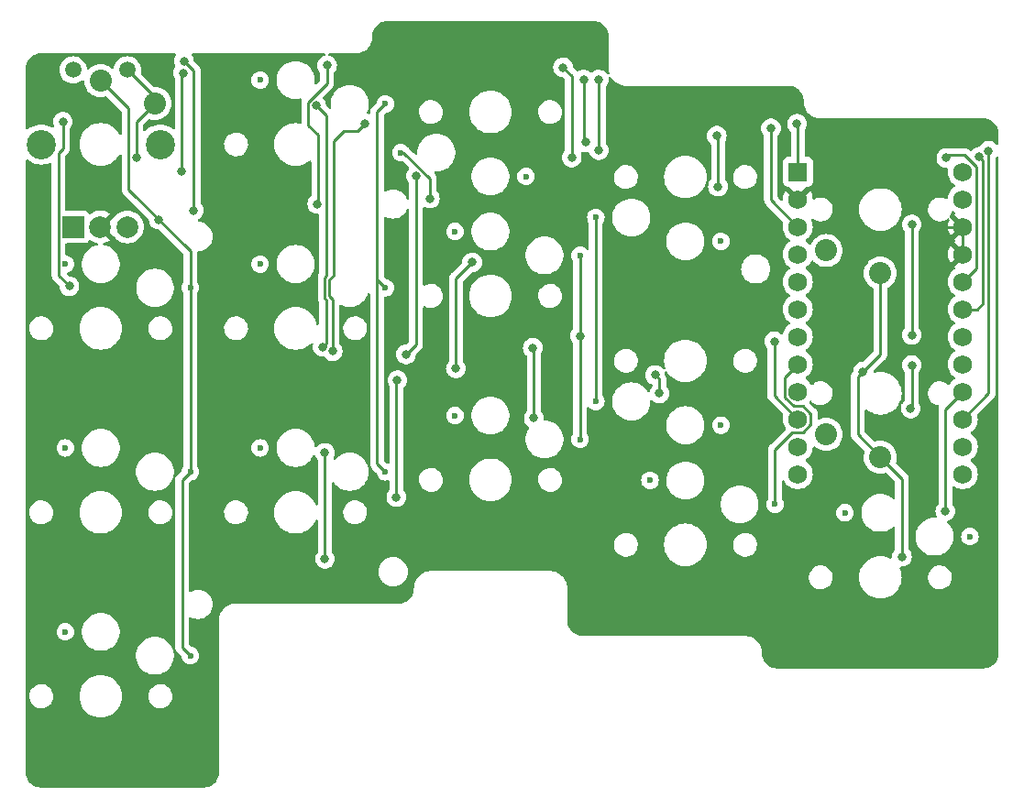
<source format=gbr>
%TF.GenerationSoftware,KiCad,Pcbnew,(7.0.0-0)*%
%TF.CreationDate,2023-06-15T16:10:11+08:00*%
%TF.ProjectId,left,6c656674-2e6b-4696-9361-645f70636258,v1.0.0*%
%TF.SameCoordinates,Original*%
%TF.FileFunction,Copper,L1,Top*%
%TF.FilePolarity,Positive*%
%FSLAX46Y46*%
G04 Gerber Fmt 4.6, Leading zero omitted, Abs format (unit mm)*
G04 Created by KiCad (PCBNEW (7.0.0-0)) date 2023-06-15 16:10:11*
%MOMM*%
%LPD*%
G01*
G04 APERTURE LIST*
%TA.AperFunction,ComponentPad*%
%ADD10C,2.032000*%
%TD*%
%TA.AperFunction,ComponentPad*%
%ADD11R,2.000000X2.000000*%
%TD*%
%TA.AperFunction,ComponentPad*%
%ADD12C,2.000000*%
%TD*%
%TA.AperFunction,ComponentPad*%
%ADD13C,1.500000*%
%TD*%
%TA.AperFunction,ComponentPad*%
%ADD14C,2.701800*%
%TD*%
%TA.AperFunction,ComponentPad*%
%ADD15R,1.752600X1.752600*%
%TD*%
%TA.AperFunction,ComponentPad*%
%ADD16C,1.752600*%
%TD*%
%TA.AperFunction,ComponentPad*%
%ADD17C,0.600000*%
%TD*%
%TA.AperFunction,ViaPad*%
%ADD18C,0.800000*%
%TD*%
%TA.AperFunction,Conductor*%
%ADD19C,0.250000*%
%TD*%
G04 APERTURE END LIST*
D10*
%TO.P,S1,1*%
%TO.N,C4_R0D*%
X67000000Y41200000D03*
%TO.P,S1,2*%
%TO.N,C4*%
X72000000Y39100000D03*
%TD*%
%TO.P,S2,1*%
%TO.N,C4_R1D*%
X67000000Y24200000D03*
%TO.P,S2,2*%
%TO.N,C4*%
X72000000Y22100000D03*
%TD*%
D11*
%TO.P,ROT1,A*%
%TO.N,P2*%
X-2539999Y43379999D03*
D12*
%TO.P,ROT1,C*%
%TO.N,GND*%
X-40000Y43380000D03*
%TO.P,ROT1,B*%
%TO.N,P3*%
X2460000Y43380000D03*
D13*
%TO.P,ROT1,1*%
%TO.N,C0*%
X-2540000Y57880000D03*
%TO.P,ROT1,2*%
%TO.N,C0_R3D*%
X2460000Y57880000D03*
D14*
%TO.P,ROT1,*%
%TO.N,*%
X5500000Y51000000D03*
X-5500000Y51000000D03*
D10*
%TO.P,ROT1,1*%
%TO.N,C0_R3D*%
X5000000Y54800000D03*
%TO.P,ROT1,2*%
%TO.N,C0*%
X0Y56900000D03*
%TD*%
D15*
%TO.P,MCU1,1*%
%TO.N,RAW*%
X64379999Y48469999D03*
D16*
%TO.P,MCU1,2*%
%TO.N,GND*%
X64380000Y45930000D03*
%TO.P,MCU1,3*%
%TO.N,RST*%
X64380000Y43390000D03*
%TO.P,MCU1,4*%
%TO.N,VCC*%
X64380000Y40850000D03*
%TO.P,MCU1,5*%
%TO.N,C0*%
X64380000Y38310000D03*
%TO.P,MCU1,6*%
%TO.N,C1*%
X64380000Y35770000D03*
%TO.P,MCU1,7*%
%TO.N,C2*%
X64380000Y33230000D03*
%TO.P,MCU1,8*%
%TO.N,C3*%
X64380000Y30690000D03*
%TO.P,MCU1,9*%
%TO.N,C4*%
X64380000Y28150000D03*
%TO.P,MCU1,10*%
%TO.N,C5*%
X64380000Y25610000D03*
%TO.P,MCU1,11*%
%TO.N,C6*%
X64380000Y23070000D03*
%TO.P,MCU1,12*%
%TO.N,P10*%
X64380000Y20530000D03*
%TO.P,MCU1,13*%
%TO.N,P1*%
X79620000Y48470000D03*
%TO.P,MCU1,14*%
%TO.N,P0*%
X79620000Y45930000D03*
%TO.P,MCU1,15*%
%TO.N,GND*%
X79620000Y43390000D03*
%TO.P,MCU1,16*%
X79620000Y40850000D03*
%TO.P,MCU1,17*%
%TO.N,P2*%
X79620000Y38310000D03*
%TO.P,MCU1,18*%
%TO.N,P3*%
X79620000Y35770000D03*
%TO.P,MCU1,19*%
%TO.N,R0*%
X79620000Y33230000D03*
%TO.P,MCU1,20*%
%TO.N,R1*%
X79620000Y30690000D03*
%TO.P,MCU1,21*%
%TO.N,R2*%
X79620000Y28150000D03*
%TO.P,MCU1,22*%
%TO.N,R3*%
X79620000Y25610000D03*
%TO.P,MCU1,23*%
%TO.N,P8*%
X79620000Y23070000D03*
%TO.P,MCU1,24*%
%TO.N,P9*%
X79620000Y20530000D03*
%TD*%
D17*
%TO.P,S3,3*%
%TO.N,C0_R0D*%
X-3275000Y39950000D03*
%TO.P,S3,4*%
%TO.N,C0*%
X8275000Y37750000D03*
%TD*%
%TO.P,S4,3*%
%TO.N,C0_R1D*%
X-3275000Y22950000D03*
%TO.P,S4,4*%
%TO.N,C0*%
X8275000Y20750000D03*
%TD*%
%TO.P,S5,3*%
%TO.N,C0_R2D*%
X-3275000Y5950000D03*
%TO.P,S5,4*%
%TO.N,C0*%
X8275000Y3750000D03*
%TD*%
%TO.P,S6,3*%
%TO.N,C1_R0D*%
X14725000Y56950000D03*
%TO.P,S6,4*%
%TO.N,C1*%
X26275000Y54750000D03*
%TD*%
%TO.P,S7,3*%
%TO.N,C1_R1D*%
X14725000Y39950000D03*
%TO.P,S7,4*%
%TO.N,C1*%
X26275000Y37750000D03*
%TD*%
%TO.P,S8,3*%
%TO.N,C1_R2D*%
X14725000Y22950000D03*
%TO.P,S8,4*%
%TO.N,C1*%
X26275000Y20750000D03*
%TD*%
%TO.P,S9,3*%
%TO.N,C2_R0D*%
X39275000Y48050000D03*
%TO.P,S9,4*%
%TO.N,C2*%
X27725000Y50250000D03*
%TD*%
%TO.P,S10,3*%
%TO.N,C2_R1D*%
X32725000Y42950000D03*
%TO.P,S10,4*%
%TO.N,C2*%
X44275000Y40750000D03*
%TD*%
%TO.P,S11,3*%
%TO.N,C2_R2D*%
X32725000Y25950000D03*
%TO.P,S11,4*%
%TO.N,C2*%
X44275000Y23750000D03*
%TD*%
%TO.P,S12,3*%
%TO.N,C3_R0D*%
X57275000Y42050000D03*
%TO.P,S12,4*%
%TO.N,C3*%
X45725000Y44250000D03*
%TD*%
%TO.P,S13,3*%
%TO.N,C3_R1D*%
X57275000Y25050000D03*
%TO.P,S13,4*%
%TO.N,C3*%
X45725000Y27250000D03*
%TD*%
%TO.P,S14,3*%
%TO.N,C3_R2D*%
X50725000Y19950000D03*
%TO.P,S14,4*%
%TO.N,C3*%
X62275000Y17750000D03*
%TD*%
%TO.P,S15,3*%
%TO.N,C4_R2D*%
X68725000Y16950000D03*
%TO.P,S15,4*%
%TO.N,C4*%
X80275000Y14750000D03*
%TD*%
D18*
%TO.N,C4*%
X70400000Y30000000D03*
X74000000Y12900000D03*
%TO.N,R0*%
X74900000Y33400000D03*
X74900000Y43600000D03*
X28200000Y31600000D03*
X-2900000Y37900000D03*
X-3500000Y53100000D03*
X29100000Y48100000D03*
X57000000Y47100000D03*
X56900000Y51800000D03*
%TO.N,R1*%
X74900000Y30600000D03*
X51200000Y29700000D03*
X51600000Y28000000D03*
X32800000Y30300000D03*
X34300000Y40100000D03*
X74800000Y26600000D03*
%TO.N,C0*%
X5357018Y44057018D03*
%TO.N,C0_R3D*%
X3300000Y49800000D03*
%TO.N,P2*%
X43500000Y49800000D03*
X78100000Y49751000D03*
X20000000Y45500000D03*
X42700000Y58124500D03*
X20900000Y58300000D03*
%TO.N,P3*%
X46000000Y50475500D03*
X81152424Y49870265D03*
X46000000Y57000000D03*
X8600000Y44900000D03*
X7687701Y58712299D03*
%TO.N,GND*%
X54900000Y45400000D03*
X60200000Y45400000D03*
X11300000Y26100000D03*
X9800000Y13700000D03*
X3200000Y27000000D03*
%TO.N,R3*%
X7500000Y48500000D03*
X82000000Y50400000D03*
X44600000Y57000000D03*
X7600000Y57600000D03*
X44800000Y51200000D03*
%TO.N,RAW*%
X19900000Y54600000D03*
X64300000Y52900000D03*
X20500000Y32300000D03*
%TO.N,BSLI*%
X20700000Y12700000D03*
X20700000Y22500000D03*
%TO.N,RST*%
X21413357Y31894063D03*
X24400000Y52950400D03*
X61900000Y52500000D03*
%TO.N,C2*%
X44275000Y33300000D03*
X30400000Y46000000D03*
%TO.N,C5*%
X62200000Y32800000D03*
%TO.N,C6*%
X40000000Y25700000D03*
X39900000Y32200000D03*
%TO.N,R2*%
X27300000Y18400000D03*
X78000000Y17100000D03*
X27400000Y29200000D03*
%TD*%
D19*
%TO.N,C4*%
X70400000Y30000000D02*
X69910500Y29510500D01*
X69910500Y29510500D02*
X69910500Y24189500D01*
X70400000Y30000000D02*
X72000000Y31600000D01*
X74000000Y12900000D02*
X74000000Y20100000D01*
X74000000Y20100000D02*
X72000000Y22100000D01*
X72000000Y31600000D02*
X72000000Y39100000D01*
X69910500Y24189500D02*
X72000000Y22100000D01*
%TO.N,R0*%
X-3900000Y50229919D02*
X-3900000Y38900000D01*
X-3900000Y38900000D02*
X-2900000Y37900000D01*
X29125000Y32525000D02*
X29125000Y48075000D01*
X74900000Y33400000D02*
X74900000Y43600000D01*
X-3500000Y53100000D02*
X-3500000Y50629919D01*
X28200000Y31600000D02*
X29125000Y32525000D01*
X57000000Y47100000D02*
X57000000Y51700000D01*
X29125000Y48075000D02*
X29100000Y48100000D01*
X57000000Y51700000D02*
X56900000Y51800000D01*
X-3500000Y50629919D02*
X-3900000Y50229919D01*
%TO.N,R1*%
X51600000Y29300000D02*
X51200000Y29700000D01*
X32800000Y38600000D02*
X34300000Y40100000D01*
X51600000Y28000000D02*
X51600000Y29300000D01*
X32800000Y30300000D02*
X32800000Y38600000D01*
X74900000Y26700000D02*
X74800000Y26600000D01*
X74900000Y30600000D02*
X74900000Y26700000D01*
%TO.N,C0*%
X2575000Y46839035D02*
X2575000Y54325000D01*
X8275000Y41139035D02*
X2575000Y46839035D01*
X8275000Y37750000D02*
X8275000Y41139035D01*
X8275000Y37750000D02*
X8275000Y20750000D01*
X7525000Y20000000D02*
X7525000Y4500000D01*
X7525000Y4500000D02*
X8275000Y3750000D01*
X8275000Y20750000D02*
X7525000Y20000000D01*
X2575000Y54325000D02*
X0Y56900000D01*
%TO.N,C0_R3D*%
X2460000Y57880000D02*
X5000000Y55340000D01*
X3300000Y53100000D02*
X5000000Y54800000D01*
X5000000Y55340000D02*
X5000000Y54800000D01*
X3300000Y49800000D02*
X3300000Y53100000D01*
%TO.N,P2*%
X78349000Y50000000D02*
X78100000Y49751000D01*
X20900000Y58300000D02*
X20900000Y56625305D01*
X19175000Y54900305D02*
X19175000Y52779999D01*
X19175000Y52779999D02*
X20089500Y51865499D01*
X20089500Y51865499D02*
X20089500Y45589500D01*
X79700000Y50000000D02*
X78349000Y50000000D01*
X20089500Y45589500D02*
X20000000Y45500000D01*
X43500000Y57324500D02*
X42700000Y58124500D01*
X79788895Y50000000D02*
X79700000Y50000000D01*
X43500000Y49800000D02*
X43500000Y57324500D01*
X20900000Y56625305D02*
X19175000Y54900305D01*
X79620000Y38310000D02*
X80852119Y39542119D01*
X80852119Y48936776D02*
X79788895Y50000000D01*
X80852119Y39542119D02*
X80852119Y48936776D01*
%TO.N,P3*%
X81500000Y49522689D02*
X81500000Y36300000D01*
X81152424Y49870265D02*
X81500000Y49522689D01*
X81500000Y36300000D02*
X80970000Y35770000D01*
X80970000Y35770000D02*
X79620000Y35770000D01*
X8600000Y44900000D02*
X8600000Y57800000D01*
X8600000Y57800000D02*
X7687701Y58712299D01*
X46000000Y57000000D02*
X46000000Y50475500D01*
%TO.N,GND*%
X73676816Y47089500D02*
X77376316Y43390000D01*
X3125000Y40215000D02*
X-40000Y43380000D01*
X3200000Y27000000D02*
X3200000Y31150500D01*
X65539500Y47089500D02*
X73676816Y47089500D01*
X9800000Y24600000D02*
X9800000Y13700000D01*
X11300000Y26100000D02*
X9800000Y24600000D01*
X3125000Y31225500D02*
X3125000Y40215000D01*
X54900000Y45400000D02*
X60200000Y45400000D01*
X3200000Y31150500D02*
X3125000Y31225500D01*
X79620000Y40850000D02*
X79620000Y43390000D01*
X64380000Y45930000D02*
X65539500Y47089500D01*
X77376316Y43390000D02*
X79620000Y43390000D01*
%TO.N,R3*%
X44600000Y57000000D02*
X44600000Y51400000D01*
X7500000Y57500000D02*
X7600000Y57600000D01*
X44600000Y51400000D02*
X44800000Y51200000D01*
X7500000Y48500000D02*
X7500000Y57500000D01*
X82000000Y27990000D02*
X79620000Y25610000D01*
X82000000Y50400000D02*
X82000000Y27990000D01*
%TO.N,RAW*%
X20800000Y38838046D02*
X20675000Y38713046D01*
X20675000Y38713046D02*
X20675000Y36786954D01*
X20800000Y32600000D02*
X20500000Y32300000D01*
X19900000Y54600000D02*
X20800000Y53700000D01*
X64380000Y52820000D02*
X64300000Y52900000D01*
X64380000Y48470000D02*
X64380000Y52820000D01*
X20800000Y36661954D02*
X20800000Y32600000D01*
X20675000Y36786954D02*
X20800000Y36661954D01*
X20800000Y53700000D02*
X20800000Y38838046D01*
%TO.N,BSLI*%
X20700000Y22500000D02*
X20700000Y12700000D01*
%TO.N,RST*%
X61900000Y45870000D02*
X64380000Y43390000D01*
X21500000Y51300000D02*
X21500000Y38901650D01*
X22425900Y52225900D02*
X21500000Y51300000D01*
X21500000Y38901650D02*
X21125000Y38526650D01*
X21413357Y36684993D02*
X21413357Y31894063D01*
X61900000Y52500000D02*
X61900000Y45870000D01*
X21125000Y36973350D02*
X21413357Y36684993D01*
X23675500Y52225900D02*
X22425900Y52225900D01*
X24400000Y52950400D02*
X23675500Y52225900D01*
X21125000Y38526650D02*
X21125000Y36973350D01*
%TO.N,C1*%
X25525000Y54000000D02*
X26275000Y54750000D01*
X25525000Y21500000D02*
X26275000Y20750000D01*
X25525000Y38500000D02*
X25525000Y54000000D01*
X26275000Y37750000D02*
X25525000Y38500000D01*
X25525000Y54000000D02*
X25525000Y21500000D01*
%TO.N,C2*%
X30400000Y47825305D02*
X30400000Y46000000D01*
X44275000Y40750000D02*
X44275000Y23750000D01*
X27725000Y50250000D02*
X27975305Y50250000D01*
X27975305Y50250000D02*
X30400000Y47825305D01*
X44275000Y33300000D02*
X44275000Y40750000D01*
%TO.N,C3*%
X62275000Y22801295D02*
X63882405Y24408700D01*
X63178700Y29488700D02*
X64380000Y30690000D01*
X45725000Y44250000D02*
X45725000Y27250000D01*
X64877595Y26811300D02*
X63988700Y26811300D01*
X65581300Y26107595D02*
X64877595Y26811300D01*
X63178700Y27621300D02*
X63178700Y29488700D01*
X64877595Y24408700D02*
X65581300Y25112405D01*
X65581300Y25112405D02*
X65581300Y26107595D01*
X63988700Y26811300D02*
X63178700Y27621300D01*
X63882405Y24408700D02*
X64877595Y24408700D01*
X62275000Y17750000D02*
X62275000Y22801295D01*
%TO.N,C5*%
X62200000Y32800000D02*
X62200000Y27790000D01*
X62200000Y27790000D02*
X64380000Y25610000D01*
%TO.N,C6*%
X40000000Y32100000D02*
X39900000Y32200000D01*
X40000000Y25700000D02*
X40000000Y32100000D01*
%TO.N,R2*%
X27300000Y18400000D02*
X27300000Y29100000D01*
X27300000Y29100000D02*
X27400000Y29200000D01*
X78000000Y17100000D02*
X78000000Y26530000D01*
X78000000Y26530000D02*
X79620000Y28150000D01*
%TD*%
%TA.AperFunction,Conductor*%
%TO.N,GND*%
G36*
X45514854Y62424118D02*
G01*
X45721549Y62407850D01*
X45740767Y62404806D01*
X45937618Y62357546D01*
X45956123Y62351533D01*
X46143152Y62274064D01*
X46160490Y62265230D01*
X46333099Y62159455D01*
X46348841Y62148018D01*
X46502782Y62016540D01*
X46516540Y62002782D01*
X46648018Y61848841D01*
X46659455Y61833099D01*
X46765230Y61660490D01*
X46774064Y61643152D01*
X46851533Y61456123D01*
X46857546Y61437618D01*
X46904806Y61240767D01*
X46907850Y61221549D01*
X46924118Y61014854D01*
X46924500Y61005125D01*
X46924500Y58014531D01*
X46924500Y57990000D01*
X46924500Y57878033D01*
X46925128Y57873664D01*
X46925129Y57873652D01*
X46955738Y57660764D01*
X46955739Y57660756D01*
X46956369Y57656379D01*
X46957615Y57652134D01*
X46957618Y57652122D01*
X46961329Y57639484D01*
X46961718Y57570975D01*
X46925670Y57512717D01*
X46864189Y57482491D01*
X46796042Y57489525D01*
X46742128Y57531593D01*
X46739040Y57536944D01*
X46611253Y57678866D01*
X46456752Y57791118D01*
X46282288Y57868794D01*
X46095487Y57908500D01*
X45904513Y57908500D01*
X45770432Y57880000D01*
X45724072Y57870146D01*
X45724070Y57870145D01*
X45717712Y57868794D01*
X45711774Y57866150D01*
X45711773Y57866150D01*
X45549182Y57793760D01*
X45543248Y57791118D01*
X45388747Y57678866D01*
X45384400Y57674038D01*
X45382974Y57672754D01*
X45329999Y57644586D01*
X45270001Y57644586D01*
X45217026Y57672754D01*
X45215600Y57674038D01*
X45211253Y57678866D01*
X45056752Y57791118D01*
X44882288Y57868794D01*
X44695487Y57908500D01*
X44504513Y57908500D01*
X44370432Y57880000D01*
X44324072Y57870146D01*
X44324070Y57870145D01*
X44317712Y57868794D01*
X44311774Y57866150D01*
X44311773Y57866150D01*
X44149182Y57793760D01*
X44143248Y57791118D01*
X44137993Y57787300D01*
X44107420Y57765087D01*
X44057771Y57743602D01*
X44003699Y57745300D01*
X43955497Y57769857D01*
X43931318Y57789860D01*
X43922699Y57797703D01*
X43646618Y58073785D01*
X43622381Y58108080D01*
X43610981Y58148502D01*
X43606476Y58191362D01*
X43593542Y58314428D01*
X43534527Y58496056D01*
X43439040Y58661444D01*
X43311253Y58803366D01*
X43156752Y58915618D01*
X42982288Y58993294D01*
X42795487Y59033000D01*
X42604513Y59033000D01*
X42462349Y59002782D01*
X42424072Y58994646D01*
X42424070Y58994645D01*
X42417712Y58993294D01*
X42411774Y58990650D01*
X42411773Y58990650D01*
X42321743Y58950566D01*
X42243248Y58915618D01*
X42237993Y58911800D01*
X42094000Y58807183D01*
X42093997Y58807180D01*
X42088747Y58803366D01*
X41960960Y58661444D01*
X41957712Y58655818D01*
X41957711Y58655817D01*
X41885976Y58531568D01*
X41865473Y58496056D01*
X41863466Y58489879D01*
X41863465Y58489877D01*
X41808465Y58320607D01*
X41808463Y58320600D01*
X41806458Y58314428D01*
X41805779Y58307975D01*
X41805778Y58307967D01*
X41788489Y58143462D01*
X41786496Y58124500D01*
X41787175Y58118040D01*
X41805778Y57941032D01*
X41805780Y57941022D01*
X41806458Y57934572D01*
X41808463Y57928401D01*
X41808465Y57928392D01*
X41863465Y57759122D01*
X41863467Y57759116D01*
X41865473Y57752944D01*
X41868718Y57747322D01*
X41868721Y57747317D01*
X41957711Y57593182D01*
X41957714Y57593176D01*
X41960960Y57587556D01*
X41965306Y57582728D01*
X41965307Y57582728D01*
X42084400Y57450461D01*
X42084403Y57450457D01*
X42088747Y57445634D01*
X42093991Y57441823D01*
X42094000Y57441816D01*
X42237993Y57337199D01*
X42237999Y57337195D01*
X42243248Y57333382D01*
X42249174Y57330743D01*
X42249182Y57330739D01*
X42411773Y57258349D01*
X42411782Y57258345D01*
X42417712Y57255706D01*
X42424061Y57254356D01*
X42424072Y57254353D01*
X42598150Y57217352D01*
X42598154Y57217351D01*
X42604513Y57216000D01*
X42661233Y57216000D01*
X42708686Y57206561D01*
X42748914Y57179681D01*
X42830181Y57098414D01*
X42857061Y57058186D01*
X42866500Y57010733D01*
X42866500Y50501757D01*
X42858264Y50457319D01*
X42834650Y50418785D01*
X42760960Y50336944D01*
X42757712Y50331318D01*
X42757711Y50331317D01*
X42692306Y50218032D01*
X42665473Y50171556D01*
X42663466Y50165379D01*
X42663465Y50165377D01*
X42608465Y49996107D01*
X42608463Y49996100D01*
X42606458Y49989928D01*
X42605779Y49983475D01*
X42605778Y49983467D01*
X42589541Y49828972D01*
X42586496Y49800000D01*
X42606458Y49610072D01*
X42608463Y49603901D01*
X42608465Y49603892D01*
X42663465Y49434622D01*
X42663467Y49434616D01*
X42665473Y49428444D01*
X42668718Y49422822D01*
X42668721Y49422817D01*
X42757711Y49268682D01*
X42757714Y49268676D01*
X42760960Y49263056D01*
X42765306Y49258228D01*
X42765307Y49258228D01*
X42884400Y49125961D01*
X42884403Y49125957D01*
X42888747Y49121134D01*
X42893991Y49117323D01*
X42894000Y49117316D01*
X43037993Y49012699D01*
X43037999Y49012695D01*
X43043248Y49008882D01*
X43049174Y49006243D01*
X43049182Y49006239D01*
X43211773Y48933849D01*
X43211782Y48933845D01*
X43217712Y48931206D01*
X43224061Y48929856D01*
X43224072Y48929853D01*
X43398150Y48892852D01*
X43398154Y48892851D01*
X43404513Y48891500D01*
X43588984Y48891500D01*
X43595487Y48891500D01*
X43601846Y48892851D01*
X43601849Y48892852D01*
X43775927Y48929853D01*
X43775935Y48929855D01*
X43782288Y48931206D01*
X43788219Y48933846D01*
X43788226Y48933849D01*
X43950817Y49006239D01*
X43950821Y49006241D01*
X43956752Y49008882D01*
X43987631Y49031317D01*
X44105999Y49117316D01*
X44106003Y49117319D01*
X44111253Y49121134D01*
X44239040Y49263056D01*
X44334527Y49428444D01*
X44393542Y49610072D01*
X44413504Y49800000D01*
X44393542Y49989928D01*
X44334527Y50171556D01*
X44331270Y50177196D01*
X44331045Y50177703D01*
X44320566Y50235924D01*
X44338254Y50292375D01*
X44380081Y50334207D01*
X44436530Y50351900D01*
X44494752Y50341427D01*
X44511769Y50333851D01*
X44511777Y50333848D01*
X44517712Y50331206D01*
X44524061Y50329856D01*
X44524072Y50329853D01*
X44698150Y50292852D01*
X44698154Y50292851D01*
X44704513Y50291500D01*
X44888984Y50291500D01*
X44895487Y50291500D01*
X44901846Y50292851D01*
X44901849Y50292852D01*
X44961116Y50305450D01*
X44981816Y50309850D01*
X45041775Y50307757D01*
X45093734Y50277759D01*
X45125528Y50226879D01*
X45163466Y50110120D01*
X45165473Y50103944D01*
X45168718Y50098322D01*
X45168721Y50098317D01*
X45257711Y49944182D01*
X45257714Y49944176D01*
X45260960Y49938556D01*
X45265306Y49933728D01*
X45265307Y49933728D01*
X45384400Y49801461D01*
X45384403Y49801457D01*
X45388747Y49796634D01*
X45393991Y49792823D01*
X45394000Y49792816D01*
X45537993Y49688199D01*
X45537999Y49688195D01*
X45543248Y49684382D01*
X45549174Y49681743D01*
X45549182Y49681739D01*
X45711773Y49609349D01*
X45711782Y49609345D01*
X45717712Y49606706D01*
X45724061Y49605356D01*
X45724072Y49605353D01*
X45898150Y49568352D01*
X45898154Y49568351D01*
X45904513Y49567000D01*
X46088984Y49567000D01*
X46095487Y49567000D01*
X46101846Y49568351D01*
X46101849Y49568352D01*
X46275927Y49605353D01*
X46275935Y49605355D01*
X46282288Y49606706D01*
X46288219Y49609346D01*
X46288226Y49609349D01*
X46450817Y49681739D01*
X46450821Y49681741D01*
X46456752Y49684382D01*
X46491891Y49709912D01*
X46605999Y49792816D01*
X46606003Y49792819D01*
X46611253Y49796634D01*
X46739040Y49938556D01*
X46834527Y50103944D01*
X46893542Y50285572D01*
X46913504Y50475500D01*
X46893542Y50665428D01*
X46834527Y50847056D01*
X46739040Y51012444D01*
X46665349Y51094285D01*
X46641736Y51132819D01*
X46633500Y51177257D01*
X46633500Y51800000D01*
X55986496Y51800000D01*
X55987175Y51793540D01*
X56005778Y51616532D01*
X56005780Y51616522D01*
X56006458Y51610072D01*
X56008463Y51603901D01*
X56008465Y51603892D01*
X56063465Y51434622D01*
X56063467Y51434616D01*
X56065473Y51428444D01*
X56068718Y51422822D01*
X56068721Y51422817D01*
X56157711Y51268682D01*
X56157714Y51268676D01*
X56160960Y51263056D01*
X56165306Y51258228D01*
X56165307Y51258228D01*
X56284397Y51125964D01*
X56284402Y51125958D01*
X56288747Y51121134D01*
X56294004Y51117314D01*
X56294008Y51117311D01*
X56315386Y51101779D01*
X56352985Y51057756D01*
X56366500Y51001462D01*
X56366500Y47801757D01*
X56358264Y47757319D01*
X56334650Y47718785D01*
X56260960Y47636944D01*
X56257712Y47631318D01*
X56257711Y47631317D01*
X56171787Y47482492D01*
X56165473Y47471556D01*
X56163466Y47465379D01*
X56163465Y47465377D01*
X56108465Y47296107D01*
X56108463Y47296100D01*
X56106458Y47289928D01*
X56105779Y47283475D01*
X56105778Y47283467D01*
X56087844Y47112830D01*
X56086496Y47100000D01*
X56087175Y47093540D01*
X56105778Y46916532D01*
X56105780Y46916522D01*
X56106458Y46910072D01*
X56108463Y46903901D01*
X56108465Y46903892D01*
X56163465Y46734622D01*
X56163467Y46734616D01*
X56165473Y46728444D01*
X56168718Y46722822D01*
X56168721Y46722817D01*
X56257711Y46568682D01*
X56257714Y46568676D01*
X56260960Y46563056D01*
X56265306Y46558228D01*
X56265307Y46558228D01*
X56384400Y46425961D01*
X56384403Y46425957D01*
X56388747Y46421134D01*
X56393991Y46417323D01*
X56394000Y46417316D01*
X56537993Y46312699D01*
X56537999Y46312695D01*
X56543248Y46308882D01*
X56549174Y46306243D01*
X56549182Y46306239D01*
X56711773Y46233849D01*
X56711782Y46233845D01*
X56717712Y46231206D01*
X56724061Y46229856D01*
X56724072Y46229853D01*
X56898150Y46192852D01*
X56898154Y46192851D01*
X56904513Y46191500D01*
X57088984Y46191500D01*
X57095487Y46191500D01*
X57101846Y46192851D01*
X57101849Y46192852D01*
X57275927Y46229853D01*
X57275935Y46229855D01*
X57282288Y46231206D01*
X57288219Y46233846D01*
X57288226Y46233849D01*
X57450817Y46306239D01*
X57450821Y46306241D01*
X57456752Y46308882D01*
X57462006Y46312699D01*
X57605999Y46417316D01*
X57606003Y46417319D01*
X57611253Y46421134D01*
X57739040Y46563056D01*
X57834527Y46728444D01*
X57893542Y46910072D01*
X57896403Y46937288D01*
X57912825Y47093540D01*
X57913504Y47100000D01*
X57893542Y47289928D01*
X57834527Y47471556D01*
X57739040Y47636944D01*
X57665349Y47718785D01*
X57641736Y47757319D01*
X57633500Y47801757D01*
X57633500Y48052645D01*
X58394843Y48052645D01*
X58395123Y48046760D01*
X58395123Y48046753D01*
X58401635Y47910072D01*
X58404852Y47842541D01*
X58406243Y47836803D01*
X58406244Y47836803D01*
X58448172Y47663971D01*
X58454442Y47638129D01*
X58456893Y47632760D01*
X58456897Y47632751D01*
X58539363Y47452175D01*
X58539367Y47452166D01*
X58541821Y47446795D01*
X58545247Y47441983D01*
X58545251Y47441977D01*
X58660400Y47280273D01*
X58660404Y47280267D01*
X58663831Y47275456D01*
X58668104Y47271381D01*
X58668109Y47271376D01*
X58802945Y47142811D01*
X58816063Y47130303D01*
X58821026Y47127113D01*
X58821028Y47127112D01*
X58988043Y47019778D01*
X58988048Y47019775D01*
X58993014Y47016584D01*
X58998498Y47014388D01*
X58998501Y47014387D01*
X59182799Y46940604D01*
X59182803Y46940602D01*
X59188288Y46938407D01*
X59194088Y46937289D01*
X59194092Y46937288D01*
X59389031Y46899717D01*
X59389035Y46899716D01*
X59394829Y46898600D01*
X59549514Y46898600D01*
X59552468Y46898600D01*
X59555397Y46898879D01*
X59555403Y46898880D01*
X59703508Y46913022D01*
X59703512Y46913022D01*
X59709389Y46913584D01*
X59715058Y46915248D01*
X59715060Y46915249D01*
X59905545Y46971180D01*
X59905548Y46971181D01*
X59911211Y46972844D01*
X59916460Y46975550D01*
X60092920Y47066522D01*
X60092923Y47066524D01*
X60098170Y47069229D01*
X60234553Y47176481D01*
X60258864Y47195599D01*
X60258866Y47195601D01*
X60263510Y47199253D01*
X60336482Y47283467D01*
X60397388Y47353756D01*
X60397388Y47353757D01*
X60401255Y47358219D01*
X60506426Y47540381D01*
X60575222Y47739154D01*
X60605157Y47947355D01*
X60595148Y48157459D01*
X60545558Y48361871D01*
X60458179Y48553205D01*
X60336169Y48724544D01*
X60183937Y48869697D01*
X60006986Y48983416D01*
X59811712Y49061593D01*
X59605171Y49101400D01*
X59447532Y49101400D01*
X59290611Y49086416D01*
X59088789Y49027156D01*
X58901830Y48930771D01*
X58736490Y48800747D01*
X58732621Y48796282D01*
X58640465Y48689928D01*
X58598745Y48641781D01*
X58493574Y48459619D01*
X58491641Y48454035D01*
X58491639Y48454030D01*
X58426709Y48266427D01*
X58426707Y48266421D01*
X58424778Y48260846D01*
X58423938Y48255007D01*
X58423937Y48255001D01*
X58395682Y48058484D01*
X58395681Y48058478D01*
X58394843Y48052645D01*
X57633500Y48052645D01*
X57633500Y51220235D01*
X57650113Y51282235D01*
X57731278Y51422817D01*
X57734527Y51428444D01*
X57793542Y51610072D01*
X57813504Y51800000D01*
X57793542Y51989928D01*
X57734527Y52171556D01*
X57639040Y52336944D01*
X57511253Y52478866D01*
X57482165Y52500000D01*
X60986496Y52500000D01*
X60987669Y52488841D01*
X61005778Y52316532D01*
X61005780Y52316522D01*
X61006458Y52310072D01*
X61008463Y52303901D01*
X61008465Y52303892D01*
X61063465Y52134622D01*
X61063467Y52134616D01*
X61065473Y52128444D01*
X61068718Y52122822D01*
X61068721Y52122817D01*
X61157711Y51968682D01*
X61157714Y51968676D01*
X61160960Y51963056D01*
X61165306Y51958228D01*
X61165307Y51958228D01*
X61234650Y51881215D01*
X61258264Y51842681D01*
X61266500Y51798243D01*
X61266500Y45948846D01*
X61265968Y45937562D01*
X61264298Y45930091D01*
X61264543Y45922293D01*
X61264543Y45922292D01*
X61266439Y45861983D01*
X61266500Y45858087D01*
X61266500Y45830144D01*
X61266988Y45826277D01*
X61266989Y45826268D01*
X61267019Y45826032D01*
X61267934Y45814406D01*
X61269081Y45777904D01*
X61269082Y45777896D01*
X61269327Y45770111D01*
X61271500Y45762629D01*
X61271502Y45762620D01*
X61275022Y45750506D01*
X61278967Y45731457D01*
X61280548Y45718938D01*
X61280549Y45718932D01*
X61281526Y45711203D01*
X61284393Y45703960D01*
X61284395Y45703954D01*
X61297838Y45670000D01*
X61301619Y45658955D01*
X61311803Y45623902D01*
X61311807Y45623892D01*
X61313982Y45616407D01*
X61317951Y45609694D01*
X61317953Y45609691D01*
X61324374Y45598834D01*
X61332929Y45581370D01*
X61337575Y45569636D01*
X61337578Y45569629D01*
X61340448Y45562383D01*
X61345027Y45556079D01*
X61345034Y45556068D01*
X61366491Y45526534D01*
X61372901Y45516776D01*
X61391483Y45485355D01*
X61391493Y45485341D01*
X61395458Y45478638D01*
X61400973Y45473122D01*
X61400976Y45473119D01*
X61409897Y45464197D01*
X61422523Y45449414D01*
X61429940Y45439206D01*
X61429944Y45439200D01*
X61434528Y45432893D01*
X61440530Y45427926D01*
X61440542Y45427915D01*
X61468673Y45404643D01*
X61477311Y45396783D01*
X63009287Y43864807D01*
X63041157Y43810045D01*
X63041812Y43746687D01*
X63010663Y43623679D01*
X63010661Y43623670D01*
X63009406Y43618712D01*
X63008983Y43613608D01*
X63008982Y43613602D01*
X62992285Y43412094D01*
X62990454Y43390000D01*
X62990878Y43384883D01*
X63008981Y43166407D01*
X63008982Y43166397D01*
X63009406Y43161288D01*
X63010662Y43156324D01*
X63010665Y43156312D01*
X63064486Y42943776D01*
X63064488Y42943767D01*
X63065743Y42938815D01*
X63067794Y42934137D01*
X63067798Y42934128D01*
X63143136Y42762378D01*
X63157931Y42728649D01*
X63160726Y42724370D01*
X63160732Y42724360D01*
X63280651Y42540810D01*
X63280658Y42540800D01*
X63283453Y42536523D01*
X63286913Y42532763D01*
X63286922Y42532753D01*
X63435414Y42371448D01*
X63435423Y42371439D01*
X63438886Y42367678D01*
X63442931Y42364529D01*
X63442934Y42364527D01*
X63615942Y42229869D01*
X63615947Y42229865D01*
X63619990Y42226719D01*
X63624491Y42224282D01*
X63625226Y42223803D01*
X63666453Y42179013D01*
X63681396Y42120000D01*
X63666453Y42060987D01*
X63625226Y42016197D01*
X63624492Y42015717D01*
X63619990Y42013281D01*
X63438886Y41872322D01*
X63435417Y41868554D01*
X63435414Y41868551D01*
X63286922Y41707246D01*
X63286918Y41707241D01*
X63283453Y41703477D01*
X63280654Y41699193D01*
X63280651Y41699189D01*
X63175204Y41537790D01*
X63157931Y41511351D01*
X63155873Y41506659D01*
X63071653Y41314658D01*
X63065743Y41301185D01*
X63064487Y41296228D01*
X63064486Y41296223D01*
X63010665Y41083687D01*
X63010663Y41083677D01*
X63009406Y41078712D01*
X63008982Y41073600D01*
X63008981Y41073592D01*
X62997170Y40931047D01*
X62990454Y40850000D01*
X62990878Y40844883D01*
X63008981Y40626407D01*
X63008982Y40626397D01*
X63009406Y40621288D01*
X63010662Y40616324D01*
X63010665Y40616312D01*
X63064486Y40403776D01*
X63064488Y40403767D01*
X63065743Y40398815D01*
X63067794Y40394137D01*
X63067798Y40394128D01*
X63155873Y40193340D01*
X63157931Y40188649D01*
X63160726Y40184370D01*
X63160732Y40184360D01*
X63280651Y40000810D01*
X63280658Y40000800D01*
X63283453Y39996523D01*
X63286913Y39992763D01*
X63286922Y39992753D01*
X63435414Y39831448D01*
X63435423Y39831439D01*
X63438886Y39827678D01*
X63442931Y39824529D01*
X63442934Y39824527D01*
X63615942Y39689869D01*
X63615947Y39689865D01*
X63619990Y39686719D01*
X63624491Y39684282D01*
X63625226Y39683803D01*
X63666453Y39639013D01*
X63681396Y39580000D01*
X63666453Y39520987D01*
X63625226Y39476197D01*
X63624492Y39475717D01*
X63619990Y39473281D01*
X63438886Y39332322D01*
X63435417Y39328554D01*
X63435414Y39328551D01*
X63286922Y39167246D01*
X63286918Y39167241D01*
X63283453Y39163477D01*
X63280654Y39159193D01*
X63280651Y39159189D01*
X63160732Y38975639D01*
X63157931Y38971351D01*
X63152992Y38960091D01*
X63067921Y38766150D01*
X63065743Y38761185D01*
X63064487Y38756228D01*
X63064486Y38756223D01*
X63010665Y38543687D01*
X63010663Y38543677D01*
X63009406Y38538712D01*
X63008982Y38533600D01*
X63008981Y38533592D01*
X62997068Y38389818D01*
X62990454Y38310000D01*
X62990878Y38304883D01*
X63008981Y38086407D01*
X63008982Y38086397D01*
X63009406Y38081288D01*
X63010662Y38076324D01*
X63010665Y38076312D01*
X63064486Y37863776D01*
X63064488Y37863767D01*
X63065743Y37858815D01*
X63067794Y37854137D01*
X63067798Y37854128D01*
X63155873Y37653340D01*
X63157931Y37648649D01*
X63160726Y37644370D01*
X63160732Y37644360D01*
X63280651Y37460810D01*
X63280658Y37460800D01*
X63283453Y37456523D01*
X63286913Y37452763D01*
X63286922Y37452753D01*
X63435414Y37291448D01*
X63435423Y37291439D01*
X63438886Y37287678D01*
X63442931Y37284529D01*
X63442934Y37284527D01*
X63615942Y37149869D01*
X63615947Y37149865D01*
X63619990Y37146719D01*
X63624491Y37144282D01*
X63625226Y37143803D01*
X63666453Y37099013D01*
X63681396Y37040000D01*
X63666453Y36980987D01*
X63625226Y36936197D01*
X63624492Y36935717D01*
X63619990Y36933281D01*
X63438886Y36792322D01*
X63435417Y36788554D01*
X63435414Y36788551D01*
X63286922Y36627246D01*
X63286918Y36627241D01*
X63283453Y36623477D01*
X63280654Y36619193D01*
X63280651Y36619189D01*
X63160732Y36435639D01*
X63157931Y36431351D01*
X63155873Y36426659D01*
X63089549Y36275456D01*
X63065743Y36221185D01*
X63064487Y36216228D01*
X63064486Y36216223D01*
X63010665Y36003687D01*
X63010663Y36003677D01*
X63009406Y35998712D01*
X63008982Y35993600D01*
X63008981Y35993592D01*
X62992276Y35791992D01*
X62990454Y35770000D01*
X62990878Y35764883D01*
X63008981Y35546407D01*
X63008982Y35546397D01*
X63009406Y35541288D01*
X63010662Y35536324D01*
X63010665Y35536312D01*
X63064486Y35323776D01*
X63064488Y35323767D01*
X63065743Y35318815D01*
X63067794Y35314137D01*
X63067798Y35314128D01*
X63155873Y35113340D01*
X63157931Y35108649D01*
X63160726Y35104370D01*
X63160732Y35104360D01*
X63280651Y34920810D01*
X63280658Y34920800D01*
X63283453Y34916523D01*
X63286913Y34912763D01*
X63286922Y34912753D01*
X63435414Y34751448D01*
X63435423Y34751439D01*
X63438886Y34747678D01*
X63442931Y34744529D01*
X63442934Y34744527D01*
X63615942Y34609869D01*
X63615947Y34609865D01*
X63619990Y34606719D01*
X63624491Y34604282D01*
X63625226Y34603803D01*
X63666453Y34559013D01*
X63681396Y34500000D01*
X63666453Y34440987D01*
X63625226Y34396197D01*
X63624492Y34395717D01*
X63619990Y34393281D01*
X63438886Y34252322D01*
X63435417Y34248554D01*
X63435414Y34248551D01*
X63286922Y34087246D01*
X63286918Y34087241D01*
X63283453Y34083477D01*
X63280654Y34079193D01*
X63280651Y34079189D01*
X63160732Y33895639D01*
X63157931Y33891351D01*
X63155873Y33886659D01*
X63075216Y33702780D01*
X63065743Y33681185D01*
X63064487Y33676228D01*
X63064486Y33676223D01*
X63026889Y33527754D01*
X62994119Y33470268D01*
X62936450Y33437820D01*
X62870306Y33439650D01*
X62821445Y33470819D01*
X62820429Y33469690D01*
X62815600Y33474038D01*
X62811253Y33478866D01*
X62656752Y33591118D01*
X62482288Y33668794D01*
X62295487Y33708500D01*
X62104513Y33708500D01*
X61998053Y33685871D01*
X61924072Y33670146D01*
X61924070Y33670145D01*
X61917712Y33668794D01*
X61911774Y33666150D01*
X61911773Y33666150D01*
X61749182Y33593760D01*
X61743248Y33591118D01*
X61737993Y33587300D01*
X61594000Y33482683D01*
X61593997Y33482680D01*
X61588747Y33478866D01*
X61460960Y33336944D01*
X61457712Y33331318D01*
X61457711Y33331317D01*
X61396261Y33224883D01*
X61365473Y33171556D01*
X61363466Y33165379D01*
X61363465Y33165377D01*
X61308465Y32996107D01*
X61308463Y32996100D01*
X61306458Y32989928D01*
X61305779Y32983475D01*
X61305778Y32983467D01*
X61293123Y32863056D01*
X61286496Y32800000D01*
X61287175Y32793540D01*
X61305778Y32616532D01*
X61305780Y32616522D01*
X61306458Y32610072D01*
X61308463Y32603901D01*
X61308465Y32603892D01*
X61363465Y32434622D01*
X61363467Y32434616D01*
X61365473Y32428444D01*
X61368718Y32422822D01*
X61368721Y32422817D01*
X61457711Y32268682D01*
X61457714Y32268676D01*
X61460960Y32263056D01*
X61465306Y32258228D01*
X61465307Y32258228D01*
X61534650Y32181215D01*
X61558264Y32142681D01*
X61566500Y32098243D01*
X61566500Y27868846D01*
X61565968Y27857562D01*
X61564298Y27850091D01*
X61564543Y27842293D01*
X61564543Y27842292D01*
X61566439Y27781983D01*
X61566500Y27778087D01*
X61566500Y27750144D01*
X61566988Y27746277D01*
X61566989Y27746268D01*
X61567019Y27746032D01*
X61567934Y27734406D01*
X61569081Y27697904D01*
X61569082Y27697896D01*
X61569327Y27690111D01*
X61571500Y27682629D01*
X61571502Y27682620D01*
X61575022Y27670506D01*
X61578967Y27651457D01*
X61580548Y27638938D01*
X61580549Y27638932D01*
X61581526Y27631203D01*
X61584393Y27623960D01*
X61584395Y27623954D01*
X61597838Y27590000D01*
X61601619Y27578955D01*
X61611803Y27543902D01*
X61611807Y27543892D01*
X61613982Y27536407D01*
X61617951Y27529694D01*
X61617953Y27529691D01*
X61624374Y27518834D01*
X61632929Y27501370D01*
X61637575Y27489636D01*
X61637578Y27489629D01*
X61640448Y27482383D01*
X61645027Y27476079D01*
X61645034Y27476068D01*
X61666491Y27446534D01*
X61672901Y27436776D01*
X61691483Y27405355D01*
X61691493Y27405341D01*
X61695458Y27398638D01*
X61700973Y27393122D01*
X61700976Y27393119D01*
X61709897Y27384197D01*
X61722523Y27369414D01*
X61729940Y27359206D01*
X61729944Y27359200D01*
X61734528Y27352893D01*
X61740530Y27347926D01*
X61740542Y27347915D01*
X61768673Y27324643D01*
X61777311Y27316783D01*
X63009287Y26084807D01*
X63041157Y26030045D01*
X63041812Y25966687D01*
X63010663Y25843679D01*
X63010661Y25843670D01*
X63009406Y25838712D01*
X63008983Y25833608D01*
X63008982Y25833602D01*
X62990878Y25615117D01*
X62990454Y25610000D01*
X62990878Y25604883D01*
X63008981Y25386407D01*
X63008982Y25386397D01*
X63009406Y25381288D01*
X63010662Y25376324D01*
X63010665Y25376312D01*
X63064486Y25163776D01*
X63064488Y25163767D01*
X63065743Y25158815D01*
X63067794Y25154137D01*
X63067798Y25154128D01*
X63155873Y24953340D01*
X63157931Y24948649D01*
X63160730Y24944363D01*
X63160736Y24944354D01*
X63248479Y24810052D01*
X63267718Y24757568D01*
X63261951Y24701968D01*
X63232351Y24654550D01*
X62556255Y23978455D01*
X61882792Y23304992D01*
X61874444Y23297395D01*
X61867982Y23293295D01*
X61862642Y23287609D01*
X61862640Y23287607D01*
X61821340Y23243626D01*
X61818629Y23240829D01*
X61798865Y23221065D01*
X61796474Y23217984D01*
X61796473Y23217982D01*
X61796317Y23217781D01*
X61788746Y23208919D01*
X61763754Y23182304D01*
X61763749Y23182298D01*
X61758414Y23176616D01*
X61754658Y23169783D01*
X61754653Y23169777D01*
X61748576Y23158724D01*
X61737899Y23142469D01*
X61730170Y23132504D01*
X61725386Y23126336D01*
X61716298Y23105335D01*
X61707789Y23085671D01*
X61702649Y23075180D01*
X61681305Y23036355D01*
X61676325Y23016957D01*
X61676228Y23016581D01*
X61669926Y22998176D01*
X61664918Y22986604D01*
X61664915Y22986596D01*
X61661819Y22979440D01*
X61660598Y22971735D01*
X61660598Y22971733D01*
X61654887Y22935676D01*
X61652521Y22924250D01*
X61641500Y22881325D01*
X61641500Y22873523D01*
X61641500Y22860910D01*
X61639973Y22841512D01*
X61636780Y22821352D01*
X61637514Y22813586D01*
X61637514Y22813583D01*
X61640950Y22777237D01*
X61641500Y22765568D01*
X61641500Y18297161D01*
X61622494Y18231189D01*
X61562700Y18136028D01*
X61541957Y18103015D01*
X61539659Y18096449D01*
X61539658Y18096446D01*
X61484083Y17937621D01*
X61481783Y17931047D01*
X61481003Y17924130D01*
X61481002Y17924123D01*
X61463601Y17769677D01*
X61461384Y17750000D01*
X61462164Y17743077D01*
X61481002Y17575876D01*
X61481003Y17575867D01*
X61481783Y17568953D01*
X61484081Y17562383D01*
X61484083Y17562378D01*
X61539658Y17403553D01*
X61539660Y17403547D01*
X61541957Y17396985D01*
X61545656Y17391097D01*
X61545659Y17391092D01*
X61635181Y17248619D01*
X61635184Y17248614D01*
X61638889Y17242719D01*
X61643813Y17237794D01*
X61643817Y17237790D01*
X61762790Y17118817D01*
X61762794Y17118813D01*
X61767719Y17113889D01*
X61773614Y17110184D01*
X61773619Y17110181D01*
X61916092Y17020659D01*
X61916097Y17020656D01*
X61921985Y17016957D01*
X61928547Y17014660D01*
X61928553Y17014658D01*
X62087378Y16959083D01*
X62087383Y16959081D01*
X62093953Y16956783D01*
X62100867Y16956003D01*
X62100876Y16956002D01*
X62268077Y16937164D01*
X62275000Y16936384D01*
X62281923Y16937164D01*
X62395851Y16950000D01*
X67911384Y16950000D01*
X67912164Y16943077D01*
X67931002Y16775876D01*
X67931003Y16775867D01*
X67931783Y16768953D01*
X67934081Y16762383D01*
X67934083Y16762378D01*
X67989658Y16603553D01*
X67989660Y16603547D01*
X67991957Y16596985D01*
X67995656Y16591097D01*
X67995659Y16591092D01*
X68085181Y16448619D01*
X68085184Y16448614D01*
X68088889Y16442719D01*
X68093813Y16437794D01*
X68093817Y16437790D01*
X68212790Y16318817D01*
X68212794Y16318813D01*
X68217719Y16313889D01*
X68223614Y16310184D01*
X68223619Y16310181D01*
X68366092Y16220659D01*
X68366097Y16220656D01*
X68371985Y16216957D01*
X68378547Y16214660D01*
X68378553Y16214658D01*
X68537378Y16159083D01*
X68537383Y16159081D01*
X68543953Y16156783D01*
X68550867Y16156003D01*
X68550876Y16156002D01*
X68718077Y16137164D01*
X68725000Y16136384D01*
X68731923Y16137164D01*
X68899123Y16156002D01*
X68899130Y16156003D01*
X68906047Y16156783D01*
X68912618Y16159082D01*
X68912621Y16159083D01*
X69071446Y16214658D01*
X69071449Y16214659D01*
X69078015Y16216957D01*
X69097080Y16228936D01*
X69226380Y16310181D01*
X69232281Y16313889D01*
X69361111Y16442719D01*
X69458043Y16596985D01*
X69518217Y16768953D01*
X69538616Y16950000D01*
X69518217Y17131047D01*
X69458043Y17303015D01*
X69361111Y17457281D01*
X69232281Y17586111D01*
X69078015Y17683043D01*
X68906047Y17743217D01*
X68725000Y17763616D01*
X68543953Y17743217D01*
X68371985Y17683043D01*
X68217719Y17586111D01*
X68088889Y17457281D01*
X68085181Y17451380D01*
X68024591Y17354951D01*
X67991957Y17303015D01*
X67989659Y17296449D01*
X67989658Y17296446D01*
X67943032Y17163196D01*
X67931783Y17131047D01*
X67931003Y17124130D01*
X67931002Y17124123D01*
X67916520Y16995582D01*
X67911384Y16950000D01*
X62395851Y16950000D01*
X62449123Y16956002D01*
X62449130Y16956003D01*
X62456047Y16956783D01*
X62462618Y16959082D01*
X62462621Y16959083D01*
X62621446Y17014658D01*
X62621449Y17014659D01*
X62628015Y17016957D01*
X62730229Y17081182D01*
X62776380Y17110181D01*
X62782281Y17113889D01*
X62911111Y17242719D01*
X63008043Y17396985D01*
X63068217Y17568953D01*
X63086207Y17728623D01*
X63087836Y17743077D01*
X63088616Y17750000D01*
X63068217Y17931047D01*
X63008043Y18103015D01*
X62942071Y18208008D01*
X62927506Y18231189D01*
X62908500Y18297161D01*
X62908500Y19845910D01*
X62926506Y19910262D01*
X62975294Y19955926D01*
X63040695Y19969639D01*
X63103716Y19947420D01*
X63146056Y19895721D01*
X63155621Y19873914D01*
X63157931Y19868649D01*
X63160726Y19864370D01*
X63160732Y19864360D01*
X63280651Y19680810D01*
X63280658Y19680800D01*
X63283453Y19676523D01*
X63286913Y19672763D01*
X63286922Y19672753D01*
X63435414Y19511448D01*
X63435423Y19511439D01*
X63438886Y19507678D01*
X63442931Y19504529D01*
X63442934Y19504527D01*
X63615939Y19369871D01*
X63615945Y19369867D01*
X63619990Y19366719D01*
X63624494Y19364281D01*
X63624501Y19364277D01*
X63817319Y19259929D01*
X63817329Y19259924D01*
X63821826Y19257491D01*
X63826662Y19255830D01*
X63826673Y19255826D01*
X64034033Y19184640D01*
X64034037Y19184638D01*
X64038887Y19182974D01*
X64043933Y19182131D01*
X64043945Y19182129D01*
X64260189Y19146044D01*
X64260199Y19146043D01*
X64265252Y19145200D01*
X64489615Y19145200D01*
X64494748Y19145200D01*
X64499801Y19146043D01*
X64499810Y19146044D01*
X64716054Y19182129D01*
X64716063Y19182131D01*
X64721113Y19182974D01*
X64729266Y19185773D01*
X64933326Y19255826D01*
X64933333Y19255829D01*
X64938174Y19257491D01*
X64942674Y19259926D01*
X64942680Y19259929D01*
X65135498Y19364277D01*
X65135500Y19364278D01*
X65140010Y19366719D01*
X65321114Y19507678D01*
X65324585Y19511448D01*
X65473077Y19672753D01*
X65473079Y19672756D01*
X65476547Y19676523D01*
X65536935Y19768953D01*
X65599267Y19864360D01*
X65599267Y19864361D01*
X65602069Y19868649D01*
X65694257Y20078815D01*
X65741766Y20266427D01*
X65749334Y20296312D01*
X65750594Y20301288D01*
X65768112Y20512697D01*
X65769122Y20524883D01*
X65769546Y20530000D01*
X65750594Y20758712D01*
X65694257Y20981185D01*
X65602069Y21191351D01*
X65476547Y21383477D01*
X65321114Y21552322D01*
X65140010Y21693281D01*
X65135487Y21695728D01*
X65134784Y21696188D01*
X65093550Y21740977D01*
X65078602Y21799993D01*
X65093544Y21859010D01*
X65134774Y21903803D01*
X65135508Y21904282D01*
X65140010Y21906719D01*
X65144059Y21909870D01*
X65259437Y21999673D01*
X65321114Y22047678D01*
X65324585Y22051448D01*
X65473077Y22212753D01*
X65473079Y22212756D01*
X65476547Y22216523D01*
X65532723Y22302506D01*
X65599267Y22404360D01*
X65599267Y22404361D01*
X65602069Y22408649D01*
X65694257Y22618815D01*
X65750594Y22841288D01*
X65763175Y22993123D01*
X65786659Y23056078D01*
X65839535Y23097541D01*
X65906275Y23105335D01*
X65967282Y23077173D01*
X66097445Y22966004D01*
X66097454Y22965997D01*
X66101151Y22962840D01*
X66105296Y22960299D01*
X66105307Y22960292D01*
X66301592Y22840008D01*
X66301598Y22840004D01*
X66305751Y22837460D01*
X66310250Y22835596D01*
X66310255Y22835594D01*
X66522946Y22747495D01*
X66522950Y22747493D01*
X66527447Y22745631D01*
X66532171Y22744496D01*
X66532183Y22744493D01*
X66756044Y22690749D01*
X66756050Y22690747D01*
X66760778Y22689613D01*
X66765626Y22689231D01*
X66765629Y22689231D01*
X66995146Y22671168D01*
X67000000Y22670786D01*
X67004854Y22671168D01*
X67234370Y22689231D01*
X67234371Y22689231D01*
X67239222Y22689613D01*
X67243951Y22690748D01*
X67243955Y22690749D01*
X67467816Y22744493D01*
X67467824Y22744495D01*
X67472553Y22745631D01*
X67694249Y22837460D01*
X67700861Y22841512D01*
X67894692Y22960292D01*
X67894696Y22960295D01*
X67898849Y22962840D01*
X67909262Y22971733D01*
X68077617Y23115521D01*
X68081318Y23118682D01*
X68187255Y23242719D01*
X68233995Y23297445D01*
X68233996Y23297446D01*
X68237160Y23301151D01*
X68362540Y23505751D01*
X68454369Y23727447D01*
X68510387Y23960778D01*
X68529214Y24200000D01*
X68510387Y24439222D01*
X68454369Y24672553D01*
X68362540Y24894249D01*
X68237160Y25098849D01*
X68081318Y25281318D01*
X67898849Y25437160D01*
X67694249Y25562540D01*
X67472553Y25654369D01*
X67239222Y25710387D01*
X67000000Y25729214D01*
X66760778Y25710387D01*
X66527447Y25654369D01*
X66522945Y25652504D01*
X66522941Y25652503D01*
X66386252Y25595885D01*
X66326646Y25587043D01*
X66269909Y25607344D01*
X66229442Y25651993D01*
X66214800Y25710446D01*
X66214800Y26028749D01*
X66215331Y26040032D01*
X66217002Y26047504D01*
X66214860Y26115612D01*
X66214800Y26119508D01*
X66214800Y26143553D01*
X66214800Y26147451D01*
X66214283Y26151542D01*
X66213364Y26163207D01*
X66212218Y26199683D01*
X66211973Y26207485D01*
X66206278Y26227082D01*
X66202332Y26246139D01*
X66200752Y26258646D01*
X66199774Y26266392D01*
X66183456Y26307603D01*
X66179685Y26318617D01*
X66167318Y26361188D01*
X66156925Y26378760D01*
X66148366Y26396232D01*
X66140852Y26415212D01*
X66114798Y26451070D01*
X66108391Y26460826D01*
X66085842Y26498957D01*
X66071410Y26513388D01*
X66058772Y26528183D01*
X66046772Y26544702D01*
X66012618Y26572955D01*
X66003999Y26580798D01*
X65470432Y27114366D01*
X65438793Y27168307D01*
X65437503Y27230831D01*
X65466888Y27286030D01*
X65470142Y27289565D01*
X65515128Y27320632D01*
X65569103Y27329333D01*
X65621575Y27313976D01*
X65655401Y27283747D01*
X65656536Y27284731D01*
X65660410Y27280259D01*
X65663831Y27275456D01*
X65668097Y27271387D01*
X65668100Y27271385D01*
X65809098Y27136944D01*
X65816063Y27130303D01*
X65821026Y27127113D01*
X65821028Y27127112D01*
X65988043Y27019778D01*
X65988048Y27019775D01*
X65993014Y27016584D01*
X65998498Y27014388D01*
X65998501Y27014387D01*
X66182799Y26940604D01*
X66182803Y26940602D01*
X66188288Y26938407D01*
X66194088Y26937289D01*
X66194092Y26937288D01*
X66389031Y26899717D01*
X66389035Y26899716D01*
X66394829Y26898600D01*
X66549514Y26898600D01*
X66552468Y26898600D01*
X66555397Y26898879D01*
X66555403Y26898880D01*
X66703508Y26913022D01*
X66703512Y26913022D01*
X66709389Y26913584D01*
X66715058Y26915248D01*
X66715060Y26915249D01*
X66905545Y26971180D01*
X66905548Y26971181D01*
X66911211Y26972844D01*
X66916460Y26975550D01*
X67092920Y27066522D01*
X67092923Y27066524D01*
X67098170Y27069229D01*
X67224159Y27168307D01*
X67258864Y27195599D01*
X67258866Y27195601D01*
X67263510Y27199253D01*
X67362918Y27313976D01*
X67397388Y27353756D01*
X67397388Y27353757D01*
X67401255Y27358219D01*
X67506426Y27540381D01*
X67575222Y27739154D01*
X67605157Y27947355D01*
X67595148Y28157459D01*
X67545558Y28361871D01*
X67458179Y28553205D01*
X67336169Y28724544D01*
X67183937Y28869697D01*
X67006986Y28983416D01*
X66811712Y29061593D01*
X66605171Y29101400D01*
X66447532Y29101400D01*
X66290611Y29086416D01*
X66088789Y29027156D01*
X65901830Y28930771D01*
X65873996Y28908882D01*
X65758683Y28818200D01*
X65696084Y28792470D01*
X65629299Y28803443D01*
X65578223Y28847850D01*
X65479352Y28999184D01*
X65479348Y28999189D01*
X65476547Y29003477D01*
X65321114Y29172322D01*
X65140010Y29313281D01*
X65135492Y29315725D01*
X65134779Y29316192D01*
X65093547Y29360983D01*
X65078602Y29420000D01*
X65093547Y29479017D01*
X65134779Y29523808D01*
X65135493Y29524274D01*
X65140010Y29526719D01*
X65144942Y29530557D01*
X69272280Y29530557D01*
X69273014Y29522791D01*
X69273014Y29522788D01*
X69276450Y29486442D01*
X69277000Y29474773D01*
X69277000Y24268346D01*
X69276468Y24257062D01*
X69274798Y24249591D01*
X69275043Y24241793D01*
X69275043Y24241792D01*
X69276939Y24181483D01*
X69277000Y24177587D01*
X69277000Y24149644D01*
X69277488Y24145777D01*
X69277489Y24145768D01*
X69277519Y24145532D01*
X69278434Y24133906D01*
X69279581Y24097404D01*
X69279582Y24097396D01*
X69279827Y24089611D01*
X69282000Y24082129D01*
X69282002Y24082120D01*
X69285522Y24070006D01*
X69289467Y24050957D01*
X69291048Y24038438D01*
X69291049Y24038432D01*
X69292026Y24030703D01*
X69294893Y24023460D01*
X69294895Y24023454D01*
X69308338Y23989500D01*
X69312119Y23978455D01*
X69322303Y23943402D01*
X69322307Y23943392D01*
X69324482Y23935907D01*
X69328451Y23929194D01*
X69328453Y23929191D01*
X69334874Y23918334D01*
X69343429Y23900870D01*
X69348075Y23889136D01*
X69348078Y23889129D01*
X69350948Y23881883D01*
X69355527Y23875579D01*
X69355534Y23875568D01*
X69376991Y23846034D01*
X69383401Y23836276D01*
X69401983Y23804855D01*
X69401993Y23804841D01*
X69405958Y23798138D01*
X69411473Y23792622D01*
X69411476Y23792619D01*
X69420397Y23783697D01*
X69433023Y23768914D01*
X69440440Y23758706D01*
X69440444Y23758700D01*
X69445028Y23752393D01*
X69451030Y23747426D01*
X69451042Y23747415D01*
X69479173Y23724143D01*
X69487811Y23716283D01*
X70513271Y22690823D01*
X70546160Y22632106D01*
X70543849Y22572980D01*
X70545631Y22572553D01*
X70510788Y22427420D01*
X70489613Y22339222D01*
X70489231Y22334371D01*
X70489231Y22334370D01*
X70484854Y22278755D01*
X70470786Y22100000D01*
X70471168Y22095146D01*
X70488117Y21879779D01*
X70489613Y21860778D01*
X70490747Y21856050D01*
X70490749Y21856044D01*
X70544493Y21632183D01*
X70544496Y21632171D01*
X70545631Y21627447D01*
X70547493Y21622950D01*
X70547495Y21622946D01*
X70621448Y21444406D01*
X70637460Y21405751D01*
X70640004Y21401598D01*
X70640008Y21401592D01*
X70760292Y21205307D01*
X70760299Y21205296D01*
X70762840Y21201151D01*
X70765997Y21197454D01*
X70766004Y21197445D01*
X70915521Y21022382D01*
X70915527Y21022375D01*
X70918682Y21018682D01*
X70922375Y21015527D01*
X70922382Y21015521D01*
X71097445Y20866004D01*
X71097454Y20865997D01*
X71101151Y20862840D01*
X71105296Y20860299D01*
X71105307Y20860292D01*
X71301592Y20740008D01*
X71301598Y20740004D01*
X71305751Y20737460D01*
X71310250Y20735596D01*
X71310255Y20735594D01*
X71522946Y20647495D01*
X71522950Y20647493D01*
X71527447Y20645631D01*
X71532171Y20644496D01*
X71532183Y20644493D01*
X71756044Y20590749D01*
X71756050Y20590747D01*
X71760778Y20589613D01*
X71765626Y20589231D01*
X71765629Y20589231D01*
X71995146Y20571168D01*
X72000000Y20570786D01*
X72004854Y20571168D01*
X72234370Y20589231D01*
X72234371Y20589231D01*
X72239222Y20589613D01*
X72243951Y20590748D01*
X72243955Y20590749D01*
X72472553Y20645631D01*
X72472981Y20643844D01*
X72532095Y20646162D01*
X72590822Y20613271D01*
X73330181Y19873914D01*
X73357061Y19833686D01*
X73366500Y19786233D01*
X73366500Y18356714D01*
X73347494Y18290742D01*
X73296301Y18244994D01*
X73228616Y18233494D01*
X73165188Y18259766D01*
X72988857Y18400386D01*
X72761643Y18531568D01*
X72517416Y18627420D01*
X72261630Y18685802D01*
X72065494Y18700500D01*
X71934506Y18700500D01*
X71738370Y18685802D01*
X71482584Y18627420D01*
X71238357Y18531568D01*
X71011143Y18400386D01*
X70806019Y18236805D01*
X70627567Y18044479D01*
X70479772Y17827704D01*
X70477756Y17823519D01*
X70477756Y17823518D01*
X70374393Y17608882D01*
X70365937Y17591323D01*
X70364573Y17586901D01*
X70364569Y17586891D01*
X70293026Y17354951D01*
X70288604Y17340615D01*
X70287913Y17336035D01*
X70287912Y17336028D01*
X70250190Y17085765D01*
X70250189Y17085754D01*
X70249500Y17081182D01*
X70249500Y16818818D01*
X70250189Y16814246D01*
X70250190Y16814234D01*
X70287912Y16563971D01*
X70287914Y16563961D01*
X70288604Y16559385D01*
X70289968Y16554959D01*
X70289971Y16554951D01*
X70364569Y16313108D01*
X70364574Y16313093D01*
X70365937Y16308677D01*
X70367944Y16304508D01*
X70367949Y16304497D01*
X70477756Y16076481D01*
X70477759Y16076474D01*
X70479772Y16072296D01*
X70482385Y16068463D01*
X70482387Y16068460D01*
X70598005Y15898880D01*
X70627567Y15855521D01*
X70630713Y15852129D01*
X70630719Y15852123D01*
X70802863Y15666596D01*
X70806019Y15663195D01*
X70809641Y15660306D01*
X70809646Y15660302D01*
X71007516Y15502506D01*
X71007519Y15502503D01*
X71011143Y15499614D01*
X71015159Y15497295D01*
X71015161Y15497294D01*
X71234335Y15370753D01*
X71234346Y15370747D01*
X71238357Y15368432D01*
X71242670Y15366739D01*
X71242681Y15366734D01*
X71478261Y15274276D01*
X71478268Y15274273D01*
X71482584Y15272580D01*
X71487102Y15271548D01*
X71487108Y15271547D01*
X71733850Y15215229D01*
X71733858Y15215227D01*
X71738370Y15214198D01*
X71742989Y15213851D01*
X71742995Y15213851D01*
X71932191Y15199673D01*
X71932203Y15199672D01*
X71934506Y15199500D01*
X72063177Y15199500D01*
X72065494Y15199500D01*
X72067797Y15199672D01*
X72067808Y15199673D01*
X72257004Y15213851D01*
X72257008Y15213851D01*
X72261630Y15214198D01*
X72266143Y15215228D01*
X72266149Y15215229D01*
X72512891Y15271547D01*
X72512893Y15271547D01*
X72517416Y15272580D01*
X72521734Y15274275D01*
X72521738Y15274276D01*
X72757318Y15366734D01*
X72757324Y15366737D01*
X72761643Y15368432D01*
X72765658Y15370750D01*
X72765664Y15370753D01*
X72964762Y15485703D01*
X72988857Y15499614D01*
X73165188Y15640233D01*
X73228616Y15666506D01*
X73296301Y15655006D01*
X73347494Y15609258D01*
X73366500Y15543286D01*
X73366500Y13601757D01*
X73358264Y13557319D01*
X73334650Y13518785D01*
X73260960Y13436944D01*
X73257712Y13431318D01*
X73257711Y13431317D01*
X73215508Y13358219D01*
X73165473Y13271556D01*
X73163466Y13265379D01*
X73163465Y13265377D01*
X73108465Y13096107D01*
X73108463Y13096100D01*
X73106458Y13089928D01*
X73105779Y13083475D01*
X73105778Y13083467D01*
X73090576Y12938821D01*
X73086496Y12900000D01*
X73087175Y12893540D01*
X73087175Y12893535D01*
X73090156Y12865165D01*
X73079070Y12799488D01*
X73035601Y12749022D01*
X72972291Y12728327D01*
X72907413Y12743373D01*
X72818375Y12791992D01*
X72555018Y12890219D01*
X72280363Y12949967D01*
X72070175Y12965000D01*
X71929825Y12965000D01*
X71719637Y12949967D01*
X71444982Y12890219D01*
X71181625Y12791992D01*
X71177736Y12789868D01*
X71177735Y12789868D01*
X71116768Y12756577D01*
X70934927Y12657285D01*
X70709912Y12488841D01*
X70511159Y12290088D01*
X70342715Y12065073D01*
X70340589Y12061179D01*
X70340588Y12061178D01*
X70210131Y11822264D01*
X70210128Y11822257D01*
X70208008Y11818375D01*
X70206462Y11814232D01*
X70206460Y11814226D01*
X70143806Y11646243D01*
X70109781Y11555018D01*
X70108840Y11550692D01*
X70050975Y11284696D01*
X70050973Y11284687D01*
X70050033Y11280363D01*
X70049717Y11275949D01*
X70049716Y11275940D01*
X70038549Y11119803D01*
X70029981Y11000000D01*
X70030297Y10995582D01*
X70049716Y10724059D01*
X70049717Y10724048D01*
X70050033Y10719637D01*
X70050973Y10715314D01*
X70050975Y10715303D01*
X70106862Y10458399D01*
X70109781Y10444982D01*
X70111323Y10440845D01*
X70111326Y10440838D01*
X70206460Y10185773D01*
X70206464Y10185762D01*
X70208008Y10181625D01*
X70210125Y10177747D01*
X70210131Y10177735D01*
X70340588Y9938821D01*
X70340592Y9938813D01*
X70342715Y9934927D01*
X70345372Y9931377D01*
X70345375Y9931373D01*
X70508500Y9713463D01*
X70508505Y9713456D01*
X70511159Y9709912D01*
X70514289Y9706781D01*
X70514296Y9706774D01*
X70706774Y9514296D01*
X70706781Y9514289D01*
X70709912Y9511159D01*
X70713456Y9508505D01*
X70713463Y9508500D01*
X70931373Y9345375D01*
X70931377Y9345372D01*
X70934927Y9342715D01*
X70938813Y9340592D01*
X70938821Y9340588D01*
X71177735Y9210131D01*
X71177747Y9210125D01*
X71181625Y9208008D01*
X71185762Y9206464D01*
X71185773Y9206460D01*
X71440838Y9111326D01*
X71440845Y9111323D01*
X71444982Y9109781D01*
X71449305Y9108840D01*
X71449307Y9108840D01*
X71715303Y9050975D01*
X71715314Y9050973D01*
X71719637Y9050033D01*
X71724048Y9049717D01*
X71724059Y9049716D01*
X71927614Y9035158D01*
X71927617Y9035157D01*
X71929825Y9035000D01*
X72067960Y9035000D01*
X72070175Y9035000D01*
X72072383Y9035157D01*
X72072385Y9035158D01*
X72275940Y9049716D01*
X72275949Y9049717D01*
X72280363Y9050033D01*
X72284687Y9050973D01*
X72284696Y9050975D01*
X72550692Y9108840D01*
X72555018Y9109781D01*
X72559157Y9111325D01*
X72559161Y9111326D01*
X72814226Y9206460D01*
X72814232Y9206462D01*
X72818375Y9208008D01*
X72822257Y9210128D01*
X72822264Y9210131D01*
X73061178Y9340588D01*
X73061179Y9340589D01*
X73065073Y9342715D01*
X73290088Y9511159D01*
X73488841Y9709912D01*
X73657285Y9934927D01*
X73766192Y10134376D01*
X73789868Y10177735D01*
X73789868Y10177736D01*
X73791992Y10181625D01*
X73890219Y10444982D01*
X73949967Y10719637D01*
X73970019Y11000000D01*
X73966254Y11052645D01*
X76394843Y11052645D01*
X76395123Y11046760D01*
X76395123Y11046753D01*
X76399883Y10946846D01*
X76404852Y10842541D01*
X76406243Y10836803D01*
X76406244Y10836803D01*
X76451035Y10652170D01*
X76454442Y10638129D01*
X76456893Y10632760D01*
X76456897Y10632751D01*
X76539363Y10452175D01*
X76539367Y10452166D01*
X76541821Y10446795D01*
X76545247Y10441983D01*
X76545251Y10441977D01*
X76660400Y10280273D01*
X76660404Y10280267D01*
X76663831Y10275456D01*
X76668104Y10271381D01*
X76668109Y10271376D01*
X76811791Y10134376D01*
X76816063Y10130303D01*
X76821026Y10127113D01*
X76821028Y10127112D01*
X76988043Y10019778D01*
X76988048Y10019775D01*
X76993014Y10016584D01*
X76998498Y10014388D01*
X76998501Y10014387D01*
X77182799Y9940604D01*
X77182803Y9940602D01*
X77188288Y9938407D01*
X77194088Y9937289D01*
X77194092Y9937288D01*
X77389031Y9899717D01*
X77389035Y9899716D01*
X77394829Y9898600D01*
X77549514Y9898600D01*
X77552468Y9898600D01*
X77555397Y9898879D01*
X77555403Y9898880D01*
X77703508Y9913022D01*
X77703512Y9913022D01*
X77709389Y9913584D01*
X77715058Y9915248D01*
X77715060Y9915249D01*
X77905545Y9971180D01*
X77905548Y9971181D01*
X77911211Y9972844D01*
X77916460Y9975550D01*
X78092920Y10066522D01*
X78092923Y10066524D01*
X78098170Y10069229D01*
X78219273Y10164465D01*
X78258864Y10195599D01*
X78258866Y10195601D01*
X78263510Y10199253D01*
X78333714Y10280273D01*
X78397388Y10353756D01*
X78397388Y10353757D01*
X78401255Y10358219D01*
X78506426Y10540381D01*
X78575222Y10739154D01*
X78605157Y10947355D01*
X78595148Y11157459D01*
X78545558Y11361871D01*
X78458179Y11553205D01*
X78336169Y11724544D01*
X78183937Y11869697D01*
X78006986Y11983416D01*
X77811712Y12061593D01*
X77605171Y12101400D01*
X77447532Y12101400D01*
X77290611Y12086416D01*
X77088789Y12027156D01*
X76901830Y11930771D01*
X76736490Y11800747D01*
X76732621Y11796282D01*
X76670460Y11724544D01*
X76598745Y11641781D01*
X76493574Y11459619D01*
X76491641Y11454035D01*
X76491639Y11454030D01*
X76426709Y11266427D01*
X76426707Y11266421D01*
X76424778Y11260846D01*
X76423938Y11255007D01*
X76423937Y11255001D01*
X76395682Y11058484D01*
X76395681Y11058478D01*
X76394843Y11052645D01*
X73966254Y11052645D01*
X73949967Y11280363D01*
X73890219Y11555018D01*
X73791992Y11818375D01*
X73792285Y11818484D01*
X73781845Y11876342D01*
X73801212Y11934537D01*
X73846101Y11976331D01*
X73905529Y11991500D01*
X74088984Y11991500D01*
X74095487Y11991500D01*
X74101846Y11992851D01*
X74101849Y11992852D01*
X74275927Y12029853D01*
X74275935Y12029855D01*
X74282288Y12031206D01*
X74288219Y12033846D01*
X74288226Y12033849D01*
X74450817Y12106239D01*
X74450821Y12106241D01*
X74456752Y12108882D01*
X74531316Y12163056D01*
X74605999Y12217316D01*
X74606003Y12217319D01*
X74611253Y12221134D01*
X74739040Y12363056D01*
X74834527Y12528444D01*
X74893542Y12710072D01*
X74913504Y12900000D01*
X74893542Y13089928D01*
X74834527Y13271556D01*
X74739040Y13436944D01*
X74665349Y13518785D01*
X74641736Y13557319D01*
X74633500Y13601757D01*
X74633500Y20021154D01*
X74634031Y20032437D01*
X74635702Y20039909D01*
X74633560Y20108017D01*
X74633500Y20111913D01*
X74633500Y20135958D01*
X74633500Y20139856D01*
X74632983Y20143947D01*
X74632064Y20155612D01*
X74631826Y20163196D01*
X74630673Y20199890D01*
X74624978Y20219487D01*
X74621032Y20238544D01*
X74620505Y20242719D01*
X74618474Y20258797D01*
X74602156Y20300008D01*
X74598385Y20311022D01*
X74586018Y20353593D01*
X74575625Y20371165D01*
X74567066Y20388637D01*
X74563761Y20396985D01*
X74559552Y20407617D01*
X74533498Y20443475D01*
X74527091Y20453231D01*
X74504542Y20491362D01*
X74490110Y20505793D01*
X74477472Y20520588D01*
X74465472Y20537107D01*
X74431318Y20565360D01*
X74422699Y20573203D01*
X73486726Y21509177D01*
X73453836Y21567903D01*
X73456154Y21627018D01*
X73454369Y21627447D01*
X73471866Y21700326D01*
X73510387Y21860778D01*
X73529214Y22100000D01*
X73510387Y22339222D01*
X73454369Y22572553D01*
X73362540Y22794249D01*
X73237160Y22998849D01*
X73081318Y23181318D01*
X72898849Y23337160D01*
X72694249Y23462540D01*
X72472553Y23554369D01*
X72239222Y23610387D01*
X72000000Y23629214D01*
X71760778Y23610387D01*
X71527447Y23554369D01*
X71527018Y23556154D01*
X71467903Y23553836D01*
X71409177Y23586726D01*
X70580319Y24415586D01*
X70553439Y24455814D01*
X70544000Y24503267D01*
X70544000Y26387639D01*
X70562505Y26452806D01*
X70612495Y26498523D01*
X70679052Y26511145D01*
X70742310Y26486906D01*
X70931373Y26345375D01*
X70931377Y26345372D01*
X70934927Y26342715D01*
X70938813Y26340592D01*
X70938821Y26340588D01*
X71177735Y26210131D01*
X71177747Y26210125D01*
X71181625Y26208008D01*
X71185762Y26206464D01*
X71185773Y26206460D01*
X71440838Y26111326D01*
X71440845Y26111323D01*
X71444982Y26109781D01*
X71449305Y26108840D01*
X71449307Y26108840D01*
X71715303Y26050975D01*
X71715314Y26050973D01*
X71719637Y26050033D01*
X71724048Y26049717D01*
X71724059Y26049716D01*
X71927614Y26035158D01*
X71927617Y26035157D01*
X71929825Y26035000D01*
X72067960Y26035000D01*
X72070175Y26035000D01*
X72072383Y26035157D01*
X72072385Y26035158D01*
X72275940Y26049716D01*
X72275949Y26049717D01*
X72280363Y26050033D01*
X72284687Y26050973D01*
X72284696Y26050975D01*
X72550692Y26108840D01*
X72555018Y26109781D01*
X72559157Y26111325D01*
X72559161Y26111326D01*
X72814226Y26206460D01*
X72814232Y26206462D01*
X72818375Y26208008D01*
X72822257Y26210128D01*
X72822264Y26210131D01*
X73061178Y26340588D01*
X73061179Y26340589D01*
X73065073Y26342715D01*
X73290088Y26511159D01*
X73378929Y26600000D01*
X73886496Y26600000D01*
X73887778Y26587795D01*
X73905778Y26416532D01*
X73905780Y26416522D01*
X73906458Y26410072D01*
X73908463Y26403901D01*
X73908465Y26403892D01*
X73963465Y26234622D01*
X73963467Y26234616D01*
X73965473Y26228444D01*
X73968718Y26222822D01*
X73968721Y26222817D01*
X74057711Y26068682D01*
X74057714Y26068676D01*
X74060960Y26063056D01*
X74065306Y26058228D01*
X74065307Y26058228D01*
X74184400Y25925961D01*
X74184403Y25925957D01*
X74188747Y25921134D01*
X74193991Y25917323D01*
X74194000Y25917316D01*
X74337993Y25812699D01*
X74337999Y25812695D01*
X74343248Y25808882D01*
X74349174Y25806243D01*
X74349182Y25806239D01*
X74511773Y25733849D01*
X74511782Y25733845D01*
X74517712Y25731206D01*
X74524061Y25729856D01*
X74524072Y25729853D01*
X74698150Y25692852D01*
X74698154Y25692851D01*
X74704513Y25691500D01*
X74888984Y25691500D01*
X74895487Y25691500D01*
X74901846Y25692851D01*
X74901849Y25692852D01*
X75075927Y25729853D01*
X75075935Y25729855D01*
X75082288Y25731206D01*
X75088219Y25733846D01*
X75088226Y25733849D01*
X75250817Y25806239D01*
X75250821Y25806241D01*
X75256752Y25808882D01*
X75262006Y25812699D01*
X75405999Y25917316D01*
X75406003Y25917319D01*
X75411253Y25921134D01*
X75539040Y26063056D01*
X75634527Y26228444D01*
X75693542Y26410072D01*
X75713504Y26600000D01*
X75693542Y26789928D01*
X75634527Y26971556D01*
X75550112Y27117765D01*
X75533500Y27179765D01*
X75533500Y29898243D01*
X75541736Y29942681D01*
X75565350Y29981215D01*
X75574267Y29991118D01*
X75639040Y30063056D01*
X75734527Y30228444D01*
X75793542Y30410072D01*
X75813504Y30600000D01*
X75793542Y30789928D01*
X75734527Y30971556D01*
X75639040Y31136944D01*
X75511253Y31278866D01*
X75356752Y31391118D01*
X75182288Y31468794D01*
X74995487Y31508500D01*
X74804513Y31508500D01*
X74660874Y31477968D01*
X74624072Y31470146D01*
X74624070Y31470145D01*
X74617712Y31468794D01*
X74611774Y31466150D01*
X74611773Y31466150D01*
X74471939Y31403892D01*
X74443248Y31391118D01*
X74437993Y31387300D01*
X74294000Y31282683D01*
X74293997Y31282680D01*
X74288747Y31278866D01*
X74160960Y31136944D01*
X74157712Y31131318D01*
X74157711Y31131317D01*
X74073560Y30985563D01*
X74065473Y30971556D01*
X74063466Y30965379D01*
X74063465Y30965377D01*
X74008465Y30796107D01*
X74008463Y30796100D01*
X74006458Y30789928D01*
X74005779Y30783475D01*
X74005778Y30783467D01*
X73993367Y30665377D01*
X73986496Y30600000D01*
X73987175Y30593540D01*
X74005778Y30416532D01*
X74005780Y30416522D01*
X74006458Y30410072D01*
X74008463Y30403901D01*
X74008465Y30403892D01*
X74063465Y30234622D01*
X74063467Y30234616D01*
X74065473Y30228444D01*
X74068718Y30222822D01*
X74068721Y30222817D01*
X74157711Y30068682D01*
X74157714Y30068676D01*
X74160960Y30063056D01*
X74165306Y30058228D01*
X74165307Y30058228D01*
X74234650Y29981215D01*
X74258264Y29942681D01*
X74266500Y29898243D01*
X74266500Y27398538D01*
X74252985Y27342244D01*
X74215386Y27298221D01*
X74203471Y27289564D01*
X74188747Y27278866D01*
X74060960Y27136944D01*
X74057712Y27131318D01*
X74057711Y27131317D01*
X73968721Y26977182D01*
X73965473Y26971556D01*
X73963466Y26965379D01*
X73963465Y26965377D01*
X73908465Y26796107D01*
X73908463Y26796100D01*
X73906458Y26789928D01*
X73905779Y26783475D01*
X73905778Y26783467D01*
X73889992Y26633265D01*
X73886496Y26600000D01*
X73378929Y26600000D01*
X73488841Y26709912D01*
X73657285Y26934927D01*
X73791992Y27181625D01*
X73890219Y27444982D01*
X73949967Y27719637D01*
X73970019Y28000000D01*
X73949967Y28280363D01*
X73890219Y28555018D01*
X73791992Y28818375D01*
X73657285Y29065073D01*
X73488841Y29290088D01*
X73290088Y29488841D01*
X73065073Y29657285D01*
X72818375Y29791992D01*
X72555018Y29890219D01*
X72280363Y29949967D01*
X72070175Y29965000D01*
X71929825Y29965000D01*
X71719637Y29949967D01*
X71526807Y29908019D01*
X71463821Y29910719D01*
X71410302Y29944043D01*
X71380087Y29999377D01*
X71380987Y30062417D01*
X71412770Y30116866D01*
X72392198Y31096294D01*
X72400551Y31103896D01*
X72407018Y31108000D01*
X72453658Y31157668D01*
X72456369Y31160465D01*
X72473380Y31177476D01*
X72476135Y31180231D01*
X72478660Y31183486D01*
X72486254Y31192379D01*
X72504096Y31211379D01*
X72516586Y31224679D01*
X72526421Y31242570D01*
X72537100Y31258827D01*
X72549614Y31274959D01*
X72567207Y31315616D01*
X72572348Y31326111D01*
X72583642Y31346655D01*
X72593695Y31364940D01*
X72598772Y31384716D01*
X72605075Y31403123D01*
X72610081Y31414691D01*
X72610081Y31414692D01*
X72613181Y31421855D01*
X72620112Y31465621D01*
X72622477Y31477041D01*
X72633500Y31519970D01*
X72633500Y31540385D01*
X72635027Y31559783D01*
X72635072Y31560071D01*
X72638220Y31579943D01*
X72634050Y31624058D01*
X72633500Y31635727D01*
X72633500Y33400000D01*
X73986496Y33400000D01*
X73987175Y33393540D01*
X74005778Y33216532D01*
X74005780Y33216522D01*
X74006458Y33210072D01*
X74008463Y33203901D01*
X74008465Y33203892D01*
X74063465Y33034622D01*
X74063467Y33034616D01*
X74065473Y33028444D01*
X74068718Y33022822D01*
X74068721Y33022817D01*
X74157711Y32868682D01*
X74157714Y32868676D01*
X74160960Y32863056D01*
X74165306Y32858228D01*
X74165307Y32858228D01*
X74284400Y32725961D01*
X74284403Y32725957D01*
X74288747Y32721134D01*
X74293991Y32717323D01*
X74294000Y32717316D01*
X74437993Y32612699D01*
X74437999Y32612695D01*
X74443248Y32608882D01*
X74449174Y32606243D01*
X74449182Y32606239D01*
X74611773Y32533849D01*
X74611782Y32533845D01*
X74617712Y32531206D01*
X74624061Y32529856D01*
X74624072Y32529853D01*
X74798150Y32492852D01*
X74798154Y32492851D01*
X74804513Y32491500D01*
X74988984Y32491500D01*
X74995487Y32491500D01*
X75001846Y32492851D01*
X75001849Y32492852D01*
X75175927Y32529853D01*
X75175935Y32529855D01*
X75182288Y32531206D01*
X75188219Y32533846D01*
X75188226Y32533849D01*
X75350817Y32606239D01*
X75350821Y32606241D01*
X75356752Y32608882D01*
X75362006Y32612699D01*
X75505999Y32717316D01*
X75506003Y32717319D01*
X75511253Y32721134D01*
X75639040Y32863056D01*
X75734527Y33028444D01*
X75793542Y33210072D01*
X75795637Y33230000D01*
X75812825Y33393540D01*
X75813504Y33400000D01*
X75793542Y33589928D01*
X75734527Y33771556D01*
X75639040Y33936944D01*
X75565349Y34018785D01*
X75541736Y34057319D01*
X75533500Y34101757D01*
X75533500Y40844883D01*
X78239407Y40844883D01*
X78257393Y40627810D01*
X78259077Y40617717D01*
X78312551Y40406555D01*
X78315870Y40396888D01*
X78403371Y40197405D01*
X78408237Y40188415D01*
X78478368Y40081069D01*
X78486335Y40073345D01*
X78495715Y40079268D01*
X79254904Y40838457D01*
X79261568Y40850000D01*
X79254904Y40861542D01*
X78495715Y41620730D01*
X78486335Y41626653D01*
X78478368Y41618928D01*
X78408237Y41511584D01*
X78403371Y41502594D01*
X78315870Y41303111D01*
X78312551Y41293444D01*
X78259077Y41082282D01*
X78257393Y41072189D01*
X78239407Y40855117D01*
X78239407Y40844883D01*
X75533500Y40844883D01*
X75533500Y42898243D01*
X75541736Y42942681D01*
X75565350Y42981215D01*
X75613778Y43035000D01*
X75639040Y43063056D01*
X75734527Y43228444D01*
X75793542Y43410072D01*
X75813504Y43600000D01*
X75793542Y43789928D01*
X75734527Y43971556D01*
X75639040Y44136944D01*
X75511253Y44278866D01*
X75356752Y44391118D01*
X75182288Y44468794D01*
X74995487Y44508500D01*
X74804513Y44508500D01*
X74660874Y44477968D01*
X74624072Y44470146D01*
X74624070Y44470145D01*
X74617712Y44468794D01*
X74611774Y44466150D01*
X74611773Y44466150D01*
X74449182Y44393760D01*
X74443248Y44391118D01*
X74437993Y44387300D01*
X74294000Y44282683D01*
X74293997Y44282680D01*
X74288747Y44278866D01*
X74160960Y44136944D01*
X74157712Y44131318D01*
X74157711Y44131317D01*
X74079455Y43995773D01*
X74065473Y43971556D01*
X74063466Y43965379D01*
X74063465Y43965377D01*
X74008465Y43796107D01*
X74008463Y43796100D01*
X74006458Y43789928D01*
X74005779Y43783475D01*
X74005778Y43783467D01*
X73989992Y43633265D01*
X73986496Y43600000D01*
X73987175Y43593540D01*
X74005778Y43416532D01*
X74005780Y43416522D01*
X74006458Y43410072D01*
X74008463Y43403901D01*
X74008465Y43403892D01*
X74063465Y43234622D01*
X74063467Y43234616D01*
X74065473Y43228444D01*
X74068718Y43222822D01*
X74068721Y43222817D01*
X74157711Y43068682D01*
X74157714Y43068676D01*
X74160960Y43063056D01*
X74165306Y43058228D01*
X74165307Y43058228D01*
X74234650Y42981215D01*
X74258264Y42942681D01*
X74266500Y42898243D01*
X74266500Y34101757D01*
X74258264Y34057319D01*
X74234650Y34018785D01*
X74160960Y33936944D01*
X74065473Y33771556D01*
X74063466Y33765379D01*
X74063465Y33765377D01*
X74008465Y33596107D01*
X74008463Y33596100D01*
X74006458Y33589928D01*
X74005779Y33583475D01*
X74005778Y33583467D01*
X73991980Y33452175D01*
X73986496Y33400000D01*
X72633500Y33400000D01*
X72633500Y37630949D01*
X72651775Y37695743D01*
X72695211Y37735889D01*
X72694249Y37737460D01*
X72894692Y37860292D01*
X72894696Y37860295D01*
X72898849Y37862840D01*
X72934795Y37893540D01*
X73077617Y38015521D01*
X73081318Y38018682D01*
X73193248Y38149736D01*
X73233995Y38197445D01*
X73233996Y38197446D01*
X73237160Y38201151D01*
X73255568Y38231189D01*
X73295995Y38297161D01*
X73362540Y38405751D01*
X73454369Y38627447D01*
X73510387Y38860778D01*
X73529214Y39100000D01*
X73510387Y39339222D01*
X73454369Y39572553D01*
X73362540Y39794249D01*
X73237160Y39998849D01*
X73081318Y40181318D01*
X72898849Y40337160D01*
X72694249Y40462540D01*
X72472553Y40554369D01*
X72239222Y40610387D01*
X72000000Y40629214D01*
X71760778Y40610387D01*
X71527447Y40554369D01*
X71305751Y40462540D01*
X71194114Y40394128D01*
X71137419Y40359385D01*
X71101151Y40337160D01*
X71097446Y40333996D01*
X71097445Y40333995D01*
X71021124Y40268811D01*
X70918682Y40181318D01*
X70915521Y40177617D01*
X70835207Y40083580D01*
X70762840Y39998849D01*
X70760295Y39994696D01*
X70760292Y39994692D01*
X70655356Y39823453D01*
X70637460Y39794249D01*
X70545631Y39572553D01*
X70544495Y39567824D01*
X70544493Y39567816D01*
X70491977Y39349069D01*
X70489613Y39339222D01*
X70489231Y39334371D01*
X70489231Y39334370D01*
X70473711Y39137164D01*
X70470786Y39100000D01*
X70471168Y39095146D01*
X70488581Y38873884D01*
X70489613Y38860778D01*
X70490747Y38856050D01*
X70490749Y38856044D01*
X70544493Y38632183D01*
X70544496Y38632171D01*
X70545631Y38627447D01*
X70547493Y38622950D01*
X70547495Y38622946D01*
X70625492Y38434643D01*
X70637460Y38405751D01*
X70640004Y38401598D01*
X70640008Y38401592D01*
X70760292Y38205307D01*
X70760299Y38205296D01*
X70762840Y38201151D01*
X70765997Y38197454D01*
X70766004Y38197445D01*
X70915521Y38022382D01*
X70915527Y38022375D01*
X70918682Y38018682D01*
X70922375Y38015527D01*
X70922382Y38015521D01*
X71097445Y37866004D01*
X71097454Y37865997D01*
X71101151Y37862840D01*
X71105296Y37860299D01*
X71105307Y37860292D01*
X71305751Y37737460D01*
X71304788Y37735889D01*
X71348225Y37695743D01*
X71366500Y37630949D01*
X71366500Y31913766D01*
X71357061Y31866313D01*
X71330181Y31826085D01*
X70448914Y30944819D01*
X70408686Y30917939D01*
X70361233Y30908500D01*
X70304513Y30908500D01*
X70160874Y30877968D01*
X70124072Y30870146D01*
X70124070Y30870145D01*
X70117712Y30868794D01*
X70111774Y30866150D01*
X70111773Y30866150D01*
X69949182Y30793760D01*
X69943248Y30791118D01*
X69937993Y30787300D01*
X69794000Y30682683D01*
X69793997Y30682680D01*
X69788747Y30678866D01*
X69660960Y30536944D01*
X69657712Y30531318D01*
X69657711Y30531317D01*
X69605473Y30440838D01*
X69565473Y30371556D01*
X69563466Y30365379D01*
X69563465Y30365377D01*
X69508465Y30196107D01*
X69508463Y30196100D01*
X69506458Y30189928D01*
X69504210Y30168544D01*
X69489018Y30024002D01*
X69477617Y29983580D01*
X69453378Y29949283D01*
X69434365Y29930270D01*
X69431974Y29927189D01*
X69431973Y29927187D01*
X69431817Y29926986D01*
X69424246Y29918124D01*
X69399254Y29891509D01*
X69399249Y29891503D01*
X69393914Y29885821D01*
X69390158Y29878988D01*
X69390153Y29878982D01*
X69384076Y29867929D01*
X69373399Y29851674D01*
X69365670Y29841709D01*
X69360886Y29835541D01*
X69357787Y29828379D01*
X69343289Y29794876D01*
X69338149Y29784385D01*
X69316805Y29745560D01*
X69314865Y29738004D01*
X69311728Y29725786D01*
X69305426Y29707381D01*
X69300418Y29695809D01*
X69300415Y29695801D01*
X69297319Y29688645D01*
X69296098Y29680940D01*
X69296098Y29680938D01*
X69290387Y29644881D01*
X69288021Y29633455D01*
X69277000Y29590530D01*
X69277000Y29582728D01*
X69277000Y29570115D01*
X69275473Y29550717D01*
X69272280Y29530557D01*
X65144942Y29530557D01*
X65277131Y29633445D01*
X65321114Y29667678D01*
X65324585Y29671448D01*
X65473077Y29832753D01*
X65473079Y29832756D01*
X65476547Y29836523D01*
X65511523Y29890057D01*
X65599267Y30024360D01*
X65599267Y30024361D01*
X65602069Y30028649D01*
X65694257Y30238815D01*
X65750594Y30461288D01*
X65769546Y30690000D01*
X65750594Y30918712D01*
X65694257Y31141185D01*
X65602069Y31351351D01*
X65476547Y31543477D01*
X65321114Y31712322D01*
X65140010Y31853281D01*
X65135492Y31855725D01*
X65134779Y31856192D01*
X65093547Y31900983D01*
X65078602Y31960000D01*
X65093547Y32019017D01*
X65134779Y32063808D01*
X65135493Y32064274D01*
X65140010Y32066719D01*
X65163177Y32084750D01*
X65290470Y32183827D01*
X65321114Y32207678D01*
X65324585Y32211448D01*
X65473077Y32372753D01*
X65473079Y32372756D01*
X65476547Y32376523D01*
X65486083Y32391118D01*
X65599267Y32564360D01*
X65599267Y32564361D01*
X65602069Y32568649D01*
X65694257Y32778815D01*
X65737754Y32950586D01*
X65749334Y32996312D01*
X65750594Y33001288D01*
X65769546Y33230000D01*
X65750594Y33458712D01*
X65694257Y33681185D01*
X65602069Y33891351D01*
X65476547Y34083477D01*
X65321114Y34252322D01*
X65140010Y34393281D01*
X65135492Y34395725D01*
X65134779Y34396192D01*
X65093547Y34440983D01*
X65078602Y34500000D01*
X65093547Y34559017D01*
X65134779Y34603808D01*
X65135493Y34604274D01*
X65140010Y34606719D01*
X65190791Y34646243D01*
X65296632Y34728623D01*
X65321114Y34747678D01*
X65324585Y34751448D01*
X65473077Y34912753D01*
X65473079Y34912756D01*
X65476547Y34916523D01*
X65547059Y35024449D01*
X65599267Y35104360D01*
X65599267Y35104361D01*
X65602069Y35108649D01*
X65694257Y35318815D01*
X65750594Y35541288D01*
X65769546Y35770000D01*
X65750594Y35998712D01*
X65694257Y36221185D01*
X65602069Y36431351D01*
X65476547Y36623477D01*
X65321114Y36792322D01*
X65140010Y36933281D01*
X65135492Y36935725D01*
X65134779Y36936192D01*
X65093547Y36980983D01*
X65078602Y37040000D01*
X65093547Y37099017D01*
X65134779Y37143808D01*
X65135493Y37144274D01*
X65140010Y37146719D01*
X65321114Y37287678D01*
X65333958Y37301630D01*
X65473077Y37452753D01*
X65473079Y37452756D01*
X65476547Y37456523D01*
X65539713Y37553205D01*
X65599267Y37644360D01*
X65599267Y37644361D01*
X65602069Y37648649D01*
X65694257Y37858815D01*
X65750594Y38081288D01*
X65769546Y38310000D01*
X65750594Y38538712D01*
X65694257Y38761185D01*
X65602069Y38971351D01*
X65476547Y39163477D01*
X65321114Y39332322D01*
X65140010Y39473281D01*
X65135492Y39475725D01*
X65134779Y39476192D01*
X65093547Y39520983D01*
X65078602Y39580000D01*
X65093547Y39639017D01*
X65134779Y39683808D01*
X65135493Y39684274D01*
X65140010Y39686719D01*
X65150393Y39694800D01*
X65278164Y39794249D01*
X65321114Y39827678D01*
X65324585Y39831448D01*
X65473077Y39992753D01*
X65473079Y39992756D01*
X65476547Y39996523D01*
X65531858Y40081182D01*
X65599267Y40184360D01*
X65599267Y40184361D01*
X65602069Y40188649D01*
X65609794Y40206260D01*
X65648100Y40255009D01*
X65705218Y40279120D01*
X65766869Y40272566D01*
X65817641Y40236985D01*
X65915520Y40122383D01*
X65915527Y40122375D01*
X65918682Y40118682D01*
X65922375Y40115527D01*
X65922382Y40115521D01*
X66097445Y39966004D01*
X66097454Y39965997D01*
X66101151Y39962840D01*
X66105296Y39960299D01*
X66105307Y39960292D01*
X66301592Y39840008D01*
X66301598Y39840004D01*
X66305751Y39837460D01*
X66310250Y39835596D01*
X66310255Y39835594D01*
X66522946Y39747495D01*
X66522950Y39747493D01*
X66527447Y39745631D01*
X66532171Y39744496D01*
X66532183Y39744493D01*
X66756044Y39690749D01*
X66756050Y39690747D01*
X66760778Y39689613D01*
X66765626Y39689231D01*
X66765629Y39689231D01*
X66995146Y39671168D01*
X67000000Y39670786D01*
X67004854Y39671168D01*
X67234370Y39689231D01*
X67234371Y39689231D01*
X67239222Y39689613D01*
X67243951Y39690748D01*
X67243955Y39690749D01*
X67467816Y39744493D01*
X67467824Y39744495D01*
X67472553Y39745631D01*
X67694249Y39837460D01*
X67757925Y39876481D01*
X67894692Y39960292D01*
X67894696Y39960295D01*
X67898849Y39962840D01*
X67905561Y39968572D01*
X68077617Y40115521D01*
X68081318Y40118682D01*
X68156116Y40206260D01*
X68233995Y40297445D01*
X68233996Y40297446D01*
X68237160Y40301151D01*
X68362540Y40505751D01*
X68454369Y40727447D01*
X68510387Y40960778D01*
X68529214Y41200000D01*
X68510387Y41439222D01*
X68454369Y41672553D01*
X68362540Y41894249D01*
X68237160Y42098849D01*
X68081318Y42281318D01*
X67898849Y42437160D01*
X67694249Y42562540D01*
X67472553Y42654369D01*
X67239222Y42710387D01*
X67000000Y42729214D01*
X66760778Y42710387D01*
X66527447Y42654369D01*
X66305751Y42562540D01*
X66101151Y42437160D01*
X66097446Y42433996D01*
X66097445Y42433995D01*
X66019797Y42367678D01*
X65918682Y42281318D01*
X65915521Y42277617D01*
X65778773Y42117504D01*
X65762840Y42098849D01*
X65760295Y42094696D01*
X65760292Y42094692D01*
X65656924Y41926011D01*
X65637460Y41894249D01*
X65635594Y41889744D01*
X65607323Y41821493D01*
X65570431Y41772284D01*
X65514434Y41746854D01*
X65453105Y41751459D01*
X65401535Y41784961D01*
X65321114Y41872322D01*
X65140010Y42013281D01*
X65135492Y42015725D01*
X65134779Y42016192D01*
X65093547Y42060983D01*
X65078602Y42120000D01*
X65093547Y42179017D01*
X65134779Y42223808D01*
X65135493Y42224274D01*
X65140010Y42226719D01*
X65146044Y42231415D01*
X65242988Y42306870D01*
X65321114Y42367678D01*
X65347597Y42396446D01*
X65473077Y42532753D01*
X65473079Y42532756D01*
X65476547Y42536523D01*
X65491484Y42559385D01*
X65599267Y42724360D01*
X65599267Y42724361D01*
X65602069Y42728649D01*
X65694257Y42938815D01*
X65746036Y43143289D01*
X65749334Y43156312D01*
X65750594Y43161288D01*
X65769546Y43390000D01*
X65750594Y43618712D01*
X65694257Y43841185D01*
X65634820Y43976684D01*
X65625216Y44040900D01*
X65649380Y44101167D01*
X65700689Y44140959D01*
X65765073Y44149366D01*
X65814802Y44128341D01*
X65816063Y44130303D01*
X65988043Y44019778D01*
X65988048Y44019775D01*
X65993014Y44016584D01*
X65998498Y44014388D01*
X65998501Y44014387D01*
X66182799Y43940604D01*
X66182803Y43940602D01*
X66188288Y43938407D01*
X66194088Y43937289D01*
X66194092Y43937288D01*
X66389031Y43899717D01*
X66389035Y43899716D01*
X66394829Y43898600D01*
X66549514Y43898600D01*
X66552468Y43898600D01*
X66555397Y43898879D01*
X66555403Y43898880D01*
X66703508Y43913022D01*
X66703512Y43913022D01*
X66709389Y43913584D01*
X66715058Y43915248D01*
X66715060Y43915249D01*
X66905545Y43971180D01*
X66905548Y43971181D01*
X66911211Y43972844D01*
X66916460Y43975550D01*
X67092920Y44066522D01*
X67092923Y44066524D01*
X67098170Y44069229D01*
X67219273Y44164465D01*
X67258864Y44195599D01*
X67258866Y44195601D01*
X67263510Y44199253D01*
X67361402Y44312226D01*
X67397388Y44353756D01*
X67397388Y44353757D01*
X67401255Y44358219D01*
X67506426Y44540381D01*
X67575222Y44739154D01*
X67605157Y44947355D01*
X67602649Y45000000D01*
X70029981Y45000000D01*
X70030297Y44995582D01*
X70049716Y44724059D01*
X70049717Y44724048D01*
X70050033Y44719637D01*
X70050973Y44715314D01*
X70050975Y44715303D01*
X70106862Y44458399D01*
X70109781Y44444982D01*
X70111323Y44440845D01*
X70111326Y44440838D01*
X70206460Y44185773D01*
X70206464Y44185762D01*
X70208008Y44181625D01*
X70210125Y44177747D01*
X70210131Y44177735D01*
X70340588Y43938821D01*
X70340592Y43938813D01*
X70342715Y43934927D01*
X70345372Y43931377D01*
X70345375Y43931373D01*
X70508500Y43713463D01*
X70508505Y43713456D01*
X70511159Y43709912D01*
X70514289Y43706781D01*
X70514296Y43706774D01*
X70706774Y43514296D01*
X70706781Y43514289D01*
X70709912Y43511159D01*
X70713456Y43508505D01*
X70713463Y43508500D01*
X70931373Y43345375D01*
X70931377Y43345372D01*
X70934927Y43342715D01*
X70938813Y43340592D01*
X70938821Y43340588D01*
X71177735Y43210131D01*
X71177747Y43210125D01*
X71181625Y43208008D01*
X71185762Y43206464D01*
X71185773Y43206460D01*
X71440838Y43111326D01*
X71440845Y43111323D01*
X71444982Y43109781D01*
X71449305Y43108840D01*
X71449307Y43108840D01*
X71715303Y43050975D01*
X71715314Y43050973D01*
X71719637Y43050033D01*
X71724048Y43049717D01*
X71724059Y43049716D01*
X71927614Y43035158D01*
X71927617Y43035157D01*
X71929825Y43035000D01*
X72067960Y43035000D01*
X72070175Y43035000D01*
X72072383Y43035157D01*
X72072385Y43035158D01*
X72275940Y43049716D01*
X72275949Y43049717D01*
X72280363Y43050033D01*
X72284687Y43050973D01*
X72284696Y43050975D01*
X72550692Y43108840D01*
X72555018Y43109781D01*
X72559157Y43111325D01*
X72559161Y43111326D01*
X72814226Y43206460D01*
X72814232Y43206462D01*
X72818375Y43208008D01*
X72822257Y43210128D01*
X72822264Y43210131D01*
X73061178Y43340588D01*
X73061179Y43340589D01*
X73065073Y43342715D01*
X73290088Y43511159D01*
X73488841Y43709912D01*
X73657285Y43934927D01*
X73774377Y44149366D01*
X73789868Y44177735D01*
X73789868Y44177736D01*
X73791992Y44181625D01*
X73890219Y44444982D01*
X73949967Y44719637D01*
X73970019Y45000000D01*
X73949967Y45280363D01*
X73890219Y45555018D01*
X73791992Y45818375D01*
X73657285Y46065073D01*
X73488841Y46290088D01*
X73290088Y46488841D01*
X73065073Y46657285D01*
X72818375Y46791992D01*
X72555018Y46890219D01*
X72280363Y46949967D01*
X72070175Y46965000D01*
X71929825Y46965000D01*
X71719637Y46949967D01*
X71444982Y46890219D01*
X71181625Y46791992D01*
X71177736Y46789868D01*
X71177735Y46789868D01*
X71135116Y46766596D01*
X70934927Y46657285D01*
X70709912Y46488841D01*
X70511159Y46290088D01*
X70342715Y46065073D01*
X70340589Y46061179D01*
X70340588Y46061178D01*
X70210131Y45822264D01*
X70210128Y45822257D01*
X70208008Y45818375D01*
X70206462Y45814232D01*
X70206460Y45814226D01*
X70122991Y45590436D01*
X70109781Y45555018D01*
X70108840Y45550692D01*
X70050975Y45284696D01*
X70050973Y45284687D01*
X70050033Y45280363D01*
X70049717Y45275949D01*
X70049716Y45275940D01*
X70038815Y45123518D01*
X70029981Y45000000D01*
X67602649Y45000000D01*
X67595148Y45157459D01*
X67545558Y45361871D01*
X67458179Y45553205D01*
X67336169Y45724544D01*
X67183937Y45869697D01*
X67006986Y45983416D01*
X66811712Y46061593D01*
X66605171Y46101400D01*
X66447532Y46101400D01*
X66290611Y46086416D01*
X66088789Y46027156D01*
X65931784Y45946213D01*
X65873102Y45932443D01*
X65814858Y45947971D01*
X65770818Y45989129D01*
X65751388Y46046190D01*
X65742604Y46152200D01*
X65740922Y46162282D01*
X65687448Y46373444D01*
X65684129Y46383111D01*
X65596627Y46582596D01*
X65591765Y46591579D01*
X65521628Y46698933D01*
X65513664Y46706653D01*
X65504282Y46700729D01*
X64467680Y45664127D01*
X64412093Y45632033D01*
X64347905Y45632033D01*
X64292318Y45664127D01*
X63255715Y46700730D01*
X63246335Y46706653D01*
X63238368Y46698928D01*
X63168237Y46591584D01*
X63163371Y46582594D01*
X63075870Y46383111D01*
X63072551Y46373444D01*
X63019077Y46162282D01*
X63017393Y46152188D01*
X63000943Y45953659D01*
X62976002Y45888752D01*
X62920045Y45847475D01*
X62850667Y45842808D01*
X62789687Y45876217D01*
X62569819Y46096086D01*
X62542939Y46136314D01*
X62533500Y46183767D01*
X62533500Y47545062D01*
X62995200Y47545062D01*
X62995552Y47541782D01*
X62995553Y47541775D01*
X63000882Y47492205D01*
X63000882Y47492200D01*
X63001711Y47484499D01*
X63004417Y47477243D01*
X63004419Y47477236D01*
X63049711Y47355805D01*
X63049713Y47355799D01*
X63052811Y47347496D01*
X63058123Y47340398D01*
X63058126Y47340395D01*
X63135126Y47237535D01*
X63135129Y47237531D01*
X63140439Y47230439D01*
X63147531Y47225129D01*
X63147535Y47225126D01*
X63250395Y47148126D01*
X63250398Y47148123D01*
X63257496Y47142811D01*
X63265799Y47139713D01*
X63265805Y47139711D01*
X63387236Y47094419D01*
X63387243Y47094417D01*
X63394499Y47091711D01*
X63402200Y47090882D01*
X63402205Y47090882D01*
X63451775Y47085553D01*
X63451782Y47085552D01*
X63455062Y47085200D01*
X63458372Y47085200D01*
X63526990Y47085200D01*
X63574443Y47075761D01*
X63614671Y47048881D01*
X64368457Y46295095D01*
X64380000Y46288431D01*
X64391542Y46295095D01*
X65145328Y47048881D01*
X65185556Y47075761D01*
X65233009Y47085200D01*
X65301628Y47085200D01*
X65304938Y47085200D01*
X65308218Y47085552D01*
X65308224Y47085553D01*
X65357794Y47090882D01*
X65357797Y47090882D01*
X65365501Y47091711D01*
X65372758Y47094417D01*
X65372763Y47094419D01*
X65494194Y47139711D01*
X65494196Y47139712D01*
X65502504Y47142811D01*
X65554353Y47181625D01*
X65612464Y47225126D01*
X65619561Y47230439D01*
X65707189Y47347496D01*
X65758289Y47484499D01*
X65764800Y47545062D01*
X65764800Y49394938D01*
X65758289Y49455501D01*
X65707189Y49592504D01*
X65619561Y49709561D01*
X65502504Y49797189D01*
X65365501Y49848289D01*
X65304938Y49854800D01*
X65301628Y49854800D01*
X65137500Y49854800D01*
X65075500Y49871413D01*
X65030113Y49916800D01*
X65013500Y49978800D01*
X65013500Y52288769D01*
X65019569Y52327087D01*
X65036405Y52360130D01*
X65039040Y52363056D01*
X65134527Y52528444D01*
X65193542Y52710072D01*
X65213504Y52900000D01*
X65193542Y53089928D01*
X65134527Y53271556D01*
X65039040Y53436944D01*
X64911253Y53578866D01*
X64756752Y53691118D01*
X64582288Y53768794D01*
X64395487Y53808500D01*
X64204513Y53808500D01*
X64065097Y53778866D01*
X64024072Y53770146D01*
X64024070Y53770145D01*
X64017712Y53768794D01*
X64011774Y53766150D01*
X64011773Y53766150D01*
X63849182Y53693760D01*
X63843248Y53691118D01*
X63837993Y53687300D01*
X63694000Y53582683D01*
X63693997Y53582680D01*
X63688747Y53578866D01*
X63560960Y53436944D01*
X63557712Y53431318D01*
X63557711Y53431317D01*
X63476767Y53291118D01*
X63465473Y53271556D01*
X63463466Y53265379D01*
X63463465Y53265377D01*
X63408465Y53096107D01*
X63408463Y53096100D01*
X63406458Y53089928D01*
X63405779Y53083475D01*
X63405778Y53083467D01*
X63390576Y52938821D01*
X63386496Y52900000D01*
X63387175Y52893540D01*
X63405778Y52716532D01*
X63405780Y52716522D01*
X63406458Y52710072D01*
X63408463Y52703901D01*
X63408465Y52703892D01*
X63463465Y52534622D01*
X63463467Y52534616D01*
X63465473Y52528444D01*
X63468718Y52522822D01*
X63468721Y52522817D01*
X63557711Y52368682D01*
X63557714Y52368676D01*
X63560960Y52363056D01*
X63565306Y52358228D01*
X63565307Y52358228D01*
X63684397Y52225964D01*
X63684402Y52225958D01*
X63688747Y52221134D01*
X63694000Y52217316D01*
X63694004Y52217314D01*
X63695387Y52216310D01*
X63696275Y52215270D01*
X63698833Y52212967D01*
X63698529Y52212630D01*
X63732985Y52172287D01*
X63746500Y52115993D01*
X63746500Y49978800D01*
X63729887Y49916800D01*
X63684500Y49871413D01*
X63622500Y49854800D01*
X63455062Y49854800D01*
X63394499Y49848289D01*
X63257496Y49797189D01*
X63140439Y49709561D01*
X63135126Y49702464D01*
X63062430Y49605353D01*
X63052811Y49592504D01*
X63049712Y49584196D01*
X63049711Y49584194D01*
X63004419Y49462763D01*
X63004417Y49462758D01*
X63001711Y49455501D01*
X63000882Y49447797D01*
X63000882Y49447794D01*
X62998802Y49428444D01*
X62995200Y49394938D01*
X62995200Y47545062D01*
X62533500Y47545062D01*
X62533500Y51798243D01*
X62541736Y51842681D01*
X62565350Y51881215D01*
X62588037Y51906412D01*
X62639040Y51963056D01*
X62734527Y52128444D01*
X62793542Y52310072D01*
X62795474Y52328449D01*
X62812331Y52488841D01*
X62813504Y52500000D01*
X62793542Y52689928D01*
X62734527Y52871556D01*
X62639040Y53036944D01*
X62511253Y53178866D01*
X62356752Y53291118D01*
X62182288Y53368794D01*
X61995487Y53408500D01*
X61804513Y53408500D01*
X61660874Y53377968D01*
X61624072Y53370146D01*
X61624070Y53370145D01*
X61617712Y53368794D01*
X61611774Y53366150D01*
X61611773Y53366150D01*
X61449182Y53293760D01*
X61443248Y53291118D01*
X61437993Y53287300D01*
X61294000Y53182683D01*
X61293997Y53182680D01*
X61288747Y53178866D01*
X61160960Y53036944D01*
X61157712Y53031318D01*
X61157711Y53031317D01*
X61072339Y52883448D01*
X61065473Y52871556D01*
X61063466Y52865379D01*
X61063465Y52865377D01*
X61008465Y52696107D01*
X61008463Y52696100D01*
X61006458Y52689928D01*
X61005779Y52683475D01*
X61005778Y52683467D01*
X60988894Y52522817D01*
X60986496Y52500000D01*
X57482165Y52500000D01*
X57356752Y52591118D01*
X57182288Y52668794D01*
X56995487Y52708500D01*
X56804513Y52708500D01*
X56691151Y52684404D01*
X56624072Y52670146D01*
X56624070Y52670145D01*
X56617712Y52668794D01*
X56611774Y52666150D01*
X56611773Y52666150D01*
X56449182Y52593760D01*
X56443248Y52591118D01*
X56437993Y52587300D01*
X56294000Y52482683D01*
X56293997Y52482680D01*
X56288747Y52478866D01*
X56160960Y52336944D01*
X56157712Y52331318D01*
X56157711Y52331317D01*
X56085625Y52206460D01*
X56065473Y52171556D01*
X56063466Y52165379D01*
X56063465Y52165377D01*
X56008465Y51996107D01*
X56008463Y51996100D01*
X56006458Y51989928D01*
X56005779Y51983475D01*
X56005778Y51983467D01*
X55993821Y51869697D01*
X55986496Y51800000D01*
X46633500Y51800000D01*
X46633500Y56298243D01*
X46641736Y56342681D01*
X46665350Y56381215D01*
X46689332Y56407850D01*
X46739040Y56463056D01*
X46834527Y56628444D01*
X46893542Y56810072D01*
X46901264Y56883538D01*
X46912825Y56993540D01*
X46913504Y57000000D01*
X46899276Y57135367D01*
X46909901Y57200052D01*
X46952022Y57250283D01*
X47013868Y57272018D01*
X47078154Y57259184D01*
X47126912Y57215366D01*
X47231158Y57053156D01*
X47231165Y57053146D01*
X47233551Y57049434D01*
X47236438Y57046101D01*
X47236445Y57046093D01*
X47377301Y56883538D01*
X47377308Y56883530D01*
X47380197Y56880197D01*
X47383530Y56877308D01*
X47383538Y56877301D01*
X47546093Y56736445D01*
X47546101Y56736438D01*
X47549434Y56733551D01*
X47553143Y56731166D01*
X47553153Y56731160D01*
X47734097Y56614875D01*
X47734107Y56614869D01*
X47737819Y56612484D01*
X47741834Y56610650D01*
X47741844Y56610645D01*
X47937481Y56521300D01*
X47937489Y56521296D01*
X47941516Y56519458D01*
X47945763Y56518210D01*
X47945771Y56518208D01*
X48152126Y56457617D01*
X48152136Y56457614D01*
X48156379Y56456369D01*
X48160756Y56455739D01*
X48160764Y56455738D01*
X48373652Y56425129D01*
X48373664Y56425128D01*
X48378033Y56424500D01*
X48462520Y56424500D01*
X48490000Y56424500D01*
X48514531Y56424500D01*
X63485469Y56424500D01*
X63505125Y56424500D01*
X63514854Y56424118D01*
X63721549Y56407850D01*
X63740767Y56404806D01*
X63937618Y56357546D01*
X63956123Y56351533D01*
X64143152Y56274064D01*
X64160490Y56265230D01*
X64333099Y56159455D01*
X64348841Y56148018D01*
X64502782Y56016540D01*
X64516540Y56002782D01*
X64648018Y55848841D01*
X64659455Y55833099D01*
X64765230Y55660490D01*
X64774064Y55643152D01*
X64851533Y55456123D01*
X64857546Y55437618D01*
X64904806Y55240767D01*
X64907850Y55221549D01*
X64924118Y55014854D01*
X64924500Y55005125D01*
X64924500Y54990000D01*
X64924500Y54878033D01*
X64925128Y54873664D01*
X64925129Y54873652D01*
X64955738Y54660764D01*
X64955739Y54660756D01*
X64956369Y54656379D01*
X64957614Y54652136D01*
X64957617Y54652126D01*
X65018208Y54445771D01*
X65018210Y54445763D01*
X65019458Y54441516D01*
X65021296Y54437489D01*
X65021300Y54437481D01*
X65110645Y54241844D01*
X65110650Y54241834D01*
X65112484Y54237819D01*
X65114869Y54234107D01*
X65114875Y54234097D01*
X65231160Y54053153D01*
X65231166Y54053143D01*
X65233551Y54049434D01*
X65236438Y54046101D01*
X65236445Y54046093D01*
X65377301Y53883538D01*
X65377308Y53883530D01*
X65380197Y53880197D01*
X65383530Y53877308D01*
X65383538Y53877301D01*
X65546093Y53736445D01*
X65546101Y53736438D01*
X65549434Y53733551D01*
X65553143Y53731166D01*
X65553153Y53731160D01*
X65734097Y53614875D01*
X65734107Y53614869D01*
X65737819Y53612484D01*
X65741834Y53610650D01*
X65741844Y53610645D01*
X65937481Y53521300D01*
X65937489Y53521296D01*
X65941516Y53519458D01*
X65945763Y53518210D01*
X65945771Y53518208D01*
X66152126Y53457617D01*
X66152136Y53457614D01*
X66156379Y53456369D01*
X66160756Y53455739D01*
X66160764Y53455738D01*
X66373652Y53425129D01*
X66373664Y53425128D01*
X66378033Y53424500D01*
X66462520Y53424500D01*
X66490000Y53424500D01*
X66514531Y53424500D01*
X81485469Y53424500D01*
X81505125Y53424500D01*
X81514854Y53424118D01*
X81721549Y53407850D01*
X81740767Y53404806D01*
X81937618Y53357546D01*
X81956123Y53351533D01*
X82143152Y53274064D01*
X82160490Y53265230D01*
X82333099Y53159455D01*
X82348841Y53148018D01*
X82502782Y53016540D01*
X82516540Y53002782D01*
X82648018Y52848841D01*
X82659455Y52833099D01*
X82765230Y52660490D01*
X82774064Y52643152D01*
X82851533Y52456123D01*
X82857546Y52437618D01*
X82904806Y52240767D01*
X82907850Y52221549D01*
X82924118Y52014854D01*
X82924500Y52005125D01*
X82924500Y51054001D01*
X82910389Y50996552D01*
X82871269Y50952179D01*
X82816041Y50930979D01*
X82757277Y50937778D01*
X82708350Y50971029D01*
X82676126Y51006817D01*
X82611253Y51078866D01*
X82456752Y51191118D01*
X82282288Y51268794D01*
X82095487Y51308500D01*
X81904513Y51308500D01*
X81792525Y51284696D01*
X81724072Y51270146D01*
X81724070Y51270145D01*
X81717712Y51268794D01*
X81543248Y51191118D01*
X81537993Y51187300D01*
X81394000Y51082683D01*
X81393997Y51082680D01*
X81388747Y51078866D01*
X81260960Y50936944D01*
X81257712Y50931318D01*
X81257711Y50931317D01*
X81205431Y50840765D01*
X81160044Y50795378D01*
X81098044Y50778765D01*
X81056937Y50778765D01*
X80913298Y50748233D01*
X80876496Y50740411D01*
X80876494Y50740410D01*
X80870136Y50739059D01*
X80864198Y50736415D01*
X80864197Y50736415D01*
X80705227Y50665637D01*
X80695672Y50661383D01*
X80690417Y50657565D01*
X80546424Y50552948D01*
X80546421Y50552945D01*
X80541171Y50549131D01*
X80440768Y50437621D01*
X80437319Y50433791D01*
X80382664Y50398568D01*
X80317699Y50395844D01*
X80260288Y50426368D01*
X80231190Y50453691D01*
X80228489Y50456309D01*
X80208665Y50476135D01*
X80205408Y50478660D01*
X80196519Y50486251D01*
X80164216Y50516586D01*
X80146320Y50526423D01*
X80130072Y50537096D01*
X80113936Y50549614D01*
X80073259Y50567215D01*
X80062779Y50572350D01*
X80030794Y50589935D01*
X80023955Y50593695D01*
X80004168Y50598774D01*
X79985780Y50605070D01*
X79967040Y50613181D01*
X79923271Y50620112D01*
X79911837Y50622481D01*
X79868925Y50633500D01*
X79861124Y50633500D01*
X79848510Y50633500D01*
X79829112Y50635027D01*
X79828867Y50635065D01*
X79808952Y50638220D01*
X79771135Y50634645D01*
X79764837Y50634050D01*
X79753168Y50633500D01*
X78427846Y50633500D01*
X78416562Y50634031D01*
X78409091Y50635702D01*
X78340983Y50633561D01*
X78337087Y50633500D01*
X78330838Y50633500D01*
X78305057Y50636210D01*
X78301350Y50636998D01*
X78195487Y50659500D01*
X78004513Y50659500D01*
X77878670Y50632751D01*
X77824072Y50621146D01*
X77824070Y50621145D01*
X77817712Y50619794D01*
X77811774Y50617150D01*
X77811773Y50617150D01*
X77649344Y50544832D01*
X77643248Y50542118D01*
X77637993Y50538300D01*
X77494000Y50433683D01*
X77493997Y50433680D01*
X77488747Y50429866D01*
X77360960Y50287944D01*
X77357712Y50282318D01*
X77357711Y50282317D01*
X77277625Y50143604D01*
X77265473Y50122556D01*
X77263466Y50116379D01*
X77263465Y50116377D01*
X77208465Y49947107D01*
X77208463Y49947100D01*
X77206458Y49940928D01*
X77205779Y49934475D01*
X77205778Y49934467D01*
X77191292Y49796634D01*
X77186496Y49751000D01*
X77187175Y49744540D01*
X77205778Y49567532D01*
X77205780Y49567522D01*
X77206458Y49561072D01*
X77208463Y49554901D01*
X77208465Y49554892D01*
X77263465Y49385622D01*
X77263467Y49385616D01*
X77265473Y49379444D01*
X77268718Y49373822D01*
X77268721Y49373817D01*
X77357711Y49219682D01*
X77357714Y49219676D01*
X77360960Y49214056D01*
X77365306Y49209228D01*
X77365307Y49209228D01*
X77484400Y49076961D01*
X77484403Y49076957D01*
X77488747Y49072134D01*
X77493991Y49068323D01*
X77494000Y49068316D01*
X77637993Y48963699D01*
X77637999Y48963695D01*
X77643248Y48959882D01*
X77649174Y48957243D01*
X77649182Y48957239D01*
X77811773Y48884849D01*
X77811782Y48884845D01*
X77817712Y48882206D01*
X77824061Y48880856D01*
X77824072Y48880853D01*
X77998150Y48843852D01*
X77998154Y48843851D01*
X78004513Y48842500D01*
X78011016Y48842500D01*
X78127423Y48842500D01*
X78179569Y48831003D01*
X78222044Y48798642D01*
X78246973Y48751421D01*
X78249650Y48699676D01*
X78249406Y48698712D01*
X78248983Y48693608D01*
X78248982Y48693602D01*
X78237197Y48551380D01*
X78230454Y48470000D01*
X78230878Y48464883D01*
X78248981Y48246407D01*
X78248982Y48246397D01*
X78249406Y48241288D01*
X78250662Y48236324D01*
X78250665Y48236312D01*
X78304486Y48023776D01*
X78304488Y48023767D01*
X78305743Y48018815D01*
X78307794Y48014137D01*
X78307798Y48014128D01*
X78394129Y47817316D01*
X78397931Y47808649D01*
X78400726Y47804370D01*
X78400732Y47804360D01*
X78520651Y47620810D01*
X78520658Y47620800D01*
X78523453Y47616523D01*
X78526913Y47612763D01*
X78526922Y47612753D01*
X78675414Y47451448D01*
X78675423Y47451439D01*
X78678886Y47447678D01*
X78682931Y47444529D01*
X78682934Y47444527D01*
X78855942Y47309869D01*
X78855947Y47309865D01*
X78859990Y47306719D01*
X78864491Y47304282D01*
X78865226Y47303803D01*
X78906453Y47259013D01*
X78921396Y47200000D01*
X78906453Y47140987D01*
X78865226Y47096197D01*
X78864492Y47095717D01*
X78859990Y47093281D01*
X78678886Y46952322D01*
X78675417Y46948554D01*
X78675414Y46948551D01*
X78526922Y46787246D01*
X78526918Y46787241D01*
X78523453Y46783477D01*
X78520654Y46779193D01*
X78520651Y46779189D01*
X78400732Y46595639D01*
X78397931Y46591351D01*
X78395873Y46586659D01*
X78314842Y46401928D01*
X78305743Y46381185D01*
X78304487Y46376228D01*
X78304486Y46376223D01*
X78250665Y46163687D01*
X78250663Y46163677D01*
X78249406Y46158712D01*
X78248982Y46153602D01*
X78248981Y46153593D01*
X78240396Y46049987D01*
X78219335Y45990467D01*
X78171697Y45949032D01*
X78109832Y45936425D01*
X78049782Y45955912D01*
X78006986Y45983416D01*
X77811712Y46061593D01*
X77605171Y46101400D01*
X77447532Y46101400D01*
X77290611Y46086416D01*
X77088789Y46027156D01*
X76901830Y45930771D01*
X76809404Y45858087D01*
X76761278Y45820240D01*
X76736490Y45800747D01*
X76732621Y45796282D01*
X76640465Y45689928D01*
X76598745Y45641781D01*
X76548156Y45554158D01*
X76498807Y45468682D01*
X76493574Y45459619D01*
X76491641Y45454035D01*
X76491639Y45454030D01*
X76426709Y45266427D01*
X76426707Y45266421D01*
X76424778Y45260846D01*
X76423938Y45255007D01*
X76423937Y45255001D01*
X76395682Y45058484D01*
X76395681Y45058478D01*
X76394843Y45052645D01*
X76395123Y45046760D01*
X76395123Y45046753D01*
X76403102Y44879280D01*
X76404852Y44842541D01*
X76406243Y44836803D01*
X76406244Y44836803D01*
X76449744Y44657491D01*
X76454442Y44638129D01*
X76456893Y44632760D01*
X76456897Y44632751D01*
X76539363Y44452175D01*
X76539367Y44452166D01*
X76541821Y44446795D01*
X76545247Y44441983D01*
X76545251Y44441977D01*
X76660400Y44280273D01*
X76660404Y44280267D01*
X76663831Y44275456D01*
X76668104Y44271381D01*
X76668109Y44271376D01*
X76804887Y44140959D01*
X76816063Y44130303D01*
X76821026Y44127113D01*
X76821028Y44127112D01*
X76988043Y44019778D01*
X76988048Y44019775D01*
X76993014Y44016584D01*
X76998498Y44014388D01*
X76998501Y44014387D01*
X77182799Y43940604D01*
X77182803Y43940602D01*
X77188288Y43938407D01*
X77194088Y43937289D01*
X77194092Y43937288D01*
X77389031Y43899717D01*
X77389035Y43899716D01*
X77394829Y43898600D01*
X77549514Y43898600D01*
X77552468Y43898600D01*
X77555397Y43898879D01*
X77555403Y43898880D01*
X77703508Y43913022D01*
X77703512Y43913022D01*
X77709389Y43913584D01*
X77715058Y43915248D01*
X77715060Y43915249D01*
X77905545Y43971180D01*
X77905548Y43971181D01*
X77911211Y43972844D01*
X77916460Y43975550D01*
X78092920Y44066522D01*
X78092923Y44066524D01*
X78098170Y44069229D01*
X78171775Y44127112D01*
X78192932Y44143750D01*
X78252736Y44169129D01*
X78317165Y44160786D01*
X78368533Y44121011D01*
X78392739Y44060722D01*
X78383139Y43996469D01*
X78315870Y43843111D01*
X78312551Y43833444D01*
X78259077Y43622282D01*
X78257393Y43612189D01*
X78239407Y43395117D01*
X78239407Y43384883D01*
X78257393Y43167810D01*
X78259077Y43157717D01*
X78312551Y42946555D01*
X78315870Y42936888D01*
X78403371Y42737405D01*
X78408237Y42728415D01*
X78478368Y42621069D01*
X78486335Y42613345D01*
X78495715Y42619268D01*
X79254904Y43378457D01*
X79261568Y43390000D01*
X79254904Y43401542D01*
X78495715Y44160730D01*
X78479323Y44171080D01*
X78430598Y44190412D01*
X78390908Y44239956D01*
X78380938Y44302650D01*
X78401747Y44357934D01*
X78401255Y44358219D01*
X78402977Y44361202D01*
X78506426Y44540381D01*
X78575222Y44739154D01*
X78577057Y44751916D01*
X78602228Y44810799D01*
X78653420Y44849272D01*
X78716980Y44857074D01*
X78775955Y44832125D01*
X78803356Y44810799D01*
X78855946Y44769866D01*
X78855950Y44769863D01*
X78859990Y44766719D01*
X78864491Y44764283D01*
X78864502Y44764276D01*
X78864615Y44764216D01*
X78864659Y44764174D01*
X78868797Y44761471D01*
X78868316Y44760736D01*
X78910781Y44720822D01*
X78929484Y44660287D01*
X78915841Y44598414D01*
X78873414Y44551358D01*
X78860607Y44542990D01*
X78852002Y44536292D01*
X78843896Y44525102D01*
X78850556Y44512995D01*
X79620000Y43743553D01*
X79885872Y43477681D01*
X79917966Y43422094D01*
X79917966Y43357906D01*
X79885872Y43302319D01*
X78850555Y42267002D01*
X78843896Y42254897D01*
X78852003Y42243706D01*
X78860608Y42237008D01*
X78869168Y42231415D01*
X78873536Y42229052D01*
X78921037Y42183471D01*
X78938513Y42120000D01*
X78921037Y42056529D01*
X78873536Y42010948D01*
X78869169Y42008584D01*
X78860605Y42002989D01*
X78852002Y41996292D01*
X78843896Y41985102D01*
X78850556Y41972995D01*
X79620000Y41203553D01*
X79885872Y40937681D01*
X79917966Y40882094D01*
X79917966Y40817906D01*
X79885872Y40762319D01*
X78850555Y39727002D01*
X78843896Y39714897D01*
X78852003Y39703706D01*
X78860610Y39697007D01*
X78873416Y39688640D01*
X78915844Y39641579D01*
X78929484Y39579701D01*
X78910773Y39519163D01*
X78868315Y39479266D01*
X78868797Y39478529D01*
X78864638Y39475811D01*
X78864600Y39475775D01*
X78859990Y39473281D01*
X78678886Y39332322D01*
X78675417Y39328554D01*
X78675414Y39328551D01*
X78526922Y39167246D01*
X78526918Y39167241D01*
X78523453Y39163477D01*
X78520654Y39159193D01*
X78520651Y39159189D01*
X78400732Y38975639D01*
X78397931Y38971351D01*
X78392992Y38960091D01*
X78307921Y38766150D01*
X78305743Y38761185D01*
X78304487Y38756228D01*
X78304486Y38756223D01*
X78250665Y38543687D01*
X78250663Y38543677D01*
X78249406Y38538712D01*
X78248982Y38533600D01*
X78248981Y38533592D01*
X78237068Y38389818D01*
X78230454Y38310000D01*
X78230878Y38304883D01*
X78248981Y38086407D01*
X78248982Y38086397D01*
X78249406Y38081288D01*
X78250662Y38076324D01*
X78250665Y38076312D01*
X78304486Y37863776D01*
X78304488Y37863767D01*
X78305743Y37858815D01*
X78307794Y37854137D01*
X78307798Y37854128D01*
X78395873Y37653340D01*
X78397931Y37648649D01*
X78400726Y37644370D01*
X78400732Y37644360D01*
X78520651Y37460810D01*
X78520658Y37460800D01*
X78523453Y37456523D01*
X78526913Y37452763D01*
X78526922Y37452753D01*
X78675414Y37291448D01*
X78675423Y37291439D01*
X78678886Y37287678D01*
X78682931Y37284529D01*
X78682934Y37284527D01*
X78855942Y37149869D01*
X78855947Y37149865D01*
X78859990Y37146719D01*
X78864491Y37144282D01*
X78865226Y37143803D01*
X78906453Y37099013D01*
X78921396Y37040000D01*
X78906453Y36980987D01*
X78865226Y36936197D01*
X78864492Y36935717D01*
X78859990Y36933281D01*
X78678886Y36792322D01*
X78675417Y36788554D01*
X78675414Y36788551D01*
X78526922Y36627246D01*
X78526918Y36627241D01*
X78523453Y36623477D01*
X78520654Y36619193D01*
X78520651Y36619189D01*
X78400732Y36435639D01*
X78397931Y36431351D01*
X78395873Y36426659D01*
X78329549Y36275456D01*
X78305743Y36221185D01*
X78304487Y36216228D01*
X78304486Y36216223D01*
X78250665Y36003687D01*
X78250663Y36003677D01*
X78249406Y35998712D01*
X78248982Y35993600D01*
X78248981Y35993592D01*
X78232276Y35791992D01*
X78230454Y35770000D01*
X78230878Y35764883D01*
X78248981Y35546407D01*
X78248982Y35546397D01*
X78249406Y35541288D01*
X78250662Y35536324D01*
X78250665Y35536312D01*
X78304486Y35323776D01*
X78304488Y35323767D01*
X78305743Y35318815D01*
X78307794Y35314137D01*
X78307798Y35314128D01*
X78395873Y35113340D01*
X78397931Y35108649D01*
X78400726Y35104370D01*
X78400732Y35104360D01*
X78520651Y34920810D01*
X78520658Y34920800D01*
X78523453Y34916523D01*
X78526913Y34912763D01*
X78526922Y34912753D01*
X78675414Y34751448D01*
X78675423Y34751439D01*
X78678886Y34747678D01*
X78682931Y34744529D01*
X78682934Y34744527D01*
X78855942Y34609869D01*
X78855947Y34609865D01*
X78859990Y34606719D01*
X78864491Y34604282D01*
X78865226Y34603803D01*
X78906453Y34559013D01*
X78921396Y34500000D01*
X78906453Y34440987D01*
X78865226Y34396197D01*
X78864492Y34395717D01*
X78859990Y34393281D01*
X78678886Y34252322D01*
X78675417Y34248554D01*
X78675414Y34248551D01*
X78526922Y34087246D01*
X78526918Y34087241D01*
X78523453Y34083477D01*
X78520654Y34079193D01*
X78520651Y34079189D01*
X78400732Y33895639D01*
X78397931Y33891351D01*
X78395873Y33886659D01*
X78315216Y33702780D01*
X78305743Y33681185D01*
X78304487Y33676228D01*
X78304486Y33676223D01*
X78250665Y33463687D01*
X78250663Y33463677D01*
X78249406Y33458712D01*
X78248982Y33453600D01*
X78248981Y33453592D01*
X78231750Y33245646D01*
X78230454Y33230000D01*
X78230878Y33224883D01*
X78248981Y33006407D01*
X78248982Y33006397D01*
X78249406Y33001288D01*
X78250662Y32996324D01*
X78250665Y32996312D01*
X78304486Y32783776D01*
X78304488Y32783767D01*
X78305743Y32778815D01*
X78307794Y32774137D01*
X78307798Y32774128D01*
X78394188Y32577182D01*
X78397931Y32568649D01*
X78400726Y32564370D01*
X78400732Y32564360D01*
X78520651Y32380810D01*
X78520658Y32380800D01*
X78523453Y32376523D01*
X78526913Y32372763D01*
X78526922Y32372753D01*
X78675414Y32211448D01*
X78675423Y32211439D01*
X78678886Y32207678D01*
X78682931Y32204529D01*
X78682934Y32204527D01*
X78855942Y32069869D01*
X78855947Y32069865D01*
X78859990Y32066719D01*
X78864491Y32064282D01*
X78865226Y32063803D01*
X78906453Y32019013D01*
X78921396Y31960000D01*
X78906453Y31900987D01*
X78865226Y31856197D01*
X78864492Y31855717D01*
X78859990Y31853281D01*
X78678886Y31712322D01*
X78675417Y31708554D01*
X78675414Y31708551D01*
X78526922Y31547246D01*
X78526918Y31547241D01*
X78523453Y31543477D01*
X78520654Y31539193D01*
X78520651Y31539189D01*
X78401699Y31357119D01*
X78397931Y31351351D01*
X78395873Y31346659D01*
X78312973Y31157667D01*
X78305743Y31141185D01*
X78304487Y31136228D01*
X78304486Y31136223D01*
X78250665Y30923687D01*
X78250663Y30923677D01*
X78249406Y30918712D01*
X78248982Y30913600D01*
X78248981Y30913592D01*
X78233868Y30731206D01*
X78230454Y30690000D01*
X78230878Y30684883D01*
X78248981Y30466407D01*
X78248982Y30466397D01*
X78249406Y30461288D01*
X78250662Y30456324D01*
X78250665Y30456312D01*
X78304486Y30243776D01*
X78304488Y30243767D01*
X78305743Y30238815D01*
X78307794Y30234137D01*
X78307798Y30234128D01*
X78384956Y30058228D01*
X78397931Y30028649D01*
X78400726Y30024370D01*
X78400732Y30024360D01*
X78520651Y29840810D01*
X78520658Y29840800D01*
X78523453Y29836523D01*
X78526913Y29832763D01*
X78526922Y29832753D01*
X78675414Y29671448D01*
X78675423Y29671439D01*
X78678886Y29667678D01*
X78682931Y29664529D01*
X78682934Y29664527D01*
X78855942Y29529869D01*
X78855947Y29529865D01*
X78859990Y29526719D01*
X78864491Y29524282D01*
X78865226Y29523803D01*
X78906453Y29479013D01*
X78921396Y29420000D01*
X78906453Y29360987D01*
X78865226Y29316197D01*
X78864492Y29315717D01*
X78859990Y29313281D01*
X78678886Y29172322D01*
X78675417Y29168554D01*
X78675414Y29168551D01*
X78526922Y29007246D01*
X78526918Y29007241D01*
X78523453Y29003477D01*
X78520654Y28999193D01*
X78520651Y28999189D01*
X78420794Y28846346D01*
X78382184Y28808693D01*
X78331242Y28790990D01*
X78277603Y28796588D01*
X78231417Y28824424D01*
X78183937Y28869697D01*
X78006986Y28983416D01*
X77811712Y29061593D01*
X77605171Y29101400D01*
X77447532Y29101400D01*
X77290611Y29086416D01*
X77088789Y29027156D01*
X76901830Y28930771D01*
X76736490Y28800747D01*
X76732621Y28796282D01*
X76609470Y28654158D01*
X76598745Y28641781D01*
X76493574Y28459619D01*
X76491641Y28454035D01*
X76491639Y28454030D01*
X76426709Y28266427D01*
X76426707Y28266421D01*
X76424778Y28260846D01*
X76423938Y28255007D01*
X76423937Y28255001D01*
X76395682Y28058484D01*
X76395681Y28058478D01*
X76394843Y28052645D01*
X76395123Y28046760D01*
X76395123Y28046753D01*
X76402329Y27895502D01*
X76404852Y27842541D01*
X76406243Y27836803D01*
X76406244Y27836803D01*
X76451845Y27648830D01*
X76454442Y27638129D01*
X76456893Y27632760D01*
X76456897Y27632751D01*
X76539363Y27452175D01*
X76539367Y27452166D01*
X76541821Y27446795D01*
X76545247Y27441983D01*
X76545251Y27441977D01*
X76660400Y27280273D01*
X76660404Y27280267D01*
X76663831Y27275456D01*
X76668101Y27271385D01*
X76668109Y27271376D01*
X76809098Y27136944D01*
X76816063Y27130303D01*
X76821026Y27127113D01*
X76821028Y27127112D01*
X76988043Y27019778D01*
X76988048Y27019775D01*
X76993014Y27016584D01*
X76998498Y27014388D01*
X76998501Y27014387D01*
X77182799Y26940604D01*
X77182803Y26940602D01*
X77188288Y26938407D01*
X77194085Y26937289D01*
X77194091Y26937288D01*
X77309022Y26915137D01*
X77368644Y26885422D01*
X77404285Y26829141D01*
X77405657Y26762539D01*
X77401228Y26745286D01*
X77394926Y26726881D01*
X77389918Y26715309D01*
X77389915Y26715301D01*
X77386819Y26708145D01*
X77385598Y26700440D01*
X77385598Y26700438D01*
X77379887Y26664381D01*
X77377521Y26652955D01*
X77366500Y26610030D01*
X77366500Y26602228D01*
X77366500Y26589615D01*
X77364973Y26570217D01*
X77361780Y26550057D01*
X77362514Y26542291D01*
X77362514Y26542288D01*
X77365950Y26505942D01*
X77366500Y26494273D01*
X77366500Y17801757D01*
X77358264Y17757319D01*
X77334650Y17718785D01*
X77260960Y17636944D01*
X77257712Y17631318D01*
X77257711Y17631317D01*
X77233752Y17589818D01*
X77165473Y17471556D01*
X77163466Y17465379D01*
X77163465Y17465377D01*
X77108465Y17296107D01*
X77108463Y17296100D01*
X77106458Y17289928D01*
X77105779Y17283475D01*
X77105778Y17283467D01*
X77093138Y17163196D01*
X77086496Y17100000D01*
X77087175Y17093540D01*
X77105778Y16916532D01*
X77105780Y16916522D01*
X77106458Y16910072D01*
X77108463Y16903901D01*
X77108465Y16903892D01*
X77163465Y16734622D01*
X77163467Y16734616D01*
X77165473Y16728444D01*
X77168718Y16722821D01*
X77168722Y16722815D01*
X77190240Y16685544D01*
X77206830Y16621223D01*
X77187843Y16557569D01*
X77138727Y16512848D01*
X77073581Y16499893D01*
X77065494Y16500500D01*
X76934506Y16500500D01*
X76738370Y16485802D01*
X76482584Y16427420D01*
X76238357Y16331568D01*
X76011143Y16200386D01*
X75806019Y16036805D01*
X75627567Y15844479D01*
X75479772Y15627704D01*
X75477756Y15623519D01*
X75477756Y15623518D01*
X75408324Y15479340D01*
X75365937Y15391323D01*
X75364573Y15386901D01*
X75364569Y15386891D01*
X75289971Y15145048D01*
X75288604Y15140615D01*
X75287913Y15136035D01*
X75287912Y15136028D01*
X75250190Y14885765D01*
X75250189Y14885754D01*
X75249500Y14881182D01*
X75249500Y14618818D01*
X75250189Y14614246D01*
X75250190Y14614234D01*
X75287912Y14363971D01*
X75287914Y14363961D01*
X75288604Y14359385D01*
X75289968Y14354959D01*
X75289971Y14354951D01*
X75364569Y14113108D01*
X75364574Y14113093D01*
X75365937Y14108677D01*
X75367944Y14104508D01*
X75367949Y14104497D01*
X75477756Y13876481D01*
X75477759Y13876474D01*
X75479772Y13872296D01*
X75482385Y13868463D01*
X75482387Y13868460D01*
X75580838Y13724059D01*
X75627567Y13655521D01*
X75630713Y13652129D01*
X75630719Y13652123D01*
X75754439Y13518785D01*
X75806019Y13463195D01*
X75809641Y13460306D01*
X75809646Y13460302D01*
X76007516Y13302506D01*
X76007519Y13302503D01*
X76011143Y13299614D01*
X76015159Y13297295D01*
X76015161Y13297294D01*
X76234335Y13170753D01*
X76234346Y13170747D01*
X76238357Y13168432D01*
X76242670Y13166739D01*
X76242681Y13166734D01*
X76478261Y13074276D01*
X76478268Y13074273D01*
X76482584Y13072580D01*
X76487102Y13071548D01*
X76487108Y13071547D01*
X76733850Y13015229D01*
X76733858Y13015227D01*
X76738370Y13014198D01*
X76742989Y13013851D01*
X76742995Y13013851D01*
X76932191Y12999673D01*
X76932203Y12999672D01*
X76934506Y12999500D01*
X77063177Y12999500D01*
X77065494Y12999500D01*
X77067797Y12999672D01*
X77067808Y12999673D01*
X77257004Y13013851D01*
X77257008Y13013851D01*
X77261630Y13014198D01*
X77266143Y13015228D01*
X77266149Y13015229D01*
X77512891Y13071547D01*
X77512893Y13071547D01*
X77517416Y13072580D01*
X77521734Y13074275D01*
X77521738Y13074276D01*
X77757318Y13166734D01*
X77757324Y13166737D01*
X77761643Y13168432D01*
X77765658Y13170750D01*
X77765664Y13170753D01*
X77894216Y13244973D01*
X77988857Y13299614D01*
X78193981Y13463195D01*
X78372433Y13655521D01*
X78520228Y13872296D01*
X78634063Y14108677D01*
X78711396Y14359385D01*
X78750500Y14618818D01*
X78750500Y14750000D01*
X79461384Y14750000D01*
X79462164Y14743077D01*
X79481002Y14575876D01*
X79481003Y14575867D01*
X79481783Y14568953D01*
X79484081Y14562383D01*
X79484083Y14562378D01*
X79539658Y14403553D01*
X79539660Y14403547D01*
X79541957Y14396985D01*
X79545656Y14391097D01*
X79545659Y14391092D01*
X79635181Y14248619D01*
X79635184Y14248614D01*
X79638889Y14242719D01*
X79643813Y14237794D01*
X79643817Y14237790D01*
X79762790Y14118817D01*
X79762794Y14118813D01*
X79767719Y14113889D01*
X79773614Y14110184D01*
X79773619Y14110181D01*
X79916092Y14020659D01*
X79916097Y14020656D01*
X79921985Y14016957D01*
X79928547Y14014660D01*
X79928553Y14014658D01*
X80087378Y13959083D01*
X80087383Y13959081D01*
X80093953Y13956783D01*
X80100867Y13956003D01*
X80100876Y13956002D01*
X80268077Y13937164D01*
X80275000Y13936384D01*
X80281923Y13937164D01*
X80449123Y13956002D01*
X80449130Y13956003D01*
X80456047Y13956783D01*
X80462618Y13959082D01*
X80462621Y13959083D01*
X80621446Y14014658D01*
X80621449Y14014659D01*
X80628015Y14016957D01*
X80782281Y14113889D01*
X80911111Y14242719D01*
X81008043Y14396985D01*
X81068217Y14568953D01*
X81088616Y14750000D01*
X81068217Y14931047D01*
X81008043Y15103015D01*
X80911111Y15257281D01*
X80782281Y15386111D01*
X80628015Y15483043D01*
X80456047Y15543217D01*
X80275000Y15563616D01*
X80093953Y15543217D01*
X79921985Y15483043D01*
X79767719Y15386111D01*
X79638889Y15257281D01*
X79635181Y15251380D01*
X79607929Y15208008D01*
X79541957Y15103015D01*
X79539659Y15096449D01*
X79539658Y15096446D01*
X79484083Y14937621D01*
X79481783Y14931047D01*
X79481003Y14924130D01*
X79481002Y14924123D01*
X79462164Y14756923D01*
X79461384Y14750000D01*
X78750500Y14750000D01*
X78750500Y14881182D01*
X78711396Y15140615D01*
X78634063Y15391323D01*
X78520228Y15627704D01*
X78372433Y15844479D01*
X78206503Y16023309D01*
X78176410Y16080505D01*
X78179187Y16145078D01*
X78214081Y16199482D01*
X78271612Y16228936D01*
X78275923Y16229852D01*
X78275932Y16229855D01*
X78282288Y16231206D01*
X78288219Y16233846D01*
X78288226Y16233849D01*
X78450817Y16306239D01*
X78450821Y16306241D01*
X78456752Y16308882D01*
X78463644Y16313889D01*
X78605999Y16417316D01*
X78606003Y16417319D01*
X78611253Y16421134D01*
X78739040Y16563056D01*
X78834527Y16728444D01*
X78893542Y16910072D01*
X78913504Y17100000D01*
X78893542Y17289928D01*
X78834527Y17471556D01*
X78739040Y17636944D01*
X78665349Y17718785D01*
X78641736Y17757319D01*
X78633500Y17801757D01*
X78633500Y19289358D01*
X78652312Y19355020D01*
X78703040Y19400759D01*
X78770292Y19412696D01*
X78833660Y19387211D01*
X78859990Y19366719D01*
X78864494Y19364281D01*
X78864501Y19364277D01*
X79057319Y19259929D01*
X79057329Y19259924D01*
X79061826Y19257491D01*
X79066662Y19255830D01*
X79066673Y19255826D01*
X79274033Y19184640D01*
X79274037Y19184638D01*
X79278887Y19182974D01*
X79283933Y19182131D01*
X79283945Y19182129D01*
X79500189Y19146044D01*
X79500199Y19146043D01*
X79505252Y19145200D01*
X79729615Y19145200D01*
X79734748Y19145200D01*
X79739801Y19146043D01*
X79739810Y19146044D01*
X79956054Y19182129D01*
X79956063Y19182131D01*
X79961113Y19182974D01*
X79969266Y19185773D01*
X80173326Y19255826D01*
X80173333Y19255829D01*
X80178174Y19257491D01*
X80182674Y19259926D01*
X80182680Y19259929D01*
X80375498Y19364277D01*
X80375500Y19364278D01*
X80380010Y19366719D01*
X80561114Y19507678D01*
X80564585Y19511448D01*
X80713077Y19672753D01*
X80713079Y19672756D01*
X80716547Y19676523D01*
X80776935Y19768953D01*
X80839267Y19864360D01*
X80839267Y19864361D01*
X80842069Y19868649D01*
X80934257Y20078815D01*
X80981766Y20266427D01*
X80989334Y20296312D01*
X80990594Y20301288D01*
X81008112Y20512697D01*
X81009122Y20524883D01*
X81009546Y20530000D01*
X80990594Y20758712D01*
X80934257Y20981185D01*
X80842069Y21191351D01*
X80716547Y21383477D01*
X80561114Y21552322D01*
X80380010Y21693281D01*
X80375487Y21695728D01*
X80374784Y21696188D01*
X80333550Y21740977D01*
X80318602Y21799993D01*
X80333544Y21859010D01*
X80374774Y21903803D01*
X80375508Y21904282D01*
X80380010Y21906719D01*
X80384059Y21909870D01*
X80499437Y21999673D01*
X80561114Y22047678D01*
X80564585Y22051448D01*
X80713077Y22212753D01*
X80713079Y22212756D01*
X80716547Y22216523D01*
X80772723Y22302506D01*
X80839267Y22404360D01*
X80839267Y22404361D01*
X80842069Y22408649D01*
X80934257Y22618815D01*
X80990594Y22841288D01*
X81009546Y23070000D01*
X81009003Y23076547D01*
X81000060Y23184478D01*
X80990594Y23298712D01*
X80934257Y23521185D01*
X80842069Y23731351D01*
X80716547Y23923477D01*
X80561114Y24092322D01*
X80380010Y24233281D01*
X80375492Y24235725D01*
X80374779Y24236192D01*
X80333547Y24280983D01*
X80318602Y24340000D01*
X80333547Y24399017D01*
X80374779Y24443808D01*
X80375493Y24444274D01*
X80380010Y24446719D01*
X80391696Y24455814D01*
X80459170Y24508331D01*
X80561114Y24587678D01*
X80564585Y24591448D01*
X80713077Y24752753D01*
X80713079Y24752756D01*
X80716547Y24756523D01*
X80774012Y24844479D01*
X80839267Y24944360D01*
X80839267Y24944361D01*
X80842069Y24948649D01*
X80934257Y25158815D01*
X80990594Y25381288D01*
X81009546Y25610000D01*
X80990594Y25838712D01*
X80958186Y25966689D01*
X80958841Y26030044D01*
X80990711Y26084807D01*
X82392198Y27486294D01*
X82400551Y27493896D01*
X82407018Y27498000D01*
X82453658Y27547668D01*
X82456369Y27550465D01*
X82473373Y27567469D01*
X82476134Y27570230D01*
X82478660Y27573486D01*
X82486248Y27582372D01*
X82499464Y27596446D01*
X82516586Y27614679D01*
X82521685Y27623954D01*
X82526421Y27632568D01*
X82537103Y27648830D01*
X82544827Y27658788D01*
X82544829Y27658792D01*
X82549613Y27664959D01*
X82557256Y27682620D01*
X82567206Y27705614D01*
X82572346Y27716107D01*
X82576718Y27724059D01*
X82593695Y27754940D01*
X82598773Y27774718D01*
X82605074Y27793120D01*
X82610083Y27804696D01*
X82613181Y27811855D01*
X82620112Y27855621D01*
X82622477Y27867041D01*
X82633500Y27909970D01*
X82633500Y27930385D01*
X82635027Y27949783D01*
X82635575Y27953246D01*
X82638220Y27969943D01*
X82634050Y28014058D01*
X82633500Y28025727D01*
X82633500Y49698243D01*
X82641736Y49742681D01*
X82665348Y49781212D01*
X82708351Y49828973D01*
X82757277Y49862222D01*
X82816042Y49869021D01*
X82871269Y49847821D01*
X82910389Y49803448D01*
X82924500Y49745999D01*
X82924500Y3994875D01*
X82924118Y3985146D01*
X82907850Y3778450D01*
X82904806Y3759232D01*
X82857546Y3562381D01*
X82851533Y3543876D01*
X82790690Y3396985D01*
X82774064Y3356847D01*
X82765230Y3339510D01*
X82709533Y3248619D01*
X82659455Y3166900D01*
X82648018Y3151158D01*
X82516540Y2997217D01*
X82502782Y2983459D01*
X82372627Y2872296D01*
X82348841Y2851981D01*
X82333104Y2840548D01*
X82160485Y2734766D01*
X82143158Y2725938D01*
X81956119Y2648464D01*
X81937622Y2642454D01*
X81740762Y2595192D01*
X81721553Y2592149D01*
X81514854Y2575882D01*
X81505125Y2575500D01*
X62494875Y2575500D01*
X62485146Y2575882D01*
X62278444Y2592149D01*
X62259239Y2595191D01*
X62062373Y2642455D01*
X62043884Y2648463D01*
X61856835Y2725940D01*
X61839519Y2734763D01*
X61666888Y2840552D01*
X61651167Y2851973D01*
X61497211Y2983464D01*
X61483464Y2997211D01*
X61351973Y3151167D01*
X61340552Y3166888D01*
X61234763Y3339519D01*
X61225940Y3356835D01*
X61148463Y3543884D01*
X61142455Y3562373D01*
X61095191Y3759239D01*
X61092149Y3778450D01*
X61083703Y3885765D01*
X61075881Y3985146D01*
X61075500Y3994875D01*
X61075500Y4117541D01*
X61075500Y4121967D01*
X61043631Y4343621D01*
X60980542Y4558484D01*
X60887516Y4762181D01*
X60766449Y4950566D01*
X60619803Y5119803D01*
X60450566Y5266449D01*
X60262181Y5387516D01*
X60058484Y5480542D01*
X59843621Y5543631D01*
X59621967Y5575500D01*
X59617541Y5575500D01*
X44494875Y5575500D01*
X44485146Y5575882D01*
X44278444Y5592149D01*
X44259239Y5595191D01*
X44062373Y5642455D01*
X44043884Y5648463D01*
X43856835Y5725940D01*
X43839519Y5734763D01*
X43666888Y5840552D01*
X43651167Y5851973D01*
X43497211Y5983464D01*
X43483464Y5997211D01*
X43351973Y6151167D01*
X43340552Y6166888D01*
X43234763Y6339519D01*
X43225940Y6356835D01*
X43148463Y6543884D01*
X43142455Y6562373D01*
X43095191Y6759239D01*
X43092149Y6778450D01*
X43088602Y6823518D01*
X43075881Y6985146D01*
X43075500Y6994875D01*
X43075500Y10117541D01*
X43075500Y10121967D01*
X43043631Y10343621D01*
X42980542Y10558484D01*
X42887516Y10762181D01*
X42766449Y10950566D01*
X42677996Y11052645D01*
X65394843Y11052645D01*
X65395123Y11046760D01*
X65395123Y11046753D01*
X65399883Y10946846D01*
X65404852Y10842541D01*
X65406243Y10836803D01*
X65406244Y10836803D01*
X65451035Y10652170D01*
X65454442Y10638129D01*
X65456893Y10632760D01*
X65456897Y10632751D01*
X65539363Y10452175D01*
X65539367Y10452166D01*
X65541821Y10446795D01*
X65545247Y10441983D01*
X65545251Y10441977D01*
X65660400Y10280273D01*
X65660404Y10280267D01*
X65663831Y10275456D01*
X65668104Y10271381D01*
X65668109Y10271376D01*
X65811791Y10134376D01*
X65816063Y10130303D01*
X65821026Y10127113D01*
X65821028Y10127112D01*
X65988043Y10019778D01*
X65988048Y10019775D01*
X65993014Y10016584D01*
X65998498Y10014388D01*
X65998501Y10014387D01*
X66182799Y9940604D01*
X66182803Y9940602D01*
X66188288Y9938407D01*
X66194088Y9937289D01*
X66194092Y9937288D01*
X66389031Y9899717D01*
X66389035Y9899716D01*
X66394829Y9898600D01*
X66549514Y9898600D01*
X66552468Y9898600D01*
X66555397Y9898879D01*
X66555403Y9898880D01*
X66703508Y9913022D01*
X66703512Y9913022D01*
X66709389Y9913584D01*
X66715058Y9915248D01*
X66715060Y9915249D01*
X66905545Y9971180D01*
X66905548Y9971181D01*
X66911211Y9972844D01*
X66916460Y9975550D01*
X67092920Y10066522D01*
X67092923Y10066524D01*
X67098170Y10069229D01*
X67219273Y10164465D01*
X67258864Y10195599D01*
X67258866Y10195601D01*
X67263510Y10199253D01*
X67333714Y10280273D01*
X67397388Y10353756D01*
X67397388Y10353757D01*
X67401255Y10358219D01*
X67506426Y10540381D01*
X67575222Y10739154D01*
X67605157Y10947355D01*
X67595148Y11157459D01*
X67545558Y11361871D01*
X67458179Y11553205D01*
X67336169Y11724544D01*
X67183937Y11869697D01*
X67006986Y11983416D01*
X66811712Y12061593D01*
X66605171Y12101400D01*
X66447532Y12101400D01*
X66290611Y12086416D01*
X66088789Y12027156D01*
X65901830Y11930771D01*
X65736490Y11800747D01*
X65732621Y11796282D01*
X65670460Y11724544D01*
X65598745Y11641781D01*
X65493574Y11459619D01*
X65491641Y11454035D01*
X65491639Y11454030D01*
X65426709Y11266427D01*
X65426707Y11266421D01*
X65424778Y11260846D01*
X65423938Y11255007D01*
X65423937Y11255001D01*
X65395682Y11058484D01*
X65395681Y11058478D01*
X65394843Y11052645D01*
X42677996Y11052645D01*
X42619803Y11119803D01*
X42450566Y11266449D01*
X42262181Y11387516D01*
X42058484Y11480542D01*
X41843621Y11543631D01*
X41621967Y11575500D01*
X41537480Y11575500D01*
X30514531Y11575500D01*
X30490000Y11575500D01*
X30378033Y11575500D01*
X30156379Y11543631D01*
X29941516Y11480542D01*
X29737819Y11387516D01*
X29549434Y11266449D01*
X29380197Y11119803D01*
X29233551Y10950566D01*
X29231162Y10946848D01*
X29231160Y10946846D01*
X29148184Y10817731D01*
X29112484Y10762181D01*
X29110647Y10758159D01*
X29110645Y10758155D01*
X29021300Y10562518D01*
X29019458Y10558484D01*
X29018209Y10554232D01*
X29018208Y10554228D01*
X28959345Y10353756D01*
X28956369Y10343621D01*
X28955739Y10339240D01*
X28955738Y10339235D01*
X28925129Y10126347D01*
X28925128Y10126336D01*
X28924500Y10121967D01*
X28924500Y10117541D01*
X28924500Y9994875D01*
X28924118Y9985146D01*
X28907850Y9778450D01*
X28904806Y9759232D01*
X28857546Y9562381D01*
X28851533Y9543876D01*
X28774064Y9356847D01*
X28765230Y9339510D01*
X28668873Y9182268D01*
X28659455Y9166900D01*
X28648018Y9151158D01*
X28516540Y8997217D01*
X28502782Y8983459D01*
X28381878Y8880197D01*
X28348841Y8851981D01*
X28333104Y8840548D01*
X28160485Y8734766D01*
X28143158Y8725938D01*
X27956119Y8648464D01*
X27937622Y8642454D01*
X27740762Y8595192D01*
X27721553Y8592149D01*
X27514854Y8575882D01*
X27505125Y8575500D01*
X12514531Y8575500D01*
X12490000Y8575500D01*
X12378033Y8575500D01*
X12156379Y8543631D01*
X11941516Y8480542D01*
X11737819Y8387516D01*
X11549434Y8266449D01*
X11380197Y8119803D01*
X11233551Y7950566D01*
X11231162Y7946848D01*
X11231160Y7946846D01*
X11154187Y7827072D01*
X11112484Y7762181D01*
X11110647Y7758159D01*
X11110645Y7758155D01*
X11021300Y7562518D01*
X11019458Y7558484D01*
X11018209Y7554232D01*
X11018208Y7554228D01*
X10973037Y7400386D01*
X10956369Y7343621D01*
X10955739Y7339240D01*
X10955738Y7339235D01*
X10925129Y7126347D01*
X10925128Y7126336D01*
X10924500Y7121967D01*
X10924500Y7117541D01*
X10924500Y-7005125D01*
X10924118Y-7014854D01*
X10907850Y-7221549D01*
X10904806Y-7240767D01*
X10857546Y-7437618D01*
X10851533Y-7456123D01*
X10774064Y-7643152D01*
X10765230Y-7660490D01*
X10659455Y-7833099D01*
X10648018Y-7848841D01*
X10516540Y-8002782D01*
X10502782Y-8016540D01*
X10348841Y-8148018D01*
X10333099Y-8159455D01*
X10160490Y-8265230D01*
X10143152Y-8274064D01*
X9956123Y-8351533D01*
X9937618Y-8357546D01*
X9740767Y-8404806D01*
X9721549Y-8407850D01*
X9514854Y-8424118D01*
X9505125Y-8424500D01*
X-5505125Y-8424500D01*
X-5514854Y-8424118D01*
X-5721549Y-8407850D01*
X-5740767Y-8404806D01*
X-5937618Y-8357546D01*
X-5956123Y-8351533D01*
X-6143152Y-8274064D01*
X-6160490Y-8265230D01*
X-6333099Y-8159455D01*
X-6348841Y-8148018D01*
X-6502782Y-8016540D01*
X-6516540Y-8002782D01*
X-6648018Y-7848841D01*
X-6659455Y-7833099D01*
X-6765230Y-7660490D01*
X-6774064Y-7643152D01*
X-6851533Y-7456123D01*
X-6857546Y-7437618D01*
X-6904806Y-7240767D01*
X-6907850Y-7221549D01*
X-6924118Y-7014854D01*
X-6924500Y-7005125D01*
X-6924500Y52645D01*
X-6605157Y52645D01*
X-6595148Y-157459D01*
X-6545558Y-361871D01*
X-6458179Y-553205D01*
X-6336169Y-724544D01*
X-6183937Y-869697D01*
X-6006986Y-983416D01*
X-5811712Y-1061593D01*
X-5605171Y-1101400D01*
X-5450486Y-1101400D01*
X-5447532Y-1101400D01*
X-5290611Y-1086416D01*
X-5088789Y-1027156D01*
X-4901830Y-930771D01*
X-4736490Y-800747D01*
X-4673994Y-728623D01*
X-4602611Y-646243D01*
X-4602609Y-646240D01*
X-4598745Y-641781D01*
X-4493574Y-459619D01*
X-4491641Y-454035D01*
X-4491639Y-454030D01*
X-4426709Y-266427D01*
X-4426707Y-266421D01*
X-4424778Y-260846D01*
X-4423938Y-255007D01*
X-4423937Y-255001D01*
X-4395682Y-58484D01*
X-4395681Y-58478D01*
X-4394843Y-52645D01*
X-4395123Y-46760D01*
X-4395123Y-46753D01*
X-4397350Y0D01*
X-1970019Y0D01*
X-1949967Y-280363D01*
X-1890219Y-555018D01*
X-1791992Y-818375D01*
X-1657285Y-1065073D01*
X-1488841Y-1290088D01*
X-1290088Y-1488841D01*
X-1065073Y-1657285D01*
X-818375Y-1791992D01*
X-555018Y-1890219D01*
X-280363Y-1949967D01*
X-70175Y-1965000D01*
X67960Y-1965000D01*
X70175Y-1965000D01*
X280363Y-1949967D01*
X555018Y-1890219D01*
X818375Y-1791992D01*
X1065073Y-1657285D01*
X1290088Y-1488841D01*
X1488841Y-1290088D01*
X1657285Y-1065073D01*
X1791992Y-818375D01*
X1890219Y-555018D01*
X1949967Y-280363D01*
X1970019Y0D01*
X1966254Y52645D01*
X4394843Y52645D01*
X4395123Y46760D01*
X4395123Y46753D01*
X4400137Y-58484D01*
X4404852Y-157459D01*
X4406244Y-163196D01*
X4429933Y-260846D01*
X4454442Y-361871D01*
X4456895Y-367242D01*
X4456897Y-367248D01*
X4539363Y-547824D01*
X4539365Y-547828D01*
X4541821Y-553205D01*
X4663831Y-724544D01*
X4816063Y-869697D01*
X4993014Y-983416D01*
X5188288Y-1061593D01*
X5394829Y-1101400D01*
X5549514Y-1101400D01*
X5552468Y-1101400D01*
X5709389Y-1086416D01*
X5911211Y-1027156D01*
X6098170Y-930771D01*
X6263510Y-800747D01*
X6401255Y-641781D01*
X6506426Y-459619D01*
X6575222Y-260846D01*
X6605157Y-52645D01*
X6595148Y157459D01*
X6545558Y361871D01*
X6458179Y553205D01*
X6336169Y724544D01*
X6183937Y869697D01*
X6006986Y983416D01*
X5811712Y1061593D01*
X5605171Y1101400D01*
X5447532Y1101400D01*
X5290611Y1086416D01*
X5088789Y1027156D01*
X4901830Y930771D01*
X4736490Y800747D01*
X4732621Y796282D01*
X4670460Y724544D01*
X4598745Y641781D01*
X4493574Y459619D01*
X4491641Y454035D01*
X4491639Y454030D01*
X4426709Y266427D01*
X4426707Y266421D01*
X4424778Y260846D01*
X4423938Y255007D01*
X4423937Y255001D01*
X4395682Y58484D01*
X4395681Y58478D01*
X4394843Y52645D01*
X1966254Y52645D01*
X1949967Y280363D01*
X1890219Y555018D01*
X1791992Y818375D01*
X1657285Y1065073D01*
X1488841Y1290088D01*
X1290088Y1488841D01*
X1065073Y1657285D01*
X818375Y1791992D01*
X555018Y1890219D01*
X280363Y1949967D01*
X70175Y1965000D01*
X-70175Y1965000D01*
X-280363Y1949967D01*
X-555018Y1890219D01*
X-818375Y1791992D01*
X-1065073Y1657285D01*
X-1290088Y1488841D01*
X-1488841Y1290088D01*
X-1657285Y1065073D01*
X-1791992Y818375D01*
X-1890219Y555018D01*
X-1949967Y280363D01*
X-1970019Y0D01*
X-4397350Y0D01*
X-4404571Y151561D01*
X-4404852Y157459D01*
X-4428516Y255001D01*
X-4453049Y356130D01*
X-4453049Y356132D01*
X-4454442Y361871D01*
X-4456895Y367242D01*
X-4456897Y367248D01*
X-4539363Y547824D01*
X-4539365Y547828D01*
X-4541821Y553205D01*
X-4663831Y724544D01*
X-4816063Y869697D01*
X-4993014Y983416D01*
X-5188288Y1061593D01*
X-5394829Y1101400D01*
X-5552468Y1101400D01*
X-5709389Y1086416D01*
X-5911211Y1027156D01*
X-6098170Y930771D01*
X-6263510Y800747D01*
X-6401255Y641781D01*
X-6506426Y459619D01*
X-6575222Y260846D01*
X-6605157Y52645D01*
X-6924500Y52645D01*
X-6924500Y3618818D01*
X3249500Y3618818D01*
X3250189Y3614246D01*
X3250190Y3614234D01*
X3287912Y3363971D01*
X3287914Y3363961D01*
X3288604Y3359385D01*
X3289968Y3354959D01*
X3289971Y3354951D01*
X3364569Y3113108D01*
X3364574Y3113093D01*
X3365937Y3108677D01*
X3367944Y3104508D01*
X3367949Y3104497D01*
X3477756Y2876481D01*
X3477759Y2876474D01*
X3479772Y2872296D01*
X3482385Y2868463D01*
X3482387Y2868460D01*
X3574367Y2733551D01*
X3627567Y2655521D01*
X3630713Y2652129D01*
X3630719Y2652123D01*
X3802863Y2466596D01*
X3806019Y2463195D01*
X3809641Y2460306D01*
X3809646Y2460302D01*
X4007516Y2302506D01*
X4007519Y2302503D01*
X4011143Y2299614D01*
X4015159Y2297295D01*
X4015161Y2297294D01*
X4234335Y2170753D01*
X4234346Y2170747D01*
X4238357Y2168432D01*
X4242670Y2166739D01*
X4242681Y2166734D01*
X4478261Y2074276D01*
X4478268Y2074273D01*
X4482584Y2072580D01*
X4487102Y2071548D01*
X4487108Y2071547D01*
X4733850Y2015229D01*
X4733858Y2015227D01*
X4738370Y2014198D01*
X4742989Y2013851D01*
X4742995Y2013851D01*
X4932191Y1999673D01*
X4932203Y1999672D01*
X4934506Y1999500D01*
X5063177Y1999500D01*
X5065494Y1999500D01*
X5067797Y1999672D01*
X5067808Y1999673D01*
X5257004Y2013851D01*
X5257008Y2013851D01*
X5261630Y2014198D01*
X5266143Y2015228D01*
X5266149Y2015229D01*
X5512891Y2071547D01*
X5512893Y2071547D01*
X5517416Y2072580D01*
X5521734Y2074275D01*
X5521738Y2074276D01*
X5757318Y2166734D01*
X5757324Y2166737D01*
X5761643Y2168432D01*
X5765658Y2170750D01*
X5765664Y2170753D01*
X5894216Y2244973D01*
X5988857Y2299614D01*
X6193981Y2463195D01*
X6372433Y2655521D01*
X6520228Y2872296D01*
X6634063Y3108677D01*
X6649456Y3158578D01*
X6705265Y3339509D01*
X6711396Y3359385D01*
X6750500Y3618818D01*
X6750500Y3881182D01*
X6711396Y4140615D01*
X6682406Y4234595D01*
X6681060Y4265246D01*
X6664611Y4292287D01*
X6663907Y4294569D01*
X6634063Y4391323D01*
X6520228Y4627704D01*
X6372433Y4844479D01*
X6193981Y5036805D01*
X5988857Y5200386D01*
X5761643Y5331568D01*
X5517416Y5427420D01*
X5261630Y5485802D01*
X5065494Y5500500D01*
X4934506Y5500500D01*
X4738370Y5485802D01*
X4482584Y5427420D01*
X4238357Y5331568D01*
X4011143Y5200386D01*
X3806019Y5036805D01*
X3627567Y4844479D01*
X3479772Y4627704D01*
X3477756Y4623519D01*
X3477756Y4623518D01*
X3394310Y4450240D01*
X3365937Y4391323D01*
X3364573Y4386901D01*
X3364569Y4386891D01*
X3290504Y4146776D01*
X3288604Y4140615D01*
X3287913Y4136035D01*
X3287912Y4136028D01*
X3250190Y3885765D01*
X3250189Y3885754D01*
X3249500Y3881182D01*
X3249500Y3618818D01*
X-6924500Y3618818D01*
X-6924500Y5950000D01*
X-4088616Y5950000D01*
X-4068217Y5768953D01*
X-4008043Y5596985D01*
X-3911111Y5442719D01*
X-3782281Y5313889D01*
X-3628015Y5216957D01*
X-3621449Y5214659D01*
X-3621446Y5214658D01*
X-3462621Y5159083D01*
X-3462618Y5159082D01*
X-3456047Y5156783D01*
X-3449130Y5156003D01*
X-3449123Y5156002D01*
X-3281923Y5137164D01*
X-3275000Y5136384D01*
X-3268077Y5137164D01*
X-3100876Y5156002D01*
X-3100867Y5156003D01*
X-3093953Y5156783D01*
X-3087383Y5159081D01*
X-3087378Y5159083D01*
X-2928553Y5214658D01*
X-2928547Y5214660D01*
X-2921985Y5216957D01*
X-2916097Y5220656D01*
X-2916092Y5220659D01*
X-2773619Y5310181D01*
X-2773614Y5310184D01*
X-2767719Y5313889D01*
X-2762794Y5318813D01*
X-2762790Y5318817D01*
X-2643817Y5437790D01*
X-2643813Y5437794D01*
X-2638889Y5442719D01*
X-2635184Y5448614D01*
X-2635181Y5448619D01*
X-2545659Y5591092D01*
X-2545656Y5591097D01*
X-2541957Y5596985D01*
X-2539660Y5603547D01*
X-2539658Y5603553D01*
X-2484083Y5762378D01*
X-2484081Y5762383D01*
X-2481783Y5768953D01*
X-2481003Y5775867D01*
X-2481002Y5775876D01*
X-2476164Y5818818D01*
X-1750500Y5818818D01*
X-1711396Y5559385D01*
X-1706151Y5542382D01*
X-1641648Y5333265D01*
X-1634063Y5308677D01*
X-1520228Y5072296D01*
X-1372433Y4855521D01*
X-1193981Y4663195D01*
X-988857Y4499614D01*
X-964135Y4485341D01*
X-765664Y4370753D01*
X-765658Y4370750D01*
X-761643Y4368432D01*
X-757324Y4366737D01*
X-757318Y4366734D01*
X-521738Y4274276D01*
X-521734Y4274275D01*
X-517416Y4272580D01*
X-512893Y4271547D01*
X-512891Y4271547D01*
X-266149Y4215229D01*
X-266143Y4215228D01*
X-261630Y4214198D01*
X-257008Y4213851D01*
X-257004Y4213851D01*
X-67808Y4199673D01*
X-67797Y4199672D01*
X-65494Y4199500D01*
X63177Y4199500D01*
X65494Y4199500D01*
X67797Y4199672D01*
X67808Y4199673D01*
X257004Y4213851D01*
X257008Y4213851D01*
X261630Y4214198D01*
X266143Y4215228D01*
X266149Y4215229D01*
X512891Y4271547D01*
X512893Y4271547D01*
X517416Y4272580D01*
X521734Y4274275D01*
X521738Y4274276D01*
X757318Y4366734D01*
X757324Y4366737D01*
X761643Y4368432D01*
X765658Y4370750D01*
X765664Y4370753D01*
X964135Y4485341D01*
X988857Y4499614D01*
X1193981Y4663195D01*
X1372433Y4855521D01*
X1520228Y5072296D01*
X1634063Y5308677D01*
X1641648Y5333265D01*
X1706151Y5542382D01*
X1711396Y5559385D01*
X1750500Y5818818D01*
X1750500Y6081182D01*
X1711396Y6340615D01*
X1634063Y6591323D01*
X1520228Y6827704D01*
X1372433Y7044479D01*
X1193981Y7236805D01*
X988857Y7400386D01*
X761643Y7531568D01*
X517416Y7627420D01*
X261630Y7685802D01*
X65494Y7700500D01*
X-65494Y7700500D01*
X-261630Y7685802D01*
X-517416Y7627420D01*
X-761643Y7531568D01*
X-988857Y7400386D01*
X-1193981Y7236805D01*
X-1372433Y7044479D01*
X-1520228Y6827704D01*
X-1634063Y6591323D01*
X-1711396Y6340615D01*
X-1750500Y6081182D01*
X-1750500Y5818818D01*
X-2476164Y5818818D01*
X-2462164Y5943077D01*
X-2461384Y5950000D01*
X-2475642Y6076547D01*
X-2481002Y6124123D01*
X-2481003Y6124130D01*
X-2481783Y6131047D01*
X-2541957Y6303015D01*
X-2638889Y6457281D01*
X-2767719Y6586111D01*
X-2921985Y6683043D01*
X-3093953Y6743217D01*
X-3275000Y6763616D01*
X-3456047Y6743217D01*
X-3628015Y6683043D01*
X-3782281Y6586111D01*
X-3911111Y6457281D01*
X-4008043Y6303015D01*
X-4068217Y6131047D01*
X-4088616Y5950000D01*
X-6924500Y5950000D01*
X-6924500Y17052645D01*
X-6605157Y17052645D01*
X-6595148Y16842541D01*
X-6545558Y16638129D01*
X-6543102Y16632751D01*
X-6498580Y16535260D01*
X-6458179Y16446795D01*
X-6336169Y16275456D01*
X-6183937Y16130303D01*
X-6006986Y16016584D01*
X-6001498Y16014387D01*
X-5841377Y15950283D01*
X-5811712Y15938407D01*
X-5805908Y15937288D01*
X-5805907Y15937288D01*
X-5610968Y15899717D01*
X-5610965Y15899716D01*
X-5605171Y15898600D01*
X-5450486Y15898600D01*
X-5447532Y15898600D01*
X-5444603Y15898879D01*
X-5444596Y15898880D01*
X-5296491Y15913022D01*
X-5296485Y15913023D01*
X-5290611Y15913584D01*
X-5284943Y15915248D01*
X-5284939Y15915249D01*
X-5094454Y15971180D01*
X-5094448Y15971182D01*
X-5088789Y15972844D01*
X-5083544Y15975547D01*
X-5083539Y15975550D01*
X-4907079Y16066522D01*
X-4907071Y16066526D01*
X-4901830Y16069229D01*
X-4736490Y16199253D01*
X-4732626Y16203711D01*
X-4732621Y16203717D01*
X-4602611Y16353756D01*
X-4602605Y16353763D01*
X-4598745Y16358219D01*
X-4562421Y16421134D01*
X-4496530Y16535260D01*
X-4496527Y16535264D01*
X-4493574Y16540381D01*
X-4491643Y16545960D01*
X-4491639Y16545969D01*
X-4426709Y16733572D01*
X-4426706Y16733581D01*
X-4424778Y16739154D01*
X-4423938Y16744990D01*
X-4423937Y16744998D01*
X-4395682Y16941515D01*
X-4395681Y16941521D01*
X-4394843Y16947355D01*
X-4395123Y16953239D01*
X-4395123Y16953246D01*
X-4397350Y17000000D01*
X-1970019Y17000000D01*
X-1949967Y16719637D01*
X-1890219Y16444982D01*
X-1791992Y16181625D01*
X-1789868Y16177736D01*
X-1789868Y16177735D01*
X-1784788Y16168432D01*
X-1657285Y15934927D01*
X-1488841Y15709912D01*
X-1290088Y15511159D01*
X-1065073Y15342715D01*
X-1061179Y15340589D01*
X-1061178Y15340588D01*
X-822264Y15210131D01*
X-822257Y15210128D01*
X-818375Y15208008D01*
X-814232Y15206462D01*
X-814226Y15206460D01*
X-559161Y15111326D01*
X-559157Y15111325D01*
X-555018Y15109781D01*
X-550692Y15108840D01*
X-284696Y15050975D01*
X-284687Y15050973D01*
X-280363Y15050033D01*
X-275949Y15049717D01*
X-275940Y15049716D01*
X-72385Y15035158D01*
X-72383Y15035157D01*
X-70175Y15035000D01*
X67960Y15035000D01*
X70175Y15035000D01*
X72383Y15035157D01*
X72385Y15035158D01*
X275940Y15049716D01*
X275949Y15049717D01*
X280363Y15050033D01*
X284687Y15050973D01*
X284696Y15050975D01*
X550692Y15108840D01*
X555018Y15109781D01*
X559157Y15111325D01*
X559161Y15111326D01*
X814226Y15206460D01*
X814232Y15206462D01*
X818375Y15208008D01*
X822257Y15210128D01*
X822264Y15210131D01*
X1061178Y15340588D01*
X1061179Y15340589D01*
X1065073Y15342715D01*
X1290088Y15511159D01*
X1488841Y15709912D01*
X1657285Y15934927D01*
X1784788Y16168432D01*
X1789868Y16177735D01*
X1789868Y16177736D01*
X1791992Y16181625D01*
X1890219Y16444982D01*
X1949967Y16719637D01*
X1970019Y17000000D01*
X1966254Y17052645D01*
X4394843Y17052645D01*
X4395123Y17046760D01*
X4395123Y17046753D01*
X4403617Y16868460D01*
X4404852Y16842541D01*
X4406243Y16836803D01*
X4406244Y16836803D01*
X4450222Y16655521D01*
X4454442Y16638129D01*
X4456893Y16632760D01*
X4456897Y16632751D01*
X4539363Y16452175D01*
X4539367Y16452166D01*
X4541821Y16446795D01*
X4545247Y16441983D01*
X4545251Y16441977D01*
X4660400Y16280273D01*
X4660404Y16280267D01*
X4663831Y16275456D01*
X4668104Y16271381D01*
X4668109Y16271376D01*
X4800567Y16145078D01*
X4816063Y16130303D01*
X4821026Y16127113D01*
X4821028Y16127112D01*
X4988043Y16019778D01*
X4988048Y16019775D01*
X4993014Y16016584D01*
X4998498Y16014388D01*
X4998501Y16014387D01*
X5182799Y15940604D01*
X5182803Y15940602D01*
X5188288Y15938407D01*
X5194088Y15937289D01*
X5194092Y15937288D01*
X5389031Y15899717D01*
X5389035Y15899716D01*
X5394829Y15898600D01*
X5549514Y15898600D01*
X5552468Y15898600D01*
X5555397Y15898879D01*
X5555403Y15898880D01*
X5703508Y15913022D01*
X5703512Y15913022D01*
X5709389Y15913584D01*
X5715058Y15915248D01*
X5715060Y15915249D01*
X5905545Y15971180D01*
X5905548Y15971181D01*
X5911211Y15972844D01*
X5962916Y15999500D01*
X6092920Y16066522D01*
X6092923Y16066524D01*
X6098170Y16069229D01*
X6263510Y16199253D01*
X6348463Y16297294D01*
X6397388Y16353756D01*
X6397388Y16353757D01*
X6401255Y16358219D01*
X6506426Y16540381D01*
X6575222Y16739154D01*
X6605157Y16947355D01*
X6595148Y17157459D01*
X6545558Y17361871D01*
X6458179Y17553205D01*
X6336169Y17724544D01*
X6183937Y17869697D01*
X6006986Y17983416D01*
X5811712Y18061593D01*
X5605171Y18101400D01*
X5447532Y18101400D01*
X5290611Y18086416D01*
X5088789Y18027156D01*
X4901830Y17930771D01*
X4736490Y17800747D01*
X4732621Y17796282D01*
X4634499Y17683043D01*
X4598745Y17641781D01*
X4493574Y17459619D01*
X4491641Y17454035D01*
X4491639Y17454030D01*
X4426709Y17266427D01*
X4426707Y17266421D01*
X4424778Y17260846D01*
X4423938Y17255007D01*
X4423937Y17255001D01*
X4395682Y17058484D01*
X4395681Y17058478D01*
X4394843Y17052645D01*
X1966254Y17052645D01*
X1949967Y17280363D01*
X1890219Y17555018D01*
X1791992Y17818375D01*
X1657285Y18065073D01*
X1488841Y18290088D01*
X1290088Y18488841D01*
X1065073Y18657285D01*
X818375Y18791992D01*
X555018Y18890219D01*
X280363Y18949967D01*
X70175Y18965000D01*
X-70175Y18965000D01*
X-280363Y18949967D01*
X-555018Y18890219D01*
X-818375Y18791992D01*
X-1065073Y18657285D01*
X-1290088Y18488841D01*
X-1488841Y18290088D01*
X-1657285Y18065073D01*
X-1791992Y17818375D01*
X-1890219Y17555018D01*
X-1949967Y17280363D01*
X-1970019Y17000000D01*
X-4397350Y17000000D01*
X-4404571Y17151561D01*
X-4404852Y17157459D01*
X-4428516Y17255001D01*
X-4453049Y17356130D01*
X-4453049Y17356132D01*
X-4454442Y17361871D01*
X-4456895Y17367242D01*
X-4456897Y17367248D01*
X-4539363Y17547824D01*
X-4539365Y17547828D01*
X-4541821Y17553205D01*
X-4571941Y17595502D01*
X-4660400Y17719726D01*
X-4663831Y17724544D01*
X-4816063Y17869697D01*
X-4993014Y17983416D01*
X-5188288Y18061593D01*
X-5394829Y18101400D01*
X-5552468Y18101400D01*
X-5709389Y18086416D01*
X-5911211Y18027156D01*
X-6098170Y17930771D01*
X-6263510Y17800747D01*
X-6401255Y17641781D01*
X-6506426Y17459619D01*
X-6575222Y17260846D01*
X-6605157Y17052645D01*
X-6924500Y17052645D01*
X-6924500Y20618818D01*
X3249500Y20618818D01*
X3250189Y20614246D01*
X3250190Y20614234D01*
X3287912Y20363971D01*
X3287914Y20363961D01*
X3288604Y20359385D01*
X3289968Y20354959D01*
X3289971Y20354951D01*
X3364569Y20113108D01*
X3364574Y20113093D01*
X3365937Y20108677D01*
X3367944Y20104508D01*
X3367949Y20104497D01*
X3477756Y19876481D01*
X3477759Y19876474D01*
X3479772Y19872296D01*
X3482385Y19868463D01*
X3482387Y19868460D01*
X3580838Y19724059D01*
X3627567Y19655521D01*
X3630713Y19652129D01*
X3630719Y19652123D01*
X3786000Y19484770D01*
X3806019Y19463195D01*
X3809641Y19460306D01*
X3809646Y19460302D01*
X4007516Y19302506D01*
X4007519Y19302503D01*
X4011143Y19299614D01*
X4015159Y19297295D01*
X4015161Y19297294D01*
X4234335Y19170753D01*
X4234346Y19170747D01*
X4238357Y19168432D01*
X4242670Y19166739D01*
X4242681Y19166734D01*
X4478261Y19074276D01*
X4478268Y19074273D01*
X4482584Y19072580D01*
X4487102Y19071548D01*
X4487108Y19071547D01*
X4733850Y19015229D01*
X4733858Y19015227D01*
X4738370Y19014198D01*
X4742989Y19013851D01*
X4742995Y19013851D01*
X4932191Y18999673D01*
X4932203Y18999672D01*
X4934506Y18999500D01*
X5063177Y18999500D01*
X5065494Y18999500D01*
X5067797Y18999672D01*
X5067808Y18999673D01*
X5257004Y19013851D01*
X5257008Y19013851D01*
X5261630Y19014198D01*
X5266143Y19015228D01*
X5266149Y19015229D01*
X5512891Y19071547D01*
X5512893Y19071547D01*
X5517416Y19072580D01*
X5521734Y19074275D01*
X5521738Y19074276D01*
X5757318Y19166734D01*
X5757324Y19166737D01*
X5761643Y19168432D01*
X5765658Y19170750D01*
X5765664Y19170753D01*
X5915898Y19257491D01*
X5988857Y19299614D01*
X6193981Y19463195D01*
X6372433Y19655521D01*
X6520228Y19872296D01*
X6634063Y20108677D01*
X6638828Y20124123D01*
X6655491Y20178145D01*
X6668856Y20221473D01*
X6695594Y20265169D01*
X6697795Y20315290D01*
X6710027Y20354947D01*
X6710028Y20354951D01*
X6711396Y20359385D01*
X6750500Y20618818D01*
X6750500Y20881182D01*
X6711396Y21140615D01*
X6634063Y21391323D01*
X6520228Y21627704D01*
X6372433Y21844479D01*
X6193981Y22036805D01*
X5988857Y22200386D01*
X5761643Y22331568D01*
X5517416Y22427420D01*
X5261630Y22485802D01*
X5065494Y22500500D01*
X4934506Y22500500D01*
X4738370Y22485802D01*
X4482584Y22427420D01*
X4238357Y22331568D01*
X4011143Y22200386D01*
X3806019Y22036805D01*
X3627567Y21844479D01*
X3479772Y21627704D01*
X3477756Y21623519D01*
X3477756Y21623518D01*
X3370302Y21400386D01*
X3365937Y21391323D01*
X3364573Y21386901D01*
X3364569Y21386891D01*
X3291418Y21149738D01*
X3288604Y21140615D01*
X3287913Y21136035D01*
X3287912Y21136028D01*
X3250190Y20885765D01*
X3250189Y20885754D01*
X3249500Y20881182D01*
X3249500Y20618818D01*
X-6924500Y20618818D01*
X-6924500Y22950000D01*
X-4088616Y22950000D01*
X-4068217Y22768953D01*
X-4008043Y22596985D01*
X-3911111Y22442719D01*
X-3782281Y22313889D01*
X-3776380Y22310181D01*
X-3647182Y22229000D01*
X-3628015Y22216957D01*
X-3621449Y22214659D01*
X-3621446Y22214658D01*
X-3462621Y22159083D01*
X-3462618Y22159082D01*
X-3456047Y22156783D01*
X-3449130Y22156003D01*
X-3449123Y22156002D01*
X-3281923Y22137164D01*
X-3275000Y22136384D01*
X-3268077Y22137164D01*
X-3100876Y22156002D01*
X-3100867Y22156003D01*
X-3093953Y22156783D01*
X-3087383Y22159081D01*
X-3087378Y22159083D01*
X-2928553Y22214658D01*
X-2928547Y22214660D01*
X-2921985Y22216957D01*
X-2916097Y22220656D01*
X-2916092Y22220659D01*
X-2773619Y22310181D01*
X-2773614Y22310184D01*
X-2767719Y22313889D01*
X-2762794Y22318813D01*
X-2762790Y22318817D01*
X-2643817Y22437790D01*
X-2643813Y22437794D01*
X-2638889Y22442719D01*
X-2635184Y22448614D01*
X-2635181Y22448619D01*
X-2545659Y22591092D01*
X-2545656Y22591097D01*
X-2541957Y22596985D01*
X-2539660Y22603547D01*
X-2539658Y22603553D01*
X-2484083Y22762378D01*
X-2484081Y22762383D01*
X-2481783Y22768953D01*
X-2481003Y22775867D01*
X-2481002Y22775876D01*
X-2476164Y22818818D01*
X-1750500Y22818818D01*
X-1711396Y22559385D01*
X-1689198Y22487420D01*
X-1641648Y22333265D01*
X-1634063Y22308677D01*
X-1520228Y22072296D01*
X-1372433Y21855521D01*
X-1193981Y21663195D01*
X-988857Y21499614D01*
X-964762Y21485703D01*
X-765664Y21370753D01*
X-765658Y21370750D01*
X-761643Y21368432D01*
X-757324Y21366737D01*
X-757318Y21366734D01*
X-521738Y21274276D01*
X-521734Y21274275D01*
X-517416Y21272580D01*
X-512893Y21271547D01*
X-512891Y21271547D01*
X-266149Y21215229D01*
X-266143Y21215228D01*
X-261630Y21214198D01*
X-257008Y21213851D01*
X-257004Y21213851D01*
X-67808Y21199673D01*
X-67797Y21199672D01*
X-65494Y21199500D01*
X63177Y21199500D01*
X65494Y21199500D01*
X67797Y21199672D01*
X67808Y21199673D01*
X257004Y21213851D01*
X257008Y21213851D01*
X261630Y21214198D01*
X266143Y21215228D01*
X266149Y21215229D01*
X512891Y21271547D01*
X512893Y21271547D01*
X517416Y21272580D01*
X521734Y21274275D01*
X521738Y21274276D01*
X757318Y21366734D01*
X757324Y21366737D01*
X761643Y21368432D01*
X765658Y21370750D01*
X765664Y21370753D01*
X964762Y21485703D01*
X988857Y21499614D01*
X1193981Y21663195D01*
X1372433Y21855521D01*
X1520228Y22072296D01*
X1634063Y22308677D01*
X1641648Y22333265D01*
X1689198Y22487420D01*
X1711396Y22559385D01*
X1750500Y22818818D01*
X1750500Y23081182D01*
X1711396Y23340615D01*
X1634063Y23591323D01*
X1520228Y23827704D01*
X1372433Y24044479D01*
X1193981Y24236805D01*
X988857Y24400386D01*
X761643Y24531568D01*
X517416Y24627420D01*
X261630Y24685802D01*
X65494Y24700500D01*
X-65494Y24700500D01*
X-261630Y24685802D01*
X-517416Y24627420D01*
X-761643Y24531568D01*
X-988857Y24400386D01*
X-1193981Y24236805D01*
X-1372433Y24044479D01*
X-1520228Y23827704D01*
X-1634063Y23591323D01*
X-1711396Y23340615D01*
X-1750500Y23081182D01*
X-1750500Y22818818D01*
X-2476164Y22818818D01*
X-2462164Y22943077D01*
X-2461384Y22950000D01*
X-2465508Y22986604D01*
X-2481002Y23124123D01*
X-2481003Y23124130D01*
X-2481783Y23131047D01*
X-2484083Y23137621D01*
X-2539658Y23296446D01*
X-2539659Y23296449D01*
X-2541957Y23303015D01*
X-2549632Y23315229D01*
X-2635181Y23451380D01*
X-2638889Y23457281D01*
X-2767719Y23586111D01*
X-2921985Y23683043D01*
X-3093953Y23743217D01*
X-3275000Y23763616D01*
X-3456047Y23743217D01*
X-3628015Y23683043D01*
X-3782281Y23586111D01*
X-3911111Y23457281D01*
X-4008043Y23303015D01*
X-4068217Y23131047D01*
X-4088616Y22950000D01*
X-6924500Y22950000D01*
X-6924500Y34052645D01*
X-6605157Y34052645D01*
X-6595148Y33842541D01*
X-6545558Y33638129D01*
X-6543102Y33632751D01*
X-6474927Y33483467D01*
X-6458179Y33446795D01*
X-6336169Y33275456D01*
X-6183937Y33130303D01*
X-6006986Y33016584D01*
X-6001498Y33014387D01*
X-5841377Y32950283D01*
X-5811712Y32938407D01*
X-5805908Y32937288D01*
X-5805907Y32937288D01*
X-5610968Y32899717D01*
X-5610965Y32899716D01*
X-5605171Y32898600D01*
X-5450486Y32898600D01*
X-5447532Y32898600D01*
X-5444603Y32898879D01*
X-5444596Y32898880D01*
X-5296491Y32913022D01*
X-5296485Y32913023D01*
X-5290611Y32913584D01*
X-5284943Y32915248D01*
X-5284939Y32915249D01*
X-5094454Y32971180D01*
X-5094448Y32971182D01*
X-5088789Y32972844D01*
X-5083544Y32975547D01*
X-5083539Y32975550D01*
X-4907079Y33066522D01*
X-4907071Y33066526D01*
X-4901830Y33069229D01*
X-4897187Y33072880D01*
X-4741135Y33195599D01*
X-4741128Y33195605D01*
X-4736490Y33199253D01*
X-4732626Y33203711D01*
X-4732621Y33203717D01*
X-4602611Y33353756D01*
X-4602605Y33353763D01*
X-4598745Y33358219D01*
X-4578352Y33393540D01*
X-4496530Y33535260D01*
X-4496527Y33535264D01*
X-4493574Y33540381D01*
X-4491643Y33545960D01*
X-4491639Y33545969D01*
X-4426709Y33733572D01*
X-4426706Y33733581D01*
X-4424778Y33739154D01*
X-4423938Y33744990D01*
X-4423937Y33744998D01*
X-4395682Y33941515D01*
X-4395681Y33941521D01*
X-4394843Y33947355D01*
X-4395123Y33953239D01*
X-4395123Y33953246D01*
X-4397350Y34000000D01*
X-1970019Y34000000D01*
X-1949967Y33719637D01*
X-1890219Y33444982D01*
X-1791992Y33181625D01*
X-1789868Y33177736D01*
X-1789868Y33177735D01*
X-1769472Y33140382D01*
X-1657285Y32934927D01*
X-1488841Y32709912D01*
X-1290088Y32511159D01*
X-1065073Y32342715D01*
X-1061179Y32340589D01*
X-1061178Y32340588D01*
X-822264Y32210131D01*
X-822257Y32210128D01*
X-818375Y32208008D01*
X-814232Y32206462D01*
X-814226Y32206460D01*
X-559161Y32111326D01*
X-559157Y32111325D01*
X-555018Y32109781D01*
X-550692Y32108840D01*
X-284696Y32050975D01*
X-284687Y32050973D01*
X-280363Y32050033D01*
X-275949Y32049717D01*
X-275940Y32049716D01*
X-72385Y32035158D01*
X-72383Y32035157D01*
X-70175Y32035000D01*
X67960Y32035000D01*
X70175Y32035000D01*
X72383Y32035157D01*
X72385Y32035158D01*
X275940Y32049716D01*
X275949Y32049717D01*
X280363Y32050033D01*
X284687Y32050973D01*
X284696Y32050975D01*
X550692Y32108840D01*
X555018Y32109781D01*
X559157Y32111325D01*
X559161Y32111326D01*
X814226Y32206460D01*
X814232Y32206462D01*
X818375Y32208008D01*
X822257Y32210128D01*
X822264Y32210131D01*
X1061178Y32340588D01*
X1061179Y32340589D01*
X1065073Y32342715D01*
X1290088Y32511159D01*
X1488841Y32709912D01*
X1657285Y32934927D01*
X1769472Y33140382D01*
X1789868Y33177735D01*
X1789868Y33177736D01*
X1791992Y33181625D01*
X1890219Y33444982D01*
X1949967Y33719637D01*
X1970019Y34000000D01*
X1966254Y34052645D01*
X4394843Y34052645D01*
X4395123Y34046760D01*
X4395123Y34046753D01*
X4402527Y33891351D01*
X4404852Y33842541D01*
X4406243Y33836803D01*
X4406244Y33836803D01*
X4448081Y33664346D01*
X4454442Y33638129D01*
X4456893Y33632760D01*
X4456897Y33632751D01*
X4539363Y33452175D01*
X4539367Y33452166D01*
X4541821Y33446795D01*
X4545247Y33441983D01*
X4545251Y33441977D01*
X4660400Y33280273D01*
X4660404Y33280267D01*
X4663831Y33275456D01*
X4668104Y33271381D01*
X4668109Y33271376D01*
X4805492Y33140382D01*
X4816063Y33130303D01*
X4821026Y33127113D01*
X4821028Y33127112D01*
X4988043Y33019778D01*
X4988048Y33019775D01*
X4993014Y33016584D01*
X4998498Y33014388D01*
X4998501Y33014387D01*
X5182799Y32940604D01*
X5182803Y32940602D01*
X5188288Y32938407D01*
X5194088Y32937289D01*
X5194092Y32937288D01*
X5389031Y32899717D01*
X5389035Y32899716D01*
X5394829Y32898600D01*
X5549514Y32898600D01*
X5552468Y32898600D01*
X5555397Y32898879D01*
X5555403Y32898880D01*
X5703508Y32913022D01*
X5703512Y32913022D01*
X5709389Y32913584D01*
X5715058Y32915248D01*
X5715060Y32915249D01*
X5905545Y32971180D01*
X5905548Y32971181D01*
X5911211Y32972844D01*
X5931817Y32983467D01*
X6092920Y33066522D01*
X6092923Y33066524D01*
X6098170Y33069229D01*
X6228290Y33171556D01*
X6258864Y33195599D01*
X6258866Y33195601D01*
X6263510Y33199253D01*
X6401255Y33358219D01*
X6506426Y33540381D01*
X6575222Y33739154D01*
X6605157Y33947355D01*
X6595148Y34157459D01*
X6545558Y34361871D01*
X6458179Y34553205D01*
X6336169Y34724544D01*
X6183937Y34869697D01*
X6006986Y34983416D01*
X5811712Y35061593D01*
X5605171Y35101400D01*
X5447532Y35101400D01*
X5290611Y35086416D01*
X5088789Y35027156D01*
X4901830Y34930771D01*
X4736490Y34800747D01*
X4732621Y34796282D01*
X4670460Y34724544D01*
X4598745Y34641781D01*
X4493574Y34459619D01*
X4491641Y34454035D01*
X4491639Y34454030D01*
X4426709Y34266427D01*
X4426707Y34266421D01*
X4424778Y34260846D01*
X4423938Y34255007D01*
X4423937Y34255001D01*
X4395682Y34058484D01*
X4395681Y34058478D01*
X4394843Y34052645D01*
X1966254Y34052645D01*
X1949967Y34280363D01*
X1890219Y34555018D01*
X1791992Y34818375D01*
X1657285Y35065073D01*
X1488841Y35290088D01*
X1290088Y35488841D01*
X1065073Y35657285D01*
X818375Y35791992D01*
X555018Y35890219D01*
X280363Y35949967D01*
X70175Y35965000D01*
X-70175Y35965000D01*
X-280363Y35949967D01*
X-555018Y35890219D01*
X-818375Y35791992D01*
X-1065073Y35657285D01*
X-1290088Y35488841D01*
X-1488841Y35290088D01*
X-1657285Y35065073D01*
X-1791992Y34818375D01*
X-1890219Y34555018D01*
X-1949967Y34280363D01*
X-1970019Y34000000D01*
X-4397350Y34000000D01*
X-4404571Y34151561D01*
X-4404852Y34157459D01*
X-4428630Y34255472D01*
X-4453049Y34356130D01*
X-4453049Y34356132D01*
X-4454442Y34361871D01*
X-4456895Y34367242D01*
X-4456897Y34367248D01*
X-4539363Y34547824D01*
X-4539365Y34547828D01*
X-4541821Y34553205D01*
X-4663831Y34724544D01*
X-4816063Y34869697D01*
X-4993014Y34983416D01*
X-5188288Y35061593D01*
X-5394829Y35101400D01*
X-5552468Y35101400D01*
X-5709389Y35086416D01*
X-5911211Y35027156D01*
X-6098170Y34930771D01*
X-6263510Y34800747D01*
X-6401255Y34641781D01*
X-6506426Y34459619D01*
X-6575222Y34260846D01*
X-6605157Y34052645D01*
X-6924500Y34052645D01*
X-6924500Y49496608D01*
X-6911777Y49551319D01*
X-6876220Y49594804D01*
X-6825125Y49618138D01*
X-6768977Y49616534D01*
X-6720800Y49591114D01*
X-6720759Y49591169D01*
X-6507836Y49431777D01*
X-6503942Y49429651D01*
X-6503941Y49429650D01*
X-6278285Y49306433D01*
X-6278278Y49306430D01*
X-6274396Y49304310D01*
X-6270247Y49302762D01*
X-6270246Y49302762D01*
X-6029335Y49212906D01*
X-6029331Y49212904D01*
X-6025192Y49211361D01*
X-5995809Y49204969D01*
X-5769629Y49155766D01*
X-5769621Y49155764D01*
X-5765296Y49154824D01*
X-5760882Y49154508D01*
X-5760873Y49154507D01*
X-5504418Y49136166D01*
X-5500000Y49135850D01*
X-5495582Y49136166D01*
X-5239126Y49154507D01*
X-5239115Y49154508D01*
X-5234704Y49154824D01*
X-5230380Y49155764D01*
X-5230370Y49155766D01*
X-4979133Y49210420D01*
X-4979130Y49210420D01*
X-4974808Y49211361D01*
X-4970672Y49212903D01*
X-4970664Y49212906D01*
X-4729753Y49302762D01*
X-4729747Y49302764D01*
X-4725604Y49304310D01*
X-4721726Y49306427D01*
X-4721714Y49306433D01*
X-4716927Y49309048D01*
X-4655287Y49324196D01*
X-4594227Y49306858D01*
X-4549746Y49261576D01*
X-4533500Y49200216D01*
X-4533500Y38978846D01*
X-4534031Y38967562D01*
X-4535702Y38960091D01*
X-4534375Y38917879D01*
X-4533561Y38891983D01*
X-4533500Y38888087D01*
X-4533500Y38860144D01*
X-4532982Y38856049D01*
X-4532064Y38844392D01*
X-4530673Y38800111D01*
X-4528314Y38791992D01*
X-4524979Y38780512D01*
X-4521032Y38761455D01*
X-4518474Y38741203D01*
X-4502159Y38699998D01*
X-4498379Y38688955D01*
X-4489179Y38657285D01*
X-4486018Y38646407D01*
X-4475619Y38628824D01*
X-4467070Y38611371D01*
X-4459552Y38592383D01*
X-4433503Y38556530D01*
X-4427098Y38546779D01*
X-4404542Y38508638D01*
X-4399024Y38503120D01*
X-4390107Y38494203D01*
X-4377470Y38479407D01*
X-4365472Y38462893D01*
X-4359460Y38457920D01*
X-4359457Y38457916D01*
X-4331325Y38434643D01*
X-4322685Y38426781D01*
X-3846621Y37950717D01*
X-3822381Y37916419D01*
X-3810981Y37875998D01*
X-3793542Y37710072D01*
X-3734527Y37528444D01*
X-3639040Y37363056D01*
X-3511253Y37221134D01*
X-3506003Y37217319D01*
X-3505999Y37217316D01*
X-3363644Y37113889D01*
X-3356752Y37108882D01*
X-3350821Y37106241D01*
X-3350817Y37106239D01*
X-3188226Y37033849D01*
X-3188219Y37033846D01*
X-3182288Y37031206D01*
X-3175935Y37029855D01*
X-3175927Y37029853D01*
X-3001849Y36992852D01*
X-3001846Y36992851D01*
X-2995487Y36991500D01*
X-2811016Y36991500D01*
X-2804513Y36991500D01*
X-2798154Y36992851D01*
X-2798150Y36992852D01*
X-2624072Y37029853D01*
X-2624061Y37029856D01*
X-2617712Y37031206D01*
X-2611782Y37033845D01*
X-2611773Y37033849D01*
X-2449182Y37106239D01*
X-2449174Y37106243D01*
X-2443248Y37108882D01*
X-2437999Y37112695D01*
X-2437993Y37112699D01*
X-2294000Y37217316D01*
X-2293991Y37217323D01*
X-2288747Y37221134D01*
X-2284403Y37225957D01*
X-2284400Y37225961D01*
X-2165307Y37358228D01*
X-2165306Y37358228D01*
X-2160960Y37363056D01*
X-2157714Y37368676D01*
X-2157711Y37368682D01*
X-2068721Y37522817D01*
X-2068718Y37522822D01*
X-2065473Y37528444D01*
X-2063467Y37534616D01*
X-2063465Y37534622D01*
X-2036108Y37618818D01*
X3249500Y37618818D01*
X3250189Y37614246D01*
X3250190Y37614234D01*
X3287912Y37363971D01*
X3287914Y37363961D01*
X3288604Y37359385D01*
X3289968Y37354959D01*
X3289971Y37354951D01*
X3364569Y37113108D01*
X3364574Y37113093D01*
X3365937Y37108677D01*
X3367944Y37104508D01*
X3367949Y37104497D01*
X3477756Y36876481D01*
X3477759Y36876474D01*
X3479772Y36872296D01*
X3482385Y36868463D01*
X3482387Y36868460D01*
X3619427Y36667460D01*
X3627567Y36655521D01*
X3630713Y36652129D01*
X3630719Y36652123D01*
X3791041Y36479337D01*
X3806019Y36463195D01*
X3809641Y36460306D01*
X3809646Y36460302D01*
X4007516Y36302506D01*
X4007519Y36302503D01*
X4011143Y36299614D01*
X4015159Y36297295D01*
X4015161Y36297294D01*
X4234335Y36170753D01*
X4234346Y36170747D01*
X4238357Y36168432D01*
X4242670Y36166739D01*
X4242681Y36166734D01*
X4478261Y36074276D01*
X4478268Y36074273D01*
X4482584Y36072580D01*
X4487102Y36071548D01*
X4487108Y36071547D01*
X4733850Y36015229D01*
X4733858Y36015227D01*
X4738370Y36014198D01*
X4742989Y36013851D01*
X4742995Y36013851D01*
X4932191Y35999673D01*
X4932203Y35999672D01*
X4934506Y35999500D01*
X5063177Y35999500D01*
X5065494Y35999500D01*
X5067797Y35999672D01*
X5067808Y35999673D01*
X5257004Y36013851D01*
X5257008Y36013851D01*
X5261630Y36014198D01*
X5266143Y36015228D01*
X5266149Y36015229D01*
X5512891Y36071547D01*
X5512893Y36071547D01*
X5517416Y36072580D01*
X5521734Y36074275D01*
X5521738Y36074276D01*
X5757318Y36166734D01*
X5757324Y36166737D01*
X5761643Y36168432D01*
X5765658Y36170750D01*
X5765664Y36170753D01*
X5947014Y36275456D01*
X5988857Y36299614D01*
X6193981Y36463195D01*
X6372433Y36655521D01*
X6520228Y36872296D01*
X6634063Y37108677D01*
X6644900Y37143808D01*
X6688305Y37284527D01*
X6711396Y37359385D01*
X6750500Y37618818D01*
X6750500Y37881182D01*
X6711396Y38140615D01*
X6634063Y38391323D01*
X6520228Y38627704D01*
X6372433Y38844479D01*
X6193981Y39036805D01*
X5988857Y39200386D01*
X5761643Y39331568D01*
X5517416Y39427420D01*
X5261630Y39485802D01*
X5065494Y39500500D01*
X4934506Y39500500D01*
X4738370Y39485802D01*
X4482584Y39427420D01*
X4238357Y39331568D01*
X4011143Y39200386D01*
X3806019Y39036805D01*
X3627567Y38844479D01*
X3479772Y38627704D01*
X3477756Y38623519D01*
X3477756Y38623518D01*
X3383013Y38426781D01*
X3365937Y38391323D01*
X3364573Y38386901D01*
X3364569Y38386891D01*
X3289971Y38145048D01*
X3288604Y38140615D01*
X3287913Y38136035D01*
X3287912Y38136028D01*
X3250190Y37885765D01*
X3250189Y37885754D01*
X3249500Y37881182D01*
X3249500Y37618818D01*
X-2036108Y37618818D01*
X-2008465Y37703892D01*
X-2008463Y37703901D01*
X-2006458Y37710072D01*
X-2005780Y37716522D01*
X-2005778Y37716532D01*
X-1987175Y37893540D01*
X-1986496Y37900000D01*
X-1989759Y37931047D01*
X-2005778Y38083467D01*
X-2005779Y38083475D01*
X-2006458Y38089928D01*
X-2008463Y38096100D01*
X-2008465Y38096107D01*
X-2063465Y38265377D01*
X-2063466Y38265379D01*
X-2065473Y38271556D01*
X-2068721Y38277182D01*
X-2157711Y38431317D01*
X-2157712Y38431318D01*
X-2160960Y38436944D01*
X-2288747Y38578866D01*
X-2293997Y38582680D01*
X-2294000Y38582683D01*
X-2437993Y38687300D01*
X-2443248Y38691118D01*
X-2539455Y38733952D01*
X-2611773Y38766150D01*
X-2611774Y38766150D01*
X-2617712Y38768794D01*
X-2624070Y38770145D01*
X-2624072Y38770146D01*
X-2695409Y38785309D01*
X-2804513Y38808500D01*
X-2811016Y38808500D01*
X-2861234Y38808500D01*
X-2908687Y38817939D01*
X-2948915Y38844819D01*
X-3078065Y38973969D01*
X-3109538Y39027322D01*
X-3111275Y39089242D01*
X-3082844Y39144277D01*
X-3031339Y39178691D01*
X-2928558Y39214656D01*
X-2928550Y39214659D01*
X-2921985Y39216957D01*
X-2916097Y39220656D01*
X-2916092Y39220659D01*
X-2773619Y39310181D01*
X-2773614Y39310184D01*
X-2767719Y39313889D01*
X-2762794Y39318813D01*
X-2762790Y39318817D01*
X-2643817Y39437790D01*
X-2643813Y39437794D01*
X-2638889Y39442719D01*
X-2635184Y39448614D01*
X-2635181Y39448619D01*
X-2545659Y39591092D01*
X-2545656Y39591097D01*
X-2541957Y39596985D01*
X-2539660Y39603547D01*
X-2539658Y39603553D01*
X-2484083Y39762378D01*
X-2484081Y39762383D01*
X-2481783Y39768953D01*
X-2481003Y39775867D01*
X-2481002Y39775876D01*
X-2462164Y39943077D01*
X-2461384Y39950000D01*
X-2463187Y39966004D01*
X-2481002Y40124123D01*
X-2481003Y40124130D01*
X-2481783Y40131047D01*
X-2498078Y40177617D01*
X-2539658Y40296446D01*
X-2539659Y40296449D01*
X-2541957Y40303015D01*
X-2549632Y40315229D01*
X-2635181Y40451380D01*
X-2638889Y40457281D01*
X-2767719Y40586111D01*
X-2921985Y40683043D01*
X-3093953Y40743217D01*
X-3100874Y40743996D01*
X-3100875Y40743997D01*
X-3156383Y40750251D01*
X-3212352Y40771017D01*
X-3252130Y40815530D01*
X-3266500Y40873471D01*
X-3266500Y41747500D01*
X-3249887Y41809500D01*
X-3204500Y41854887D01*
X-3142500Y41871500D01*
X-1494672Y41871500D01*
X-1491362Y41871500D01*
X-1488082Y41871852D01*
X-1488075Y41871853D01*
X-1438505Y41877182D01*
X-1438500Y41877182D01*
X-1430799Y41878011D01*
X-1423543Y41880717D01*
X-1423536Y41880719D01*
X-1302105Y41926011D01*
X-1302099Y41926013D01*
X-1293796Y41929111D01*
X-1286698Y41934423D01*
X-1286695Y41934426D01*
X-1183835Y42011426D01*
X-1183831Y42011429D01*
X-1176739Y42016739D01*
X-1171429Y42023831D01*
X-1171426Y42023835D01*
X-1089111Y42133796D01*
X-1087317Y42132453D01*
X-1062947Y42160430D01*
X-1014327Y42182211D01*
X-961055Y42181580D01*
X-912964Y42158653D01*
X-867277Y42123093D01*
X-858722Y42117504D01*
X-649114Y42004070D01*
X-639760Y41999967D01*
X-414343Y41922582D01*
X-404431Y41920071D01*
X-348690Y41910770D01*
X-287736Y41882034D01*
X-250812Y41825663D01*
X-248823Y41758305D01*
X-282356Y41699853D01*
X-341505Y41667570D01*
X-517416Y41627420D01*
X-761643Y41531568D01*
X-988857Y41400386D01*
X-1193981Y41236805D01*
X-1372433Y41044479D01*
X-1520228Y40827704D01*
X-1634063Y40591323D01*
X-1711396Y40340615D01*
X-1750500Y40081182D01*
X-1750500Y39818818D01*
X-1711396Y39559385D01*
X-1683864Y39470128D01*
X-1641357Y39332322D01*
X-1634063Y39308677D01*
X-1520228Y39072296D01*
X-1372433Y38855521D01*
X-1193981Y38663195D01*
X-988857Y38499614D01*
X-929482Y38465334D01*
X-765664Y38370753D01*
X-765658Y38370750D01*
X-761643Y38368432D01*
X-757324Y38366737D01*
X-757318Y38366734D01*
X-521738Y38274276D01*
X-521734Y38274275D01*
X-517416Y38272580D01*
X-512893Y38271547D01*
X-512891Y38271547D01*
X-266149Y38215229D01*
X-266143Y38215228D01*
X-261630Y38214198D01*
X-257008Y38213851D01*
X-257004Y38213851D01*
X-67808Y38199673D01*
X-67797Y38199672D01*
X-65494Y38199500D01*
X63177Y38199500D01*
X65494Y38199500D01*
X67797Y38199672D01*
X67808Y38199673D01*
X257004Y38213851D01*
X257008Y38213851D01*
X261630Y38214198D01*
X266143Y38215228D01*
X266149Y38215229D01*
X512891Y38271547D01*
X512893Y38271547D01*
X517416Y38272580D01*
X521734Y38274275D01*
X521738Y38274276D01*
X757318Y38366734D01*
X757324Y38366737D01*
X761643Y38368432D01*
X765658Y38370750D01*
X765664Y38370753D01*
X929482Y38465334D01*
X988857Y38499614D01*
X1193981Y38663195D01*
X1372433Y38855521D01*
X1520228Y39072296D01*
X1634063Y39308677D01*
X1641357Y39332322D01*
X1683864Y39470128D01*
X1711396Y39559385D01*
X1750500Y39818818D01*
X1750500Y40081182D01*
X1711396Y40340615D01*
X1634063Y40591323D01*
X1520228Y40827704D01*
X1372433Y41044479D01*
X1193981Y41236805D01*
X988857Y41400386D01*
X761643Y41531568D01*
X517416Y41627420D01*
X307718Y41675282D01*
X248570Y41707562D01*
X215037Y41766013D01*
X217024Y41833370D01*
X253945Y41889742D01*
X314896Y41918480D01*
X324430Y41920071D01*
X334343Y41922582D01*
X559760Y41999967D01*
X569114Y42004070D01*
X778719Y42117503D01*
X787286Y42123099D01*
X816143Y42145559D01*
X824250Y42156749D01*
X817590Y42168855D01*
X-305872Y43292319D01*
X-337966Y43347906D01*
X-337966Y43380000D01*
X318431Y43380000D01*
X325095Y43368457D01*
X1173653Y42519898D01*
X1192093Y42508254D01*
X1215969Y42500734D01*
X1251747Y42471939D01*
X1386870Y42313731D01*
X1386876Y42313724D01*
X1390031Y42310031D01*
X1393724Y42306876D01*
X1393731Y42306870D01*
X1566879Y42158987D01*
X1566889Y42158979D01*
X1570584Y42155824D01*
X1574725Y42153286D01*
X1574738Y42153277D01*
X1743272Y42050000D01*
X1773037Y42031760D01*
X1777526Y42029900D01*
X1777539Y42029894D01*
X1987906Y41942758D01*
X1987916Y41942754D01*
X1992406Y41940895D01*
X1997130Y41939760D01*
X1997139Y41939758D01*
X2218555Y41886601D01*
X2218561Y41886599D01*
X2223289Y41885465D01*
X2228139Y41885083D01*
X2228141Y41885083D01*
X2455146Y41867217D01*
X2460000Y41866835D01*
X2464854Y41867217D01*
X2691858Y41885083D01*
X2696711Y41885465D01*
X2701440Y41886600D01*
X2701444Y41886601D01*
X2922860Y41939758D01*
X2922865Y41939759D01*
X2927594Y41940895D01*
X2932087Y41942756D01*
X2932093Y41942758D01*
X3142460Y42029894D01*
X3142468Y42029898D01*
X3146963Y42031760D01*
X3262488Y42102554D01*
X3345261Y42153277D01*
X3345268Y42153282D01*
X3349416Y42155824D01*
X3353115Y42158984D01*
X3353120Y42158987D01*
X3526268Y42306870D01*
X3529969Y42310031D01*
X3582424Y42371448D01*
X3681012Y42486879D01*
X3681014Y42486881D01*
X3684176Y42490584D01*
X3689947Y42500000D01*
X3763034Y42619268D01*
X3808240Y42693037D01*
X3815585Y42710768D01*
X3882187Y42871563D01*
X3899105Y42912406D01*
X3954535Y43143289D01*
X3973165Y43380000D01*
X3954535Y43616711D01*
X3899105Y43847594D01*
X3808240Y44066963D01*
X3684176Y44269416D01*
X3529969Y44449969D01*
X3349416Y44604176D01*
X3146963Y44728240D01*
X2927594Y44819105D01*
X2696711Y44874535D01*
X2460000Y44893165D01*
X2223289Y44874535D01*
X1992406Y44819105D01*
X1987906Y44817241D01*
X1777539Y44730105D01*
X1777536Y44730103D01*
X1773037Y44728240D01*
X1661184Y44659696D01*
X1574738Y44606722D01*
X1574734Y44606719D01*
X1570584Y44604176D01*
X1566881Y44601014D01*
X1566879Y44601012D01*
X1463825Y44512995D01*
X1390031Y44449969D01*
X1386870Y44446268D01*
X1251746Y44288059D01*
X1215965Y44259263D01*
X1192094Y44251745D01*
X1173653Y44240100D01*
X325095Y43391542D01*
X318431Y43380000D01*
X-337966Y43380000D01*
X-337966Y43412094D01*
X-305872Y43467681D01*
X817589Y44591142D01*
X824250Y44603250D01*
X816146Y44614437D01*
X787281Y44636903D01*
X778723Y44642495D01*
X569114Y44755929D01*
X559760Y44760032D01*
X334343Y44837417D01*
X324431Y44839928D01*
X89356Y44879155D01*
X79161Y44880000D01*
X-159161Y44880000D01*
X-169356Y44879155D01*
X-404431Y44839928D01*
X-414343Y44837417D01*
X-639760Y44760032D01*
X-649114Y44755929D01*
X-858723Y44642495D01*
X-867282Y44636903D01*
X-912962Y44601348D01*
X-961062Y44578417D01*
X-1014345Y44577792D01*
X-1062971Y44599586D01*
X-1087314Y44627548D01*
X-1089111Y44626204D01*
X-1171426Y44736164D01*
X-1176739Y44743261D01*
X-1293796Y44830889D01*
X-1430799Y44881989D01*
X-1491362Y44888500D01*
X-1494672Y44888500D01*
X-3142500Y44888500D01*
X-3204500Y44905113D01*
X-3249887Y44950500D01*
X-3266500Y45012500D01*
X-3266500Y49916152D01*
X-3257061Y49963605D01*
X-3230181Y50003834D01*
X-3107792Y50126221D01*
X-3099441Y50133818D01*
X-3092982Y50137919D01*
X-3087648Y50143598D01*
X-3087642Y50143604D01*
X-3046323Y50187604D01*
X-3043618Y50190396D01*
X-3037928Y50196086D01*
X-3023866Y50210149D01*
X-3021487Y50213214D01*
X-3021481Y50213222D01*
X-3021323Y50213427D01*
X-3013754Y50222287D01*
X-2988753Y50248912D01*
X-2988752Y50248913D01*
X-2983414Y50254598D01*
X-2979659Y50261426D01*
X-2979653Y50261436D01*
X-2973577Y50272489D01*
X-2962901Y50288743D01*
X-2955169Y50298711D01*
X-2955164Y50298718D01*
X-2950387Y50304878D01*
X-2947290Y50312032D01*
X-2947287Y50312039D01*
X-2932790Y50345538D01*
X-2927654Y50356022D01*
X-2910062Y50388023D01*
X-2910059Y50388029D01*
X-2906305Y50394859D01*
X-2901225Y50414639D01*
X-2894927Y50433034D01*
X-2889917Y50444612D01*
X-2889914Y50444618D01*
X-2886819Y50451774D01*
X-2883396Y50473385D01*
X-2879889Y50495525D01*
X-2877521Y50506958D01*
X-2868439Y50542333D01*
X-2868438Y50542340D01*
X-2866500Y50549889D01*
X-2866500Y50570310D01*
X-2864973Y50589707D01*
X-2863002Y50602151D01*
X-2863001Y50602153D01*
X-2861781Y50609862D01*
X-2862848Y50621146D01*
X-2865950Y50653968D01*
X-2866500Y50665637D01*
X-2866500Y52398243D01*
X-2858264Y52442681D01*
X-2834650Y52481215D01*
X-2765307Y52558228D01*
X-2765306Y52558228D01*
X-2760960Y52563056D01*
X-2757714Y52568676D01*
X-2757711Y52568682D01*
X-2668721Y52722817D01*
X-2668718Y52722822D01*
X-2665473Y52728444D01*
X-2663467Y52734616D01*
X-2663465Y52734622D01*
X-2608465Y52903892D01*
X-2608463Y52903901D01*
X-2606458Y52910072D01*
X-2605780Y52916522D01*
X-2605778Y52916532D01*
X-2587175Y53093540D01*
X-2586496Y53100000D01*
X-2588577Y53119803D01*
X-2605778Y53283467D01*
X-2605779Y53283475D01*
X-2606458Y53289928D01*
X-2608463Y53296100D01*
X-2608465Y53296107D01*
X-2663465Y53465377D01*
X-2663466Y53465379D01*
X-2665473Y53471556D01*
X-2679721Y53496234D01*
X-2757711Y53631317D01*
X-2757712Y53631318D01*
X-2760960Y53636944D01*
X-2888747Y53778866D01*
X-2893997Y53782680D01*
X-2894000Y53782683D01*
X-3037993Y53887300D01*
X-3043248Y53891118D01*
X-3057459Y53897445D01*
X-3211773Y53966150D01*
X-3211774Y53966150D01*
X-3217712Y53968794D01*
X-3224070Y53970145D01*
X-3224072Y53970146D01*
X-3268381Y53979564D01*
X-3404513Y54008500D01*
X-3595487Y54008500D01*
X-3782288Y53968794D01*
X-3956752Y53891118D01*
X-4111253Y53778866D01*
X-4239040Y53636944D01*
X-4334527Y53471556D01*
X-4393542Y53289928D01*
X-4413504Y53100000D01*
X-4412825Y53093540D01*
X-4396403Y52937288D01*
X-4393542Y52910072D01*
X-4391534Y52903892D01*
X-4334527Y52728444D01*
X-4336175Y52727908D01*
X-4327490Y52677300D01*
X-4347170Y52619452D01*
X-4392089Y52578026D01*
X-4451338Y52563083D01*
X-4510528Y52578250D01*
X-4706686Y52685360D01*
X-4721714Y52693566D01*
X-4725604Y52695690D01*
X-4974808Y52788639D01*
X-5234704Y52845176D01*
X-5500000Y52864150D01*
X-5765296Y52845176D01*
X-6025192Y52788639D01*
X-6274396Y52695690D01*
X-6507836Y52568223D01*
X-6720759Y52408831D01*
X-6720800Y52408885D01*
X-6768977Y52383466D01*
X-6825125Y52381862D01*
X-6876220Y52405196D01*
X-6911777Y52448681D01*
X-6924500Y52503392D01*
X-6924500Y58005125D01*
X-6924118Y58014854D01*
X-6907850Y58221549D01*
X-6904806Y58240767D01*
X-6857546Y58437618D01*
X-6851533Y58456123D01*
X-6774064Y58643152D01*
X-6765230Y58660490D01*
X-6659455Y58833099D01*
X-6648018Y58848841D01*
X-6516540Y59002782D01*
X-6502782Y59016540D01*
X-6348841Y59148018D01*
X-6333099Y59159455D01*
X-6160490Y59265230D01*
X-6143152Y59274064D01*
X-5956123Y59351533D01*
X-5937618Y59357546D01*
X-5740767Y59404806D01*
X-5721549Y59407850D01*
X-5514854Y59424118D01*
X-5505125Y59424500D01*
X-5485469Y59424500D01*
X6835072Y59424500D01*
X6897072Y59407887D01*
X6942459Y59362500D01*
X6959072Y59300500D01*
X6942459Y59238501D01*
X6853174Y59083855D01*
X6851167Y59077678D01*
X6851166Y59077676D01*
X6796166Y58908406D01*
X6796164Y58908399D01*
X6794159Y58902227D01*
X6793480Y58895774D01*
X6793479Y58895766D01*
X6783768Y58803366D01*
X6774197Y58712299D01*
X6774876Y58705839D01*
X6793479Y58528831D01*
X6793481Y58528821D01*
X6794159Y58522371D01*
X6796164Y58516200D01*
X6796166Y58516191D01*
X6851166Y58346921D01*
X6851168Y58346915D01*
X6853174Y58340743D01*
X6856418Y58335123D01*
X6856423Y58335113D01*
X6882863Y58289317D01*
X6898796Y58240281D01*
X6893407Y58189004D01*
X6867629Y58144352D01*
X6865311Y58141777D01*
X6865308Y58141773D01*
X6860960Y58136944D01*
X6857712Y58131318D01*
X6857711Y58131317D01*
X6768721Y57977182D01*
X6765473Y57971556D01*
X6763466Y57965379D01*
X6763465Y57965377D01*
X6708465Y57796107D01*
X6708463Y57796100D01*
X6706458Y57789928D01*
X6705779Y57783475D01*
X6705778Y57783467D01*
X6692318Y57655396D01*
X6686496Y57600000D01*
X6687175Y57593540D01*
X6705778Y57416532D01*
X6705780Y57416522D01*
X6706458Y57410072D01*
X6708463Y57403901D01*
X6708465Y57403892D01*
X6763465Y57234622D01*
X6763467Y57234616D01*
X6765473Y57228444D01*
X6768718Y57222822D01*
X6768721Y57222817D01*
X6849887Y57082235D01*
X6866500Y57020235D01*
X6866500Y52547451D01*
X6847995Y52482284D01*
X6798005Y52436567D01*
X6731448Y52423945D01*
X6668190Y52448184D01*
X6594440Y52503392D01*
X6507836Y52568223D01*
X6274396Y52695690D01*
X6025192Y52788639D01*
X5765296Y52845176D01*
X5500000Y52864150D01*
X5234704Y52845176D01*
X4974808Y52788639D01*
X4725604Y52695690D01*
X4721714Y52693566D01*
X4706686Y52685360D01*
X4492164Y52568223D01*
X4279241Y52408831D01*
X4276103Y52405693D01*
X4145181Y52274771D01*
X4095818Y52244521D01*
X4038102Y52239979D01*
X3984615Y52262134D01*
X3947015Y52306157D01*
X3933500Y52362452D01*
X3933500Y52786234D01*
X3942939Y52833687D01*
X3969819Y52873915D01*
X4409176Y53313271D01*
X4467882Y53346157D01*
X4527020Y53343854D01*
X4527447Y53345631D01*
X4756044Y53290749D01*
X4756050Y53290747D01*
X4760778Y53289613D01*
X4765626Y53289231D01*
X4765629Y53289231D01*
X4995146Y53271168D01*
X5000000Y53270786D01*
X5004854Y53271168D01*
X5234370Y53289231D01*
X5234371Y53289231D01*
X5239222Y53289613D01*
X5243951Y53290748D01*
X5243955Y53290749D01*
X5467816Y53344493D01*
X5467824Y53344495D01*
X5472553Y53345631D01*
X5694249Y53437460D01*
X5709482Y53446795D01*
X5894692Y53560292D01*
X5894696Y53560295D01*
X5898849Y53562840D01*
X5911961Y53574038D01*
X6077617Y53715521D01*
X6081318Y53718682D01*
X6192139Y53848438D01*
X6233995Y53897445D01*
X6233996Y53897446D01*
X6237160Y53901151D01*
X6362540Y54105751D01*
X6454369Y54327447D01*
X6510387Y54560778D01*
X6529214Y54800000D01*
X6510387Y55039222D01*
X6454369Y55272553D01*
X6362540Y55494249D01*
X6237160Y55698849D01*
X6081318Y55881318D01*
X5898849Y56037160D01*
X5694249Y56162540D01*
X5472553Y56254369D01*
X5239222Y56310387D01*
X5000000Y56329214D01*
X4970484Y56326891D01*
X4917838Y56334173D01*
X4873077Y56362826D01*
X3727508Y57508395D01*
X3695416Y57563981D01*
X3695417Y57628169D01*
X3702712Y57655393D01*
X3702713Y57655396D01*
X3704115Y57660629D01*
X3723307Y57880000D01*
X3704115Y58099371D01*
X3647120Y58312076D01*
X3554056Y58511653D01*
X3427749Y58692038D01*
X3272038Y58847749D01*
X3091654Y58974056D01*
X2892076Y59067120D01*
X2679371Y59124115D01*
X2460000Y59143307D01*
X2240629Y59124115D01*
X2235398Y59122713D01*
X2235396Y59122713D01*
X2184411Y59109051D01*
X2027924Y59067120D01*
X2023018Y59064832D01*
X2023017Y59064832D01*
X1846848Y58982683D01*
X1828347Y58974056D01*
X1823917Y58970954D01*
X1725765Y58902227D01*
X1647962Y58847749D01*
X1492251Y58692038D01*
X1489148Y58687607D01*
X1489145Y58687603D01*
X1369045Y58516082D01*
X1365944Y58511653D01*
X1363660Y58506756D01*
X1363657Y58506750D01*
X1275167Y58316982D01*
X1275164Y58316975D01*
X1272880Y58312076D01*
X1271479Y58306849D01*
X1271479Y58306848D01*
X1215948Y58099606D01*
X1185559Y58045757D01*
X1132944Y58013277D01*
X1071186Y58010244D01*
X1015643Y58037408D01*
X898849Y58137160D01*
X694249Y58262540D01*
X472553Y58354369D01*
X239222Y58410387D01*
X0Y58429214D01*
X-239222Y58410387D01*
X-472553Y58354369D01*
X-694249Y58262540D01*
X-898849Y58137160D01*
X-1081318Y57981318D01*
X-1081988Y57980532D01*
X-1141885Y57947668D01*
X-1211136Y57952203D01*
X-1267104Y57993238D01*
X-1292258Y58057918D01*
X-1295412Y58093973D01*
X-1295413Y58093981D01*
X-1295885Y58099371D01*
X-1297284Y58104592D01*
X-1297286Y58104603D01*
X-1351479Y58306848D01*
X-1351479Y58306849D01*
X-1352880Y58312076D01*
X-1355164Y58316975D01*
X-1355167Y58316982D01*
X-1443657Y58506750D01*
X-1443660Y58506756D01*
X-1445944Y58511653D01*
X-1449045Y58516082D01*
X-1569145Y58687603D01*
X-1569148Y58687607D01*
X-1572251Y58692038D01*
X-1727962Y58847749D01*
X-1908346Y58974056D01*
X-2107924Y59067120D01*
X-2170379Y59083855D01*
X-2315396Y59122713D01*
X-2315398Y59122713D01*
X-2320629Y59124115D01*
X-2540000Y59143307D01*
X-2759371Y59124115D01*
X-2972076Y59067120D01*
X-3171653Y58974056D01*
X-3352038Y58847749D01*
X-3507749Y58692038D01*
X-3634056Y58511653D01*
X-3727120Y58312076D01*
X-3784115Y58099371D01*
X-3803307Y57880000D01*
X-3784115Y57660629D01*
X-3782713Y57655398D01*
X-3782713Y57655396D01*
X-3743323Y57508393D01*
X-3727120Y57447924D01*
X-3634056Y57248346D01*
X-3600240Y57200052D01*
X-3513761Y57076547D01*
X-3507749Y57067962D01*
X-3352038Y56912251D01*
X-3347608Y56909149D01*
X-3347603Y56909145D01*
X-3241507Y56834856D01*
X-3171654Y56785944D01*
X-3166740Y56783652D01*
X-3166739Y56783652D01*
X-2976979Y56695166D01*
X-2976976Y56695164D01*
X-2972076Y56692880D01*
X-2966861Y56691482D01*
X-2966854Y56691480D01*
X-2764603Y56637286D01*
X-2764592Y56637284D01*
X-2759371Y56635885D01*
X-2753979Y56635413D01*
X-2753972Y56635412D01*
X-2545395Y56617165D01*
X-2540000Y56616693D01*
X-2534605Y56617165D01*
X-2326027Y56635412D01*
X-2326018Y56635413D01*
X-2320629Y56635885D01*
X-2315409Y56637283D01*
X-2315396Y56637286D01*
X-2113145Y56691480D01*
X-2113134Y56691483D01*
X-2107924Y56692880D01*
X-2103027Y56695163D01*
X-2103020Y56695166D01*
X-1913260Y56783652D01*
X-1913254Y56783655D01*
X-1908346Y56785944D01*
X-1903912Y56789048D01*
X-1903908Y56789051D01*
X-1732391Y56909149D01*
X-1732385Y56909153D01*
X-1727962Y56912251D01*
X-1726096Y56914116D01*
X-1665800Y56941358D01*
X-1599252Y56933113D01*
X-1546727Y56891426D01*
X-1523586Y56828489D01*
X-1510387Y56660778D01*
X-1454369Y56427447D01*
X-1362540Y56205751D01*
X-1283323Y56076481D01*
X-1246591Y56016540D01*
X-1237160Y56001151D01*
X-1233996Y55997446D01*
X-1233995Y55997445D01*
X-1137513Y55884478D01*
X-1081318Y55818682D01*
X-1077617Y55815521D01*
X-936144Y55694692D01*
X-898849Y55662840D01*
X-894696Y55660295D01*
X-894692Y55660292D01*
X-699889Y55540916D01*
X-694249Y55537460D01*
X-472553Y55445631D01*
X-467824Y55444495D01*
X-467816Y55444493D01*
X-243955Y55390749D01*
X-243951Y55390748D01*
X-239222Y55389613D01*
X-234371Y55389231D01*
X-234370Y55389231D01*
X-4854Y55371168D01*
X0Y55370786D01*
X4854Y55371168D01*
X234370Y55389231D01*
X234371Y55389231D01*
X239222Y55389613D01*
X243951Y55390748D01*
X243955Y55390749D01*
X472553Y55445631D01*
X472981Y55443844D01*
X532095Y55446162D01*
X590822Y55413271D01*
X1905181Y54098914D01*
X1932061Y54058686D01*
X1941500Y54011233D01*
X1941500Y52030399D01*
X1924591Y51967889D01*
X1878475Y51922426D01*
X1815729Y51906412D01*
X1753467Y51924212D01*
X1708668Y51970972D01*
X1687357Y52010000D01*
X1657285Y52065073D01*
X1488841Y52290088D01*
X1290088Y52488841D01*
X1065073Y52657285D01*
X818375Y52791992D01*
X555018Y52890219D01*
X280363Y52949967D01*
X70175Y52965000D01*
X-70175Y52965000D01*
X-280363Y52949967D01*
X-555018Y52890219D01*
X-818375Y52791992D01*
X-1065073Y52657285D01*
X-1290088Y52488841D01*
X-1488841Y52290088D01*
X-1657285Y52065073D01*
X-1791992Y51818375D01*
X-1890219Y51555018D01*
X-1949967Y51280363D01*
X-1970019Y51000000D01*
X-1949967Y50719637D01*
X-1890219Y50444982D01*
X-1791992Y50181625D01*
X-1789868Y50177736D01*
X-1789868Y50177735D01*
X-1789566Y50177182D01*
X-1657285Y49934927D01*
X-1488841Y49709912D01*
X-1290088Y49511159D01*
X-1065073Y49342715D01*
X-1061179Y49340589D01*
X-1061178Y49340588D01*
X-822264Y49210131D01*
X-822257Y49210128D01*
X-818375Y49208008D01*
X-814232Y49206462D01*
X-814226Y49206460D01*
X-559161Y49111326D01*
X-559157Y49111325D01*
X-555018Y49109781D01*
X-550692Y49108840D01*
X-284696Y49050975D01*
X-284687Y49050973D01*
X-280363Y49050033D01*
X-275949Y49049717D01*
X-275940Y49049716D01*
X-72385Y49035158D01*
X-72383Y49035157D01*
X-70175Y49035000D01*
X67960Y49035000D01*
X70175Y49035000D01*
X72383Y49035157D01*
X72385Y49035158D01*
X275940Y49049716D01*
X275949Y49049717D01*
X280363Y49050033D01*
X284687Y49050973D01*
X284696Y49050975D01*
X550692Y49108840D01*
X555018Y49109781D01*
X559157Y49111325D01*
X559161Y49111326D01*
X814226Y49206460D01*
X814232Y49206462D01*
X818375Y49208008D01*
X822257Y49210128D01*
X822264Y49210131D01*
X1061178Y49340588D01*
X1061179Y49340589D01*
X1065073Y49342715D01*
X1290088Y49511159D01*
X1488841Y49709912D01*
X1657285Y49934927D01*
X1708668Y50029028D01*
X1753467Y50075788D01*
X1815729Y50093588D01*
X1878475Y50077574D01*
X1924591Y50032111D01*
X1941500Y49969601D01*
X1941500Y46917881D01*
X1940968Y46906597D01*
X1939298Y46899126D01*
X1939543Y46891328D01*
X1939543Y46891327D01*
X1941439Y46831018D01*
X1941500Y46827122D01*
X1941500Y46799179D01*
X1941988Y46795312D01*
X1941989Y46795303D01*
X1942019Y46795067D01*
X1942934Y46783441D01*
X1944081Y46746939D01*
X1944082Y46746931D01*
X1944327Y46739146D01*
X1946500Y46731664D01*
X1946502Y46731655D01*
X1950022Y46719541D01*
X1953967Y46700492D01*
X1955548Y46687973D01*
X1955549Y46687967D01*
X1956526Y46680238D01*
X1959393Y46672995D01*
X1959395Y46672989D01*
X1972838Y46639035D01*
X1976619Y46627990D01*
X1986803Y46592937D01*
X1986807Y46592927D01*
X1988982Y46585442D01*
X1992951Y46578729D01*
X1992953Y46578726D01*
X1999374Y46567869D01*
X2007929Y46550405D01*
X2012575Y46538671D01*
X2012578Y46538664D01*
X2015448Y46531418D01*
X2020027Y46525114D01*
X2020034Y46525103D01*
X2041491Y46495569D01*
X2047901Y46485811D01*
X2066483Y46454390D01*
X2066493Y46454376D01*
X2070458Y46447673D01*
X2075973Y46442157D01*
X2075976Y46442154D01*
X2084897Y46433232D01*
X2097523Y46418449D01*
X2104940Y46408241D01*
X2104944Y46408235D01*
X2109528Y46401928D01*
X2115530Y46396961D01*
X2115542Y46396950D01*
X2143673Y46373678D01*
X2152311Y46365818D01*
X4410396Y44107733D01*
X4434635Y44073436D01*
X4446036Y44033014D01*
X4460047Y43899717D01*
X4463476Y43867090D01*
X4465481Y43860919D01*
X4465483Y43860910D01*
X4520483Y43691640D01*
X4520485Y43691634D01*
X4522491Y43685462D01*
X4525736Y43679840D01*
X4525739Y43679835D01*
X4614729Y43525700D01*
X4614732Y43525694D01*
X4617978Y43520074D01*
X4622324Y43515246D01*
X4622325Y43515246D01*
X4741418Y43382979D01*
X4741421Y43382975D01*
X4745765Y43378152D01*
X4751009Y43374341D01*
X4751018Y43374334D01*
X4895011Y43269717D01*
X4895017Y43269713D01*
X4900266Y43265900D01*
X4906192Y43263261D01*
X4906200Y43263257D01*
X5068791Y43190867D01*
X5068800Y43190863D01*
X5074730Y43188224D01*
X5081079Y43186874D01*
X5081090Y43186871D01*
X5255168Y43149870D01*
X5255172Y43149869D01*
X5261531Y43148518D01*
X5318251Y43148518D01*
X5365704Y43139079D01*
X5405932Y43112199D01*
X7605181Y40912950D01*
X7632061Y40872722D01*
X7641500Y40825269D01*
X7641500Y38297161D01*
X7622494Y38231189D01*
X7562700Y38136028D01*
X7541957Y38103015D01*
X7539659Y38096449D01*
X7539658Y38096446D01*
X7484083Y37937621D01*
X7481783Y37931047D01*
X7481003Y37924130D01*
X7481002Y37924123D01*
X7462164Y37756923D01*
X7461384Y37750000D01*
X7462164Y37743077D01*
X7481002Y37575876D01*
X7481003Y37575867D01*
X7481783Y37568953D01*
X7484081Y37562383D01*
X7484083Y37562378D01*
X7539658Y37403553D01*
X7539660Y37403547D01*
X7541957Y37396985D01*
X7545656Y37391097D01*
X7545659Y37391092D01*
X7622494Y37268811D01*
X7641500Y37202839D01*
X7641500Y21297161D01*
X7622494Y21231189D01*
X7562700Y21136028D01*
X7541957Y21103015D01*
X7539659Y21096449D01*
X7539658Y21096446D01*
X7484083Y20937621D01*
X7481783Y20931047D01*
X7481003Y20924124D01*
X7476690Y20885851D01*
X7465190Y20845934D01*
X7441151Y20812056D01*
X7132790Y20503695D01*
X7124448Y20496103D01*
X7117982Y20492000D01*
X7071326Y20442316D01*
X7068645Y20439550D01*
X7048865Y20419770D01*
X7046474Y20416689D01*
X7046473Y20416687D01*
X7046317Y20416486D01*
X7038746Y20407624D01*
X7013754Y20381009D01*
X7013749Y20381003D01*
X7008414Y20375321D01*
X7004658Y20368488D01*
X7004653Y20368482D01*
X6998576Y20357429D01*
X6987899Y20341174D01*
X6983908Y20336028D01*
X6975386Y20325041D01*
X6969330Y20311046D01*
X6957789Y20284376D01*
X6952649Y20273885D01*
X6931305Y20235060D01*
X6930380Y20231460D01*
X6906689Y20199122D01*
X6909820Y20165527D01*
X6904888Y20134385D01*
X6902521Y20122955D01*
X6891500Y20080030D01*
X6891500Y20072228D01*
X6891500Y20059615D01*
X6889973Y20040217D01*
X6886780Y20020057D01*
X6887514Y20012291D01*
X6887514Y20012288D01*
X6890950Y19975942D01*
X6891500Y19964273D01*
X6891500Y4578846D01*
X6890968Y4567562D01*
X6889298Y4560091D01*
X6889543Y4552293D01*
X6889543Y4552292D01*
X6891439Y4491983D01*
X6891500Y4488087D01*
X6891500Y4460144D01*
X6891988Y4456277D01*
X6891989Y4456268D01*
X6892019Y4456032D01*
X6892934Y4444406D01*
X6894081Y4407904D01*
X6894082Y4407896D01*
X6894327Y4400111D01*
X6896500Y4392629D01*
X6896502Y4392620D01*
X6900022Y4380506D01*
X6903968Y4361452D01*
X6906125Y4344374D01*
X6904673Y4332508D01*
X6916192Y4316786D01*
X6922838Y4299998D01*
X6926619Y4288955D01*
X6936803Y4253902D01*
X6936807Y4253892D01*
X6938982Y4246407D01*
X6942951Y4239694D01*
X6942953Y4239691D01*
X6949374Y4228834D01*
X6957929Y4211370D01*
X6962575Y4199636D01*
X6962578Y4199629D01*
X6965448Y4192383D01*
X6970027Y4186079D01*
X6970034Y4186068D01*
X6991491Y4156534D01*
X6997901Y4146776D01*
X7016483Y4115355D01*
X7016493Y4115341D01*
X7020458Y4108638D01*
X7025973Y4103122D01*
X7025976Y4103119D01*
X7034897Y4094197D01*
X7047523Y4079414D01*
X7054940Y4069206D01*
X7054944Y4069200D01*
X7059528Y4062893D01*
X7065530Y4057926D01*
X7065542Y4057915D01*
X7093673Y4034643D01*
X7102311Y4026783D01*
X7441151Y3687943D01*
X7465190Y3654065D01*
X7476690Y3614148D01*
X7481003Y3575868D01*
X7481004Y3575861D01*
X7481783Y3568953D01*
X7484080Y3562386D01*
X7484081Y3562385D01*
X7539658Y3403553D01*
X7539660Y3403547D01*
X7541957Y3396985D01*
X7545656Y3391097D01*
X7545659Y3391092D01*
X7635181Y3248619D01*
X7635184Y3248614D01*
X7638889Y3242719D01*
X7643813Y3237794D01*
X7643817Y3237790D01*
X7762790Y3118817D01*
X7762794Y3118813D01*
X7767719Y3113889D01*
X7773614Y3110184D01*
X7773619Y3110181D01*
X7916092Y3020659D01*
X7916097Y3020656D01*
X7921985Y3016957D01*
X7928547Y3014660D01*
X7928553Y3014658D01*
X8087378Y2959083D01*
X8087383Y2959081D01*
X8093953Y2956783D01*
X8100867Y2956003D01*
X8100876Y2956002D01*
X8268077Y2937164D01*
X8275000Y2936384D01*
X8281923Y2937164D01*
X8449123Y2956002D01*
X8449130Y2956003D01*
X8456047Y2956783D01*
X8462618Y2959082D01*
X8462621Y2959083D01*
X8621446Y3014658D01*
X8621449Y3014659D01*
X8628015Y3016957D01*
X8782281Y3113889D01*
X8911111Y3242719D01*
X9008043Y3396985D01*
X9068217Y3568953D01*
X9088616Y3750000D01*
X9068217Y3931047D01*
X9008043Y4103015D01*
X8911111Y4257281D01*
X8782281Y4386111D01*
X8628015Y4483043D01*
X8456047Y4543217D01*
X8410848Y4548309D01*
X8370936Y4559808D01*
X8337062Y4583841D01*
X8194816Y4726088D01*
X8167939Y4766315D01*
X8158500Y4813767D01*
X8158500Y7207645D01*
X8173786Y7267288D01*
X8215875Y7312226D01*
X8274390Y7331380D01*
X8334905Y7320027D01*
X8531427Y7228386D01*
X8531432Y7228383D01*
X8536337Y7226097D01*
X8541557Y7224698D01*
X8541569Y7224694D01*
X8759365Y7166337D01*
X8759371Y7166335D01*
X8764592Y7164937D01*
X8769977Y7164465D01*
X8769982Y7164465D01*
X8938335Y7149736D01*
X8938338Y7149735D01*
X8941034Y7149500D01*
X9056258Y7149500D01*
X9058966Y7149500D01*
X9061662Y7149735D01*
X9061664Y7149736D01*
X9230017Y7164465D01*
X9230020Y7164465D01*
X9235408Y7164937D01*
X9240630Y7166336D01*
X9240634Y7166337D01*
X9458430Y7224694D01*
X9458438Y7224697D01*
X9463663Y7226097D01*
X9474772Y7231277D01*
X9672918Y7323675D01*
X9677829Y7325965D01*
X9685563Y7331380D01*
X9841500Y7440568D01*
X9871401Y7461505D01*
X10038495Y7628599D01*
X10077827Y7684770D01*
X10170933Y7817740D01*
X10174035Y7822170D01*
X10273903Y8036337D01*
X10335063Y8264592D01*
X10355659Y8500000D01*
X10335063Y8735408D01*
X10273903Y8963663D01*
X10174035Y9177829D01*
X10038495Y9371401D01*
X9871401Y9538495D01*
X9677829Y9674035D01*
X9463663Y9773903D01*
X9235408Y9835063D01*
X9058966Y9850500D01*
X8941034Y9850500D01*
X8764592Y9835063D01*
X8536337Y9773903D01*
X8351634Y9687774D01*
X8334905Y9679973D01*
X8274390Y9668620D01*
X8215875Y9687774D01*
X8173786Y9732712D01*
X8158500Y9792355D01*
X8158500Y11500000D01*
X25644341Y11500000D01*
X25644813Y11494605D01*
X25657003Y11355269D01*
X25664937Y11264592D01*
X25666335Y11259371D01*
X25666337Y11259365D01*
X25724694Y11041569D01*
X25724698Y11041557D01*
X25726097Y11036337D01*
X25728383Y11031432D01*
X25728386Y11031427D01*
X25813716Y10848438D01*
X25825965Y10822171D01*
X25829068Y10817740D01*
X25829073Y10817731D01*
X25958399Y10633034D01*
X25958400Y10633033D01*
X25961505Y10628599D01*
X25965328Y10624775D01*
X25965334Y10624769D01*
X26124769Y10465334D01*
X26124775Y10465328D01*
X26128599Y10461505D01*
X26133029Y10458402D01*
X26133034Y10458399D01*
X26317731Y10329073D01*
X26317738Y10329068D01*
X26322171Y10325965D01*
X26327077Y10323677D01*
X26327081Y10323675D01*
X26531427Y10228386D01*
X26531432Y10228383D01*
X26536337Y10226097D01*
X26541557Y10224698D01*
X26541569Y10224694D01*
X26759365Y10166337D01*
X26759371Y10166335D01*
X26764592Y10164937D01*
X26769977Y10164465D01*
X26769982Y10164465D01*
X26938335Y10149736D01*
X26938338Y10149735D01*
X26941034Y10149500D01*
X27056258Y10149500D01*
X27058966Y10149500D01*
X27061662Y10149735D01*
X27061664Y10149736D01*
X27230017Y10164465D01*
X27230020Y10164465D01*
X27235408Y10164937D01*
X27240630Y10166336D01*
X27240634Y10166337D01*
X27458430Y10224694D01*
X27458438Y10224697D01*
X27463663Y10226097D01*
X27474772Y10231277D01*
X27672918Y10323675D01*
X27677829Y10325965D01*
X27703045Y10343621D01*
X27850393Y10446795D01*
X27871401Y10461505D01*
X28038495Y10628599D01*
X28041601Y10633034D01*
X28170933Y10817740D01*
X28174035Y10822170D01*
X28180859Y10836803D01*
X28201674Y10881443D01*
X28273903Y11036337D01*
X28335063Y11264592D01*
X28355659Y11500000D01*
X28335063Y11735408D01*
X28273903Y11963663D01*
X28174035Y12177829D01*
X28038495Y12371401D01*
X27871401Y12538495D01*
X27677829Y12674035D01*
X27463663Y12773903D01*
X27235408Y12835063D01*
X27058966Y12850500D01*
X26941034Y12850500D01*
X26764592Y12835063D01*
X26536337Y12773903D01*
X26322171Y12674035D01*
X26128599Y12538495D01*
X25961505Y12371401D01*
X25958402Y12366970D01*
X25958399Y12366966D01*
X25829066Y12182259D01*
X25825965Y12177830D01*
X25823681Y12172933D01*
X25823678Y12172927D01*
X25736332Y11985612D01*
X25726097Y11963663D01*
X25724697Y11958438D01*
X25724694Y11958430D01*
X25666337Y11740634D01*
X25664937Y11735408D01*
X25664465Y11730020D01*
X25664465Y11730017D01*
X25648996Y11553205D01*
X25644341Y11500000D01*
X8158500Y11500000D01*
X8158500Y17052645D01*
X11394843Y17052645D01*
X11395123Y17046760D01*
X11395123Y17046753D01*
X11403617Y16868460D01*
X11404852Y16842541D01*
X11406243Y16836803D01*
X11406244Y16836803D01*
X11450222Y16655521D01*
X11454442Y16638129D01*
X11456893Y16632760D01*
X11456897Y16632751D01*
X11539363Y16452175D01*
X11539367Y16452166D01*
X11541821Y16446795D01*
X11545247Y16441983D01*
X11545251Y16441977D01*
X11660400Y16280273D01*
X11660404Y16280267D01*
X11663831Y16275456D01*
X11668104Y16271381D01*
X11668109Y16271376D01*
X11800567Y16145078D01*
X11816063Y16130303D01*
X11821026Y16127113D01*
X11821028Y16127112D01*
X11988043Y16019778D01*
X11988048Y16019775D01*
X11993014Y16016584D01*
X11998498Y16014388D01*
X11998501Y16014387D01*
X12182799Y15940604D01*
X12182803Y15940602D01*
X12188288Y15938407D01*
X12194088Y15937289D01*
X12194092Y15937288D01*
X12389031Y15899717D01*
X12389035Y15899716D01*
X12394829Y15898600D01*
X12549514Y15898600D01*
X12552468Y15898600D01*
X12555397Y15898879D01*
X12555403Y15898880D01*
X12703508Y15913022D01*
X12703512Y15913022D01*
X12709389Y15913584D01*
X12715058Y15915248D01*
X12715060Y15915249D01*
X12905545Y15971180D01*
X12905548Y15971181D01*
X12911211Y15972844D01*
X12962916Y15999500D01*
X13092920Y16066522D01*
X13092923Y16066524D01*
X13098170Y16069229D01*
X13263510Y16199253D01*
X13348463Y16297294D01*
X13397388Y16353756D01*
X13397388Y16353757D01*
X13401255Y16358219D01*
X13506426Y16540381D01*
X13575222Y16739154D01*
X13605157Y16947355D01*
X13602649Y17000000D01*
X16029981Y17000000D01*
X16030297Y16995582D01*
X16049716Y16724059D01*
X16049717Y16724048D01*
X16050033Y16719637D01*
X16050973Y16715314D01*
X16050975Y16715303D01*
X16105819Y16463195D01*
X16109781Y16444982D01*
X16111323Y16440845D01*
X16111326Y16440838D01*
X16206460Y16185773D01*
X16206464Y16185762D01*
X16208008Y16181625D01*
X16210125Y16177747D01*
X16210131Y16177735D01*
X16340588Y15938821D01*
X16340592Y15938813D01*
X16342715Y15934927D01*
X16345372Y15931377D01*
X16345375Y15931373D01*
X16508500Y15713463D01*
X16508505Y15713456D01*
X16511159Y15709912D01*
X16514289Y15706781D01*
X16514296Y15706774D01*
X16706774Y15514296D01*
X16706781Y15514289D01*
X16709912Y15511159D01*
X16713456Y15508505D01*
X16713463Y15508500D01*
X16931373Y15345375D01*
X16931377Y15345372D01*
X16934927Y15342715D01*
X16938813Y15340592D01*
X16938821Y15340588D01*
X17177735Y15210131D01*
X17177747Y15210125D01*
X17181625Y15208008D01*
X17185762Y15206464D01*
X17185773Y15206460D01*
X17440838Y15111326D01*
X17440845Y15111323D01*
X17444982Y15109781D01*
X17449305Y15108840D01*
X17449307Y15108840D01*
X17715303Y15050975D01*
X17715314Y15050973D01*
X17719637Y15050033D01*
X17724048Y15049717D01*
X17724059Y15049716D01*
X17927614Y15035158D01*
X17927617Y15035157D01*
X17929825Y15035000D01*
X18067960Y15035000D01*
X18070175Y15035000D01*
X18072383Y15035157D01*
X18072385Y15035158D01*
X18275940Y15049716D01*
X18275949Y15049717D01*
X18280363Y15050033D01*
X18284687Y15050973D01*
X18284696Y15050975D01*
X18550692Y15108840D01*
X18555018Y15109781D01*
X18559157Y15111325D01*
X18559161Y15111326D01*
X18814226Y15206460D01*
X18814232Y15206462D01*
X18818375Y15208008D01*
X18822257Y15210128D01*
X18822264Y15210131D01*
X19061178Y15340588D01*
X19061179Y15340589D01*
X19065073Y15342715D01*
X19290088Y15511159D01*
X19488841Y15709912D01*
X19657285Y15934927D01*
X19784788Y16168432D01*
X19789868Y16177735D01*
X19789868Y16177736D01*
X19791992Y16181625D01*
X19798652Y16199482D01*
X19826318Y16273656D01*
X19866780Y16328519D01*
X19930126Y16353704D01*
X19997211Y16341600D01*
X20047762Y16295866D01*
X20066500Y16230323D01*
X20066500Y13401757D01*
X20058264Y13357319D01*
X20034650Y13318785D01*
X19960960Y13236944D01*
X19957712Y13231318D01*
X19957711Y13231317D01*
X19876080Y13089928D01*
X19865473Y13071556D01*
X19863466Y13065379D01*
X19863465Y13065377D01*
X19808465Y12896107D01*
X19808463Y12896100D01*
X19806458Y12889928D01*
X19805779Y12883475D01*
X19805778Y12883467D01*
X19791648Y12749022D01*
X19786496Y12700000D01*
X19787175Y12693540D01*
X19805778Y12516532D01*
X19805780Y12516522D01*
X19806458Y12510072D01*
X19808463Y12503901D01*
X19808465Y12503892D01*
X19863465Y12334622D01*
X19863467Y12334616D01*
X19865473Y12328444D01*
X19868718Y12322822D01*
X19868721Y12322817D01*
X19957711Y12168682D01*
X19957714Y12168676D01*
X19960960Y12163056D01*
X19965306Y12158228D01*
X19965307Y12158228D01*
X20084400Y12025961D01*
X20084403Y12025957D01*
X20088747Y12021134D01*
X20093991Y12017323D01*
X20094000Y12017316D01*
X20237993Y11912699D01*
X20237999Y11912695D01*
X20243248Y11908882D01*
X20249174Y11906243D01*
X20249182Y11906239D01*
X20411773Y11833849D01*
X20411782Y11833845D01*
X20417712Y11831206D01*
X20424061Y11829856D01*
X20424072Y11829853D01*
X20598150Y11792852D01*
X20598154Y11792851D01*
X20604513Y11791500D01*
X20788984Y11791500D01*
X20795487Y11791500D01*
X20801846Y11792851D01*
X20801849Y11792852D01*
X20975927Y11829853D01*
X20975935Y11829855D01*
X20982288Y11831206D01*
X20988219Y11833846D01*
X20988226Y11833849D01*
X21150817Y11906239D01*
X21150821Y11906241D01*
X21156752Y11908882D01*
X21224949Y11958430D01*
X21305999Y12017316D01*
X21306003Y12017319D01*
X21311253Y12021134D01*
X21439040Y12163056D01*
X21534527Y12328444D01*
X21593542Y12510072D01*
X21613504Y12700000D01*
X21593542Y12889928D01*
X21534527Y13071556D01*
X21439040Y13236944D01*
X21365349Y13318785D01*
X21341736Y13357319D01*
X21333500Y13401757D01*
X21333500Y14052645D01*
X47394843Y14052645D01*
X47395123Y14046760D01*
X47395123Y14046753D01*
X47403617Y13868460D01*
X47404852Y13842541D01*
X47406243Y13836803D01*
X47406244Y13836803D01*
X47450222Y13655521D01*
X47454442Y13638129D01*
X47456893Y13632760D01*
X47456897Y13632751D01*
X47539363Y13452175D01*
X47539367Y13452166D01*
X47541821Y13446795D01*
X47545247Y13441983D01*
X47545251Y13441977D01*
X47660400Y13280273D01*
X47660404Y13280267D01*
X47663831Y13275456D01*
X47668104Y13271381D01*
X47668109Y13271376D01*
X47773640Y13170753D01*
X47816063Y13130303D01*
X47821026Y13127113D01*
X47821028Y13127112D01*
X47988043Y13019778D01*
X47988048Y13019775D01*
X47993014Y13016584D01*
X47998498Y13014388D01*
X47998501Y13014387D01*
X48182799Y12940604D01*
X48182803Y12940602D01*
X48188288Y12938407D01*
X48194088Y12937289D01*
X48194092Y12937288D01*
X48389031Y12899717D01*
X48389035Y12899716D01*
X48394829Y12898600D01*
X48549514Y12898600D01*
X48552468Y12898600D01*
X48555397Y12898879D01*
X48555403Y12898880D01*
X48703508Y12913022D01*
X48703512Y12913022D01*
X48709389Y12913584D01*
X48715058Y12915248D01*
X48715060Y12915249D01*
X48905545Y12971180D01*
X48905548Y12971181D01*
X48911211Y12972844D01*
X48962916Y12999500D01*
X49092920Y13066522D01*
X49092923Y13066524D01*
X49098170Y13069229D01*
X49193723Y13144372D01*
X49258864Y13195599D01*
X49258866Y13195601D01*
X49263510Y13199253D01*
X49348463Y13297294D01*
X49397388Y13353756D01*
X49397388Y13353757D01*
X49401255Y13358219D01*
X49506426Y13540381D01*
X49575222Y13739154D01*
X49605157Y13947355D01*
X49602649Y14000000D01*
X52029981Y14000000D01*
X52030297Y13995582D01*
X52049716Y13724059D01*
X52049717Y13724048D01*
X52050033Y13719637D01*
X52050973Y13715314D01*
X52050975Y13715303D01*
X52075676Y13601757D01*
X52109781Y13444982D01*
X52111323Y13440845D01*
X52111326Y13440838D01*
X52206460Y13185773D01*
X52206464Y13185762D01*
X52208008Y13181625D01*
X52210125Y13177747D01*
X52210131Y13177735D01*
X52340588Y12938821D01*
X52340592Y12938813D01*
X52342715Y12934927D01*
X52345372Y12931377D01*
X52345375Y12931373D01*
X52508500Y12713463D01*
X52508505Y12713456D01*
X52511159Y12709912D01*
X52514289Y12706781D01*
X52514296Y12706774D01*
X52706774Y12514296D01*
X52706781Y12514289D01*
X52709912Y12511159D01*
X52713456Y12508505D01*
X52713463Y12508500D01*
X52931373Y12345375D01*
X52931377Y12345372D01*
X52934927Y12342715D01*
X52938813Y12340592D01*
X52938821Y12340588D01*
X53177735Y12210131D01*
X53177747Y12210125D01*
X53181625Y12208008D01*
X53185762Y12206464D01*
X53185773Y12206460D01*
X53440838Y12111326D01*
X53440845Y12111323D01*
X53444982Y12109781D01*
X53449305Y12108840D01*
X53449307Y12108840D01*
X53715303Y12050975D01*
X53715314Y12050973D01*
X53719637Y12050033D01*
X53724048Y12049717D01*
X53724059Y12049716D01*
X53927614Y12035158D01*
X53927617Y12035157D01*
X53929825Y12035000D01*
X54067960Y12035000D01*
X54070175Y12035000D01*
X54072383Y12035157D01*
X54072385Y12035158D01*
X54275940Y12049716D01*
X54275949Y12049717D01*
X54280363Y12050033D01*
X54284687Y12050973D01*
X54284696Y12050975D01*
X54550692Y12108840D01*
X54555018Y12109781D01*
X54559157Y12111325D01*
X54559161Y12111326D01*
X54814226Y12206460D01*
X54814232Y12206462D01*
X54818375Y12208008D01*
X54822257Y12210128D01*
X54822264Y12210131D01*
X55061178Y12340588D01*
X55061179Y12340589D01*
X55065073Y12342715D01*
X55290088Y12511159D01*
X55488841Y12709912D01*
X55657285Y12934927D01*
X55784788Y13168432D01*
X55789868Y13177735D01*
X55789868Y13177736D01*
X55791992Y13181625D01*
X55890219Y13444982D01*
X55949967Y13719637D01*
X55970019Y14000000D01*
X55966254Y14052645D01*
X58394843Y14052645D01*
X58395123Y14046760D01*
X58395123Y14046753D01*
X58403617Y13868460D01*
X58404852Y13842541D01*
X58406243Y13836803D01*
X58406244Y13836803D01*
X58450222Y13655521D01*
X58454442Y13638129D01*
X58456893Y13632760D01*
X58456897Y13632751D01*
X58539363Y13452175D01*
X58539367Y13452166D01*
X58541821Y13446795D01*
X58545247Y13441983D01*
X58545251Y13441977D01*
X58660400Y13280273D01*
X58660404Y13280267D01*
X58663831Y13275456D01*
X58668104Y13271381D01*
X58668109Y13271376D01*
X58773640Y13170753D01*
X58816063Y13130303D01*
X58821026Y13127113D01*
X58821028Y13127112D01*
X58988043Y13019778D01*
X58988048Y13019775D01*
X58993014Y13016584D01*
X58998498Y13014388D01*
X58998501Y13014387D01*
X59182799Y12940604D01*
X59182803Y12940602D01*
X59188288Y12938407D01*
X59194088Y12937289D01*
X59194092Y12937288D01*
X59389031Y12899717D01*
X59389035Y12899716D01*
X59394829Y12898600D01*
X59549514Y12898600D01*
X59552468Y12898600D01*
X59555397Y12898879D01*
X59555403Y12898880D01*
X59703508Y12913022D01*
X59703512Y12913022D01*
X59709389Y12913584D01*
X59715058Y12915248D01*
X59715060Y12915249D01*
X59905545Y12971180D01*
X59905548Y12971181D01*
X59911211Y12972844D01*
X59962916Y12999500D01*
X60092920Y13066522D01*
X60092923Y13066524D01*
X60098170Y13069229D01*
X60193723Y13144372D01*
X60258864Y13195599D01*
X60258866Y13195601D01*
X60263510Y13199253D01*
X60348463Y13297294D01*
X60397388Y13353756D01*
X60397388Y13353757D01*
X60401255Y13358219D01*
X60506426Y13540381D01*
X60575222Y13739154D01*
X60605157Y13947355D01*
X60595148Y14157459D01*
X60545558Y14361871D01*
X60458179Y14553205D01*
X60336169Y14724544D01*
X60183937Y14869697D01*
X60006986Y14983416D01*
X59811712Y15061593D01*
X59605171Y15101400D01*
X59447532Y15101400D01*
X59290611Y15086416D01*
X59088789Y15027156D01*
X58901830Y14930771D01*
X58736490Y14800747D01*
X58732621Y14796282D01*
X58670460Y14724544D01*
X58598745Y14641781D01*
X58493574Y14459619D01*
X58491641Y14454035D01*
X58491639Y14454030D01*
X58426709Y14266427D01*
X58426707Y14266421D01*
X58424778Y14260846D01*
X58423938Y14255007D01*
X58423937Y14255001D01*
X58395682Y14058484D01*
X58395681Y14058478D01*
X58394843Y14052645D01*
X55966254Y14052645D01*
X55949967Y14280363D01*
X55890219Y14555018D01*
X55791992Y14818375D01*
X55657285Y15065073D01*
X55488841Y15290088D01*
X55290088Y15488841D01*
X55065073Y15657285D01*
X54818375Y15791992D01*
X54555018Y15890219D01*
X54280363Y15949967D01*
X54070175Y15965000D01*
X53929825Y15965000D01*
X53719637Y15949967D01*
X53444982Y15890219D01*
X53181625Y15791992D01*
X52934927Y15657285D01*
X52709912Y15488841D01*
X52511159Y15290088D01*
X52342715Y15065073D01*
X52340589Y15061179D01*
X52340588Y15061178D01*
X52210131Y14822264D01*
X52210128Y14822257D01*
X52208008Y14818375D01*
X52206462Y14814232D01*
X52206460Y14814226D01*
X52114978Y14568953D01*
X52109781Y14555018D01*
X52108840Y14550692D01*
X52050975Y14284696D01*
X52050973Y14284687D01*
X52050033Y14280363D01*
X52049717Y14275949D01*
X52049716Y14275940D01*
X52037861Y14110181D01*
X52029981Y14000000D01*
X49602649Y14000000D01*
X49595148Y14157459D01*
X49545558Y14361871D01*
X49458179Y14553205D01*
X49336169Y14724544D01*
X49183937Y14869697D01*
X49006986Y14983416D01*
X48811712Y15061593D01*
X48605171Y15101400D01*
X48447532Y15101400D01*
X48290611Y15086416D01*
X48088789Y15027156D01*
X47901830Y14930771D01*
X47736490Y14800747D01*
X47732621Y14796282D01*
X47670460Y14724544D01*
X47598745Y14641781D01*
X47493574Y14459619D01*
X47491641Y14454035D01*
X47491639Y14454030D01*
X47426709Y14266427D01*
X47426707Y14266421D01*
X47424778Y14260846D01*
X47423938Y14255007D01*
X47423937Y14255001D01*
X47395682Y14058484D01*
X47395681Y14058478D01*
X47394843Y14052645D01*
X21333500Y14052645D01*
X21333500Y17052645D01*
X22394843Y17052645D01*
X22395123Y17046760D01*
X22395123Y17046753D01*
X22403617Y16868460D01*
X22404852Y16842541D01*
X22406243Y16836803D01*
X22406244Y16836803D01*
X22450222Y16655521D01*
X22454442Y16638129D01*
X22456893Y16632760D01*
X22456897Y16632751D01*
X22539363Y16452175D01*
X22539367Y16452166D01*
X22541821Y16446795D01*
X22545247Y16441983D01*
X22545251Y16441977D01*
X22660400Y16280273D01*
X22660404Y16280267D01*
X22663831Y16275456D01*
X22668104Y16271381D01*
X22668109Y16271376D01*
X22800567Y16145078D01*
X22816063Y16130303D01*
X22821026Y16127113D01*
X22821028Y16127112D01*
X22988043Y16019778D01*
X22988048Y16019775D01*
X22993014Y16016584D01*
X22998498Y16014388D01*
X22998501Y16014387D01*
X23182799Y15940604D01*
X23182803Y15940602D01*
X23188288Y15938407D01*
X23194088Y15937289D01*
X23194092Y15937288D01*
X23389031Y15899717D01*
X23389035Y15899716D01*
X23394829Y15898600D01*
X23549514Y15898600D01*
X23552468Y15898600D01*
X23555397Y15898879D01*
X23555403Y15898880D01*
X23703508Y15913022D01*
X23703512Y15913022D01*
X23709389Y15913584D01*
X23715058Y15915248D01*
X23715060Y15915249D01*
X23905545Y15971180D01*
X23905548Y15971181D01*
X23911211Y15972844D01*
X23962916Y15999500D01*
X24092920Y16066522D01*
X24092923Y16066524D01*
X24098170Y16069229D01*
X24263510Y16199253D01*
X24348463Y16297294D01*
X24397388Y16353756D01*
X24397388Y16353757D01*
X24401255Y16358219D01*
X24506426Y16540381D01*
X24575222Y16739154D01*
X24605157Y16947355D01*
X24595148Y17157459D01*
X24545558Y17361871D01*
X24458179Y17553205D01*
X24336169Y17724544D01*
X24183937Y17869697D01*
X24006986Y17983416D01*
X23811712Y18061593D01*
X23605171Y18101400D01*
X23447532Y18101400D01*
X23290611Y18086416D01*
X23088789Y18027156D01*
X22901830Y17930771D01*
X22736490Y17800747D01*
X22732621Y17796282D01*
X22634499Y17683043D01*
X22598745Y17641781D01*
X22493574Y17459619D01*
X22491641Y17454035D01*
X22491639Y17454030D01*
X22426709Y17266427D01*
X22426707Y17266421D01*
X22424778Y17260846D01*
X22423938Y17255007D01*
X22423937Y17255001D01*
X22395682Y17058484D01*
X22395681Y17058478D01*
X22394843Y17052645D01*
X21333500Y17052645D01*
X21333500Y19684839D01*
X21349197Y19745226D01*
X21392315Y19790323D01*
X21451937Y19808714D01*
X21512967Y19795742D01*
X21559953Y19754691D01*
X21627567Y19655521D01*
X21630713Y19652129D01*
X21630719Y19652123D01*
X21786000Y19484770D01*
X21806019Y19463195D01*
X21809641Y19460306D01*
X21809646Y19460302D01*
X22007516Y19302506D01*
X22007519Y19302503D01*
X22011143Y19299614D01*
X2201
... [152840 chars truncated]
</source>
